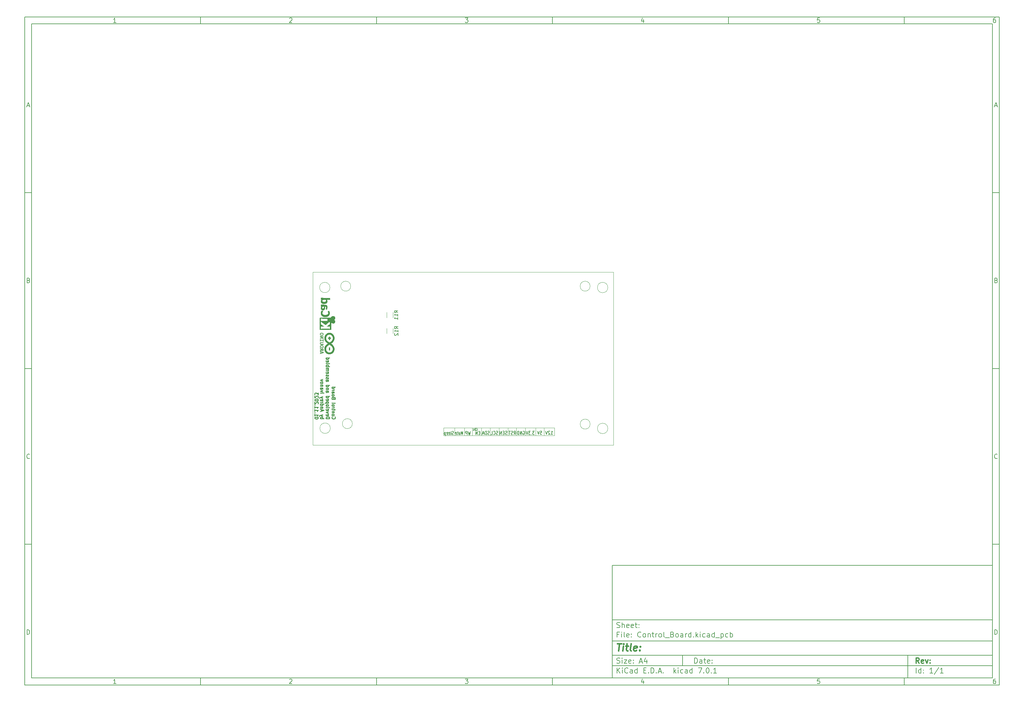
<source format=gbr>
%TF.GenerationSoftware,KiCad,Pcbnew,7.0.1*%
%TF.CreationDate,2023-10-26T15:35:36+00:00*%
%TF.ProjectId,Control_Board,436f6e74-726f-46c5-9f42-6f6172642e6b,rev?*%
%TF.SameCoordinates,Original*%
%TF.FileFunction,Legend,Bot*%
%TF.FilePolarity,Positive*%
%FSLAX45Y45*%
G04 Gerber Fmt 4.5, Leading zero omitted, Abs format (unit mm)*
G04 Created by KiCad (PCBNEW 7.0.1) date 2023-10-26 15:35:36*
%MOMM*%
%LPD*%
G01*
G04 APERTURE LIST*
%ADD10C,0.100000*%
%ADD11C,0.150000*%
%ADD12C,0.300000*%
%ADD13C,0.400000*%
%ADD14C,0.120000*%
%ADD15C,0.000000*%
%ADD16C,0.225000*%
%TA.AperFunction,Profile*%
%ADD17C,0.100000*%
%TD*%
G04 APERTURE END LIST*
D10*
D11*
X17700220Y-16600720D02*
X28500220Y-16600720D01*
X28500220Y-19800720D01*
X17700220Y-19800720D01*
X17700220Y-16600720D01*
D10*
D11*
X1000000Y-1000000D02*
X28700220Y-1000000D01*
X28700220Y-20000720D01*
X1000000Y-20000720D01*
X1000000Y-1000000D01*
D10*
D11*
X1200000Y-1200000D02*
X28500220Y-1200000D01*
X28500220Y-19800720D01*
X1200000Y-19800720D01*
X1200000Y-1200000D01*
D10*
D11*
X6000000Y-1200000D02*
X6000000Y-1000000D01*
D10*
D11*
X11000000Y-1200000D02*
X11000000Y-1000000D01*
D10*
D11*
X16000000Y-1200000D02*
X16000000Y-1000000D01*
D10*
D11*
X21000000Y-1200000D02*
X21000000Y-1000000D01*
D10*
D11*
X26000000Y-1200000D02*
X26000000Y-1000000D01*
D10*
D11*
X3599048Y-1160140D02*
X3524762Y-1160140D01*
X3561905Y-1160140D02*
X3561905Y-1030140D01*
X3561905Y-1030140D02*
X3549524Y-1048712D01*
X3549524Y-1048712D02*
X3537143Y-1061093D01*
X3537143Y-1061093D02*
X3524762Y-1067283D01*
D10*
D11*
X8524762Y-1042521D02*
X8530952Y-1036331D01*
X8530952Y-1036331D02*
X8543333Y-1030140D01*
X8543333Y-1030140D02*
X8574286Y-1030140D01*
X8574286Y-1030140D02*
X8586667Y-1036331D01*
X8586667Y-1036331D02*
X8592857Y-1042521D01*
X8592857Y-1042521D02*
X8599048Y-1054902D01*
X8599048Y-1054902D02*
X8599048Y-1067283D01*
X8599048Y-1067283D02*
X8592857Y-1085855D01*
X8592857Y-1085855D02*
X8518571Y-1160140D01*
X8518571Y-1160140D02*
X8599048Y-1160140D01*
D10*
D11*
X13518571Y-1030140D02*
X13599048Y-1030140D01*
X13599048Y-1030140D02*
X13555714Y-1079664D01*
X13555714Y-1079664D02*
X13574286Y-1079664D01*
X13574286Y-1079664D02*
X13586667Y-1085855D01*
X13586667Y-1085855D02*
X13592857Y-1092045D01*
X13592857Y-1092045D02*
X13599048Y-1104426D01*
X13599048Y-1104426D02*
X13599048Y-1135379D01*
X13599048Y-1135379D02*
X13592857Y-1147760D01*
X13592857Y-1147760D02*
X13586667Y-1153950D01*
X13586667Y-1153950D02*
X13574286Y-1160140D01*
X13574286Y-1160140D02*
X13537143Y-1160140D01*
X13537143Y-1160140D02*
X13524762Y-1153950D01*
X13524762Y-1153950D02*
X13518571Y-1147760D01*
D10*
D11*
X18586667Y-1073474D02*
X18586667Y-1160140D01*
X18555714Y-1023950D02*
X18524762Y-1116807D01*
X18524762Y-1116807D02*
X18605238Y-1116807D01*
D10*
D11*
X23592857Y-1030140D02*
X23530952Y-1030140D01*
X23530952Y-1030140D02*
X23524762Y-1092045D01*
X23524762Y-1092045D02*
X23530952Y-1085855D01*
X23530952Y-1085855D02*
X23543333Y-1079664D01*
X23543333Y-1079664D02*
X23574286Y-1079664D01*
X23574286Y-1079664D02*
X23586667Y-1085855D01*
X23586667Y-1085855D02*
X23592857Y-1092045D01*
X23592857Y-1092045D02*
X23599048Y-1104426D01*
X23599048Y-1104426D02*
X23599048Y-1135379D01*
X23599048Y-1135379D02*
X23592857Y-1147760D01*
X23592857Y-1147760D02*
X23586667Y-1153950D01*
X23586667Y-1153950D02*
X23574286Y-1160140D01*
X23574286Y-1160140D02*
X23543333Y-1160140D01*
X23543333Y-1160140D02*
X23530952Y-1153950D01*
X23530952Y-1153950D02*
X23524762Y-1147760D01*
D10*
D11*
X28586667Y-1030140D02*
X28561905Y-1030140D01*
X28561905Y-1030140D02*
X28549524Y-1036331D01*
X28549524Y-1036331D02*
X28543333Y-1042521D01*
X28543333Y-1042521D02*
X28530952Y-1061093D01*
X28530952Y-1061093D02*
X28524762Y-1085855D01*
X28524762Y-1085855D02*
X28524762Y-1135379D01*
X28524762Y-1135379D02*
X28530952Y-1147760D01*
X28530952Y-1147760D02*
X28537143Y-1153950D01*
X28537143Y-1153950D02*
X28549524Y-1160140D01*
X28549524Y-1160140D02*
X28574286Y-1160140D01*
X28574286Y-1160140D02*
X28586667Y-1153950D01*
X28586667Y-1153950D02*
X28592857Y-1147760D01*
X28592857Y-1147760D02*
X28599048Y-1135379D01*
X28599048Y-1135379D02*
X28599048Y-1104426D01*
X28599048Y-1104426D02*
X28592857Y-1092045D01*
X28592857Y-1092045D02*
X28586667Y-1085855D01*
X28586667Y-1085855D02*
X28574286Y-1079664D01*
X28574286Y-1079664D02*
X28549524Y-1079664D01*
X28549524Y-1079664D02*
X28537143Y-1085855D01*
X28537143Y-1085855D02*
X28530952Y-1092045D01*
X28530952Y-1092045D02*
X28524762Y-1104426D01*
D10*
D11*
X6000000Y-19800720D02*
X6000000Y-20000720D01*
D10*
D11*
X11000000Y-19800720D02*
X11000000Y-20000720D01*
D10*
D11*
X16000000Y-19800720D02*
X16000000Y-20000720D01*
D10*
D11*
X21000000Y-19800720D02*
X21000000Y-20000720D01*
D10*
D11*
X26000000Y-19800720D02*
X26000000Y-20000720D01*
D10*
D11*
X3599048Y-19960860D02*
X3524762Y-19960860D01*
X3561905Y-19960860D02*
X3561905Y-19830860D01*
X3561905Y-19830860D02*
X3549524Y-19849432D01*
X3549524Y-19849432D02*
X3537143Y-19861813D01*
X3537143Y-19861813D02*
X3524762Y-19868003D01*
D10*
D11*
X8524762Y-19843241D02*
X8530952Y-19837051D01*
X8530952Y-19837051D02*
X8543333Y-19830860D01*
X8543333Y-19830860D02*
X8574286Y-19830860D01*
X8574286Y-19830860D02*
X8586667Y-19837051D01*
X8586667Y-19837051D02*
X8592857Y-19843241D01*
X8592857Y-19843241D02*
X8599048Y-19855622D01*
X8599048Y-19855622D02*
X8599048Y-19868003D01*
X8599048Y-19868003D02*
X8592857Y-19886575D01*
X8592857Y-19886575D02*
X8518571Y-19960860D01*
X8518571Y-19960860D02*
X8599048Y-19960860D01*
D10*
D11*
X13518571Y-19830860D02*
X13599048Y-19830860D01*
X13599048Y-19830860D02*
X13555714Y-19880384D01*
X13555714Y-19880384D02*
X13574286Y-19880384D01*
X13574286Y-19880384D02*
X13586667Y-19886575D01*
X13586667Y-19886575D02*
X13592857Y-19892765D01*
X13592857Y-19892765D02*
X13599048Y-19905146D01*
X13599048Y-19905146D02*
X13599048Y-19936099D01*
X13599048Y-19936099D02*
X13592857Y-19948480D01*
X13592857Y-19948480D02*
X13586667Y-19954670D01*
X13586667Y-19954670D02*
X13574286Y-19960860D01*
X13574286Y-19960860D02*
X13537143Y-19960860D01*
X13537143Y-19960860D02*
X13524762Y-19954670D01*
X13524762Y-19954670D02*
X13518571Y-19948480D01*
D10*
D11*
X18586667Y-19874194D02*
X18586667Y-19960860D01*
X18555714Y-19824670D02*
X18524762Y-19917527D01*
X18524762Y-19917527D02*
X18605238Y-19917527D01*
D10*
D11*
X23592857Y-19830860D02*
X23530952Y-19830860D01*
X23530952Y-19830860D02*
X23524762Y-19892765D01*
X23524762Y-19892765D02*
X23530952Y-19886575D01*
X23530952Y-19886575D02*
X23543333Y-19880384D01*
X23543333Y-19880384D02*
X23574286Y-19880384D01*
X23574286Y-19880384D02*
X23586667Y-19886575D01*
X23586667Y-19886575D02*
X23592857Y-19892765D01*
X23592857Y-19892765D02*
X23599048Y-19905146D01*
X23599048Y-19905146D02*
X23599048Y-19936099D01*
X23599048Y-19936099D02*
X23592857Y-19948480D01*
X23592857Y-19948480D02*
X23586667Y-19954670D01*
X23586667Y-19954670D02*
X23574286Y-19960860D01*
X23574286Y-19960860D02*
X23543333Y-19960860D01*
X23543333Y-19960860D02*
X23530952Y-19954670D01*
X23530952Y-19954670D02*
X23524762Y-19948480D01*
D10*
D11*
X28586667Y-19830860D02*
X28561905Y-19830860D01*
X28561905Y-19830860D02*
X28549524Y-19837051D01*
X28549524Y-19837051D02*
X28543333Y-19843241D01*
X28543333Y-19843241D02*
X28530952Y-19861813D01*
X28530952Y-19861813D02*
X28524762Y-19886575D01*
X28524762Y-19886575D02*
X28524762Y-19936099D01*
X28524762Y-19936099D02*
X28530952Y-19948480D01*
X28530952Y-19948480D02*
X28537143Y-19954670D01*
X28537143Y-19954670D02*
X28549524Y-19960860D01*
X28549524Y-19960860D02*
X28574286Y-19960860D01*
X28574286Y-19960860D02*
X28586667Y-19954670D01*
X28586667Y-19954670D02*
X28592857Y-19948480D01*
X28592857Y-19948480D02*
X28599048Y-19936099D01*
X28599048Y-19936099D02*
X28599048Y-19905146D01*
X28599048Y-19905146D02*
X28592857Y-19892765D01*
X28592857Y-19892765D02*
X28586667Y-19886575D01*
X28586667Y-19886575D02*
X28574286Y-19880384D01*
X28574286Y-19880384D02*
X28549524Y-19880384D01*
X28549524Y-19880384D02*
X28537143Y-19886575D01*
X28537143Y-19886575D02*
X28530952Y-19892765D01*
X28530952Y-19892765D02*
X28524762Y-19905146D01*
D10*
D11*
X1000000Y-6000000D02*
X1200000Y-6000000D01*
D10*
D11*
X1000000Y-11000000D02*
X1200000Y-11000000D01*
D10*
D11*
X1000000Y-16000000D02*
X1200000Y-16000000D01*
D10*
D11*
X1069048Y-3522998D02*
X1130952Y-3522998D01*
X1056667Y-3560140D02*
X1100000Y-3430140D01*
X1100000Y-3430140D02*
X1143333Y-3560140D01*
D10*
D11*
X1109286Y-8492045D02*
X1127857Y-8498236D01*
X1127857Y-8498236D02*
X1134048Y-8504426D01*
X1134048Y-8504426D02*
X1140238Y-8516807D01*
X1140238Y-8516807D02*
X1140238Y-8535379D01*
X1140238Y-8535379D02*
X1134048Y-8547760D01*
X1134048Y-8547760D02*
X1127857Y-8553950D01*
X1127857Y-8553950D02*
X1115476Y-8560140D01*
X1115476Y-8560140D02*
X1065952Y-8560140D01*
X1065952Y-8560140D02*
X1065952Y-8430140D01*
X1065952Y-8430140D02*
X1109286Y-8430140D01*
X1109286Y-8430140D02*
X1121667Y-8436331D01*
X1121667Y-8436331D02*
X1127857Y-8442521D01*
X1127857Y-8442521D02*
X1134048Y-8454902D01*
X1134048Y-8454902D02*
X1134048Y-8467283D01*
X1134048Y-8467283D02*
X1127857Y-8479664D01*
X1127857Y-8479664D02*
X1121667Y-8485855D01*
X1121667Y-8485855D02*
X1109286Y-8492045D01*
X1109286Y-8492045D02*
X1065952Y-8492045D01*
D10*
D11*
X1140238Y-13547759D02*
X1134048Y-13553950D01*
X1134048Y-13553950D02*
X1115476Y-13560140D01*
X1115476Y-13560140D02*
X1103095Y-13560140D01*
X1103095Y-13560140D02*
X1084524Y-13553950D01*
X1084524Y-13553950D02*
X1072143Y-13541569D01*
X1072143Y-13541569D02*
X1065952Y-13529188D01*
X1065952Y-13529188D02*
X1059762Y-13504426D01*
X1059762Y-13504426D02*
X1059762Y-13485855D01*
X1059762Y-13485855D02*
X1065952Y-13461093D01*
X1065952Y-13461093D02*
X1072143Y-13448712D01*
X1072143Y-13448712D02*
X1084524Y-13436331D01*
X1084524Y-13436331D02*
X1103095Y-13430140D01*
X1103095Y-13430140D02*
X1115476Y-13430140D01*
X1115476Y-13430140D02*
X1134048Y-13436331D01*
X1134048Y-13436331D02*
X1140238Y-13442521D01*
D10*
D11*
X1065952Y-18560140D02*
X1065952Y-18430140D01*
X1065952Y-18430140D02*
X1096905Y-18430140D01*
X1096905Y-18430140D02*
X1115476Y-18436331D01*
X1115476Y-18436331D02*
X1127857Y-18448712D01*
X1127857Y-18448712D02*
X1134048Y-18461093D01*
X1134048Y-18461093D02*
X1140238Y-18485855D01*
X1140238Y-18485855D02*
X1140238Y-18504426D01*
X1140238Y-18504426D02*
X1134048Y-18529188D01*
X1134048Y-18529188D02*
X1127857Y-18541569D01*
X1127857Y-18541569D02*
X1115476Y-18553950D01*
X1115476Y-18553950D02*
X1096905Y-18560140D01*
X1096905Y-18560140D02*
X1065952Y-18560140D01*
D10*
D11*
X28700220Y-6000000D02*
X28500220Y-6000000D01*
D10*
D11*
X28700220Y-11000000D02*
X28500220Y-11000000D01*
D10*
D11*
X28700220Y-16000000D02*
X28500220Y-16000000D01*
D10*
D11*
X28569268Y-3522998D02*
X28631172Y-3522998D01*
X28556887Y-3560140D02*
X28600220Y-3430140D01*
X28600220Y-3430140D02*
X28643553Y-3560140D01*
D10*
D11*
X28609506Y-8492045D02*
X28628077Y-8498236D01*
X28628077Y-8498236D02*
X28634268Y-8504426D01*
X28634268Y-8504426D02*
X28640458Y-8516807D01*
X28640458Y-8516807D02*
X28640458Y-8535379D01*
X28640458Y-8535379D02*
X28634268Y-8547760D01*
X28634268Y-8547760D02*
X28628077Y-8553950D01*
X28628077Y-8553950D02*
X28615696Y-8560140D01*
X28615696Y-8560140D02*
X28566172Y-8560140D01*
X28566172Y-8560140D02*
X28566172Y-8430140D01*
X28566172Y-8430140D02*
X28609506Y-8430140D01*
X28609506Y-8430140D02*
X28621887Y-8436331D01*
X28621887Y-8436331D02*
X28628077Y-8442521D01*
X28628077Y-8442521D02*
X28634268Y-8454902D01*
X28634268Y-8454902D02*
X28634268Y-8467283D01*
X28634268Y-8467283D02*
X28628077Y-8479664D01*
X28628077Y-8479664D02*
X28621887Y-8485855D01*
X28621887Y-8485855D02*
X28609506Y-8492045D01*
X28609506Y-8492045D02*
X28566172Y-8492045D01*
D10*
D11*
X28640458Y-13547759D02*
X28634268Y-13553950D01*
X28634268Y-13553950D02*
X28615696Y-13560140D01*
X28615696Y-13560140D02*
X28603315Y-13560140D01*
X28603315Y-13560140D02*
X28584744Y-13553950D01*
X28584744Y-13553950D02*
X28572363Y-13541569D01*
X28572363Y-13541569D02*
X28566172Y-13529188D01*
X28566172Y-13529188D02*
X28559982Y-13504426D01*
X28559982Y-13504426D02*
X28559982Y-13485855D01*
X28559982Y-13485855D02*
X28566172Y-13461093D01*
X28566172Y-13461093D02*
X28572363Y-13448712D01*
X28572363Y-13448712D02*
X28584744Y-13436331D01*
X28584744Y-13436331D02*
X28603315Y-13430140D01*
X28603315Y-13430140D02*
X28615696Y-13430140D01*
X28615696Y-13430140D02*
X28634268Y-13436331D01*
X28634268Y-13436331D02*
X28640458Y-13442521D01*
D10*
D11*
X28566172Y-18560140D02*
X28566172Y-18430140D01*
X28566172Y-18430140D02*
X28597125Y-18430140D01*
X28597125Y-18430140D02*
X28615696Y-18436331D01*
X28615696Y-18436331D02*
X28628077Y-18448712D01*
X28628077Y-18448712D02*
X28634268Y-18461093D01*
X28634268Y-18461093D02*
X28640458Y-18485855D01*
X28640458Y-18485855D02*
X28640458Y-18504426D01*
X28640458Y-18504426D02*
X28634268Y-18529188D01*
X28634268Y-18529188D02*
X28628077Y-18541569D01*
X28628077Y-18541569D02*
X28615696Y-18553950D01*
X28615696Y-18553950D02*
X28597125Y-18560140D01*
X28597125Y-18560140D02*
X28566172Y-18560140D01*
D10*
D11*
X20035934Y-19380113D02*
X20035934Y-19230113D01*
X20035934Y-19230113D02*
X20071649Y-19230113D01*
X20071649Y-19230113D02*
X20093077Y-19237256D01*
X20093077Y-19237256D02*
X20107363Y-19251541D01*
X20107363Y-19251541D02*
X20114506Y-19265827D01*
X20114506Y-19265827D02*
X20121649Y-19294399D01*
X20121649Y-19294399D02*
X20121649Y-19315827D01*
X20121649Y-19315827D02*
X20114506Y-19344399D01*
X20114506Y-19344399D02*
X20107363Y-19358684D01*
X20107363Y-19358684D02*
X20093077Y-19372970D01*
X20093077Y-19372970D02*
X20071649Y-19380113D01*
X20071649Y-19380113D02*
X20035934Y-19380113D01*
X20250220Y-19380113D02*
X20250220Y-19301541D01*
X20250220Y-19301541D02*
X20243077Y-19287256D01*
X20243077Y-19287256D02*
X20228791Y-19280113D01*
X20228791Y-19280113D02*
X20200220Y-19280113D01*
X20200220Y-19280113D02*
X20185934Y-19287256D01*
X20250220Y-19372970D02*
X20235934Y-19380113D01*
X20235934Y-19380113D02*
X20200220Y-19380113D01*
X20200220Y-19380113D02*
X20185934Y-19372970D01*
X20185934Y-19372970D02*
X20178791Y-19358684D01*
X20178791Y-19358684D02*
X20178791Y-19344399D01*
X20178791Y-19344399D02*
X20185934Y-19330113D01*
X20185934Y-19330113D02*
X20200220Y-19322970D01*
X20200220Y-19322970D02*
X20235934Y-19322970D01*
X20235934Y-19322970D02*
X20250220Y-19315827D01*
X20300220Y-19280113D02*
X20357363Y-19280113D01*
X20321649Y-19230113D02*
X20321649Y-19358684D01*
X20321649Y-19358684D02*
X20328791Y-19372970D01*
X20328791Y-19372970D02*
X20343077Y-19380113D01*
X20343077Y-19380113D02*
X20357363Y-19380113D01*
X20464506Y-19372970D02*
X20450220Y-19380113D01*
X20450220Y-19380113D02*
X20421649Y-19380113D01*
X20421649Y-19380113D02*
X20407363Y-19372970D01*
X20407363Y-19372970D02*
X20400220Y-19358684D01*
X20400220Y-19358684D02*
X20400220Y-19301541D01*
X20400220Y-19301541D02*
X20407363Y-19287256D01*
X20407363Y-19287256D02*
X20421649Y-19280113D01*
X20421649Y-19280113D02*
X20450220Y-19280113D01*
X20450220Y-19280113D02*
X20464506Y-19287256D01*
X20464506Y-19287256D02*
X20471649Y-19301541D01*
X20471649Y-19301541D02*
X20471649Y-19315827D01*
X20471649Y-19315827D02*
X20400220Y-19330113D01*
X20535934Y-19365827D02*
X20543077Y-19372970D01*
X20543077Y-19372970D02*
X20535934Y-19380113D01*
X20535934Y-19380113D02*
X20528791Y-19372970D01*
X20528791Y-19372970D02*
X20535934Y-19365827D01*
X20535934Y-19365827D02*
X20535934Y-19380113D01*
X20535934Y-19287256D02*
X20543077Y-19294399D01*
X20543077Y-19294399D02*
X20535934Y-19301541D01*
X20535934Y-19301541D02*
X20528791Y-19294399D01*
X20528791Y-19294399D02*
X20535934Y-19287256D01*
X20535934Y-19287256D02*
X20535934Y-19301541D01*
D10*
D11*
X17700220Y-19450720D02*
X28500220Y-19450720D01*
D10*
D11*
X17835934Y-19660113D02*
X17835934Y-19510113D01*
X17921649Y-19660113D02*
X17857363Y-19574399D01*
X17921649Y-19510113D02*
X17835934Y-19595827D01*
X17985934Y-19660113D02*
X17985934Y-19560113D01*
X17985934Y-19510113D02*
X17978791Y-19517256D01*
X17978791Y-19517256D02*
X17985934Y-19524399D01*
X17985934Y-19524399D02*
X17993077Y-19517256D01*
X17993077Y-19517256D02*
X17985934Y-19510113D01*
X17985934Y-19510113D02*
X17985934Y-19524399D01*
X18143077Y-19645827D02*
X18135934Y-19652970D01*
X18135934Y-19652970D02*
X18114506Y-19660113D01*
X18114506Y-19660113D02*
X18100220Y-19660113D01*
X18100220Y-19660113D02*
X18078791Y-19652970D01*
X18078791Y-19652970D02*
X18064506Y-19638684D01*
X18064506Y-19638684D02*
X18057363Y-19624399D01*
X18057363Y-19624399D02*
X18050220Y-19595827D01*
X18050220Y-19595827D02*
X18050220Y-19574399D01*
X18050220Y-19574399D02*
X18057363Y-19545827D01*
X18057363Y-19545827D02*
X18064506Y-19531541D01*
X18064506Y-19531541D02*
X18078791Y-19517256D01*
X18078791Y-19517256D02*
X18100220Y-19510113D01*
X18100220Y-19510113D02*
X18114506Y-19510113D01*
X18114506Y-19510113D02*
X18135934Y-19517256D01*
X18135934Y-19517256D02*
X18143077Y-19524399D01*
X18271649Y-19660113D02*
X18271649Y-19581541D01*
X18271649Y-19581541D02*
X18264506Y-19567256D01*
X18264506Y-19567256D02*
X18250220Y-19560113D01*
X18250220Y-19560113D02*
X18221649Y-19560113D01*
X18221649Y-19560113D02*
X18207363Y-19567256D01*
X18271649Y-19652970D02*
X18257363Y-19660113D01*
X18257363Y-19660113D02*
X18221649Y-19660113D01*
X18221649Y-19660113D02*
X18207363Y-19652970D01*
X18207363Y-19652970D02*
X18200220Y-19638684D01*
X18200220Y-19638684D02*
X18200220Y-19624399D01*
X18200220Y-19624399D02*
X18207363Y-19610113D01*
X18207363Y-19610113D02*
X18221649Y-19602970D01*
X18221649Y-19602970D02*
X18257363Y-19602970D01*
X18257363Y-19602970D02*
X18271649Y-19595827D01*
X18407363Y-19660113D02*
X18407363Y-19510113D01*
X18407363Y-19652970D02*
X18393077Y-19660113D01*
X18393077Y-19660113D02*
X18364506Y-19660113D01*
X18364506Y-19660113D02*
X18350220Y-19652970D01*
X18350220Y-19652970D02*
X18343077Y-19645827D01*
X18343077Y-19645827D02*
X18335934Y-19631541D01*
X18335934Y-19631541D02*
X18335934Y-19588684D01*
X18335934Y-19588684D02*
X18343077Y-19574399D01*
X18343077Y-19574399D02*
X18350220Y-19567256D01*
X18350220Y-19567256D02*
X18364506Y-19560113D01*
X18364506Y-19560113D02*
X18393077Y-19560113D01*
X18393077Y-19560113D02*
X18407363Y-19567256D01*
X18593077Y-19581541D02*
X18643077Y-19581541D01*
X18664506Y-19660113D02*
X18593077Y-19660113D01*
X18593077Y-19660113D02*
X18593077Y-19510113D01*
X18593077Y-19510113D02*
X18664506Y-19510113D01*
X18728791Y-19645827D02*
X18735934Y-19652970D01*
X18735934Y-19652970D02*
X18728791Y-19660113D01*
X18728791Y-19660113D02*
X18721649Y-19652970D01*
X18721649Y-19652970D02*
X18728791Y-19645827D01*
X18728791Y-19645827D02*
X18728791Y-19660113D01*
X18800220Y-19660113D02*
X18800220Y-19510113D01*
X18800220Y-19510113D02*
X18835934Y-19510113D01*
X18835934Y-19510113D02*
X18857363Y-19517256D01*
X18857363Y-19517256D02*
X18871649Y-19531541D01*
X18871649Y-19531541D02*
X18878792Y-19545827D01*
X18878792Y-19545827D02*
X18885934Y-19574399D01*
X18885934Y-19574399D02*
X18885934Y-19595827D01*
X18885934Y-19595827D02*
X18878792Y-19624399D01*
X18878792Y-19624399D02*
X18871649Y-19638684D01*
X18871649Y-19638684D02*
X18857363Y-19652970D01*
X18857363Y-19652970D02*
X18835934Y-19660113D01*
X18835934Y-19660113D02*
X18800220Y-19660113D01*
X18950220Y-19645827D02*
X18957363Y-19652970D01*
X18957363Y-19652970D02*
X18950220Y-19660113D01*
X18950220Y-19660113D02*
X18943077Y-19652970D01*
X18943077Y-19652970D02*
X18950220Y-19645827D01*
X18950220Y-19645827D02*
X18950220Y-19660113D01*
X19014506Y-19617256D02*
X19085934Y-19617256D01*
X19000220Y-19660113D02*
X19050220Y-19510113D01*
X19050220Y-19510113D02*
X19100220Y-19660113D01*
X19150220Y-19645827D02*
X19157363Y-19652970D01*
X19157363Y-19652970D02*
X19150220Y-19660113D01*
X19150220Y-19660113D02*
X19143077Y-19652970D01*
X19143077Y-19652970D02*
X19150220Y-19645827D01*
X19150220Y-19645827D02*
X19150220Y-19660113D01*
X19450220Y-19660113D02*
X19450220Y-19510113D01*
X19464506Y-19602970D02*
X19507363Y-19660113D01*
X19507363Y-19560113D02*
X19450220Y-19617256D01*
X19571649Y-19660113D02*
X19571649Y-19560113D01*
X19571649Y-19510113D02*
X19564506Y-19517256D01*
X19564506Y-19517256D02*
X19571649Y-19524399D01*
X19571649Y-19524399D02*
X19578792Y-19517256D01*
X19578792Y-19517256D02*
X19571649Y-19510113D01*
X19571649Y-19510113D02*
X19571649Y-19524399D01*
X19707363Y-19652970D02*
X19693077Y-19660113D01*
X19693077Y-19660113D02*
X19664506Y-19660113D01*
X19664506Y-19660113D02*
X19650220Y-19652970D01*
X19650220Y-19652970D02*
X19643077Y-19645827D01*
X19643077Y-19645827D02*
X19635934Y-19631541D01*
X19635934Y-19631541D02*
X19635934Y-19588684D01*
X19635934Y-19588684D02*
X19643077Y-19574399D01*
X19643077Y-19574399D02*
X19650220Y-19567256D01*
X19650220Y-19567256D02*
X19664506Y-19560113D01*
X19664506Y-19560113D02*
X19693077Y-19560113D01*
X19693077Y-19560113D02*
X19707363Y-19567256D01*
X19835934Y-19660113D02*
X19835934Y-19581541D01*
X19835934Y-19581541D02*
X19828792Y-19567256D01*
X19828792Y-19567256D02*
X19814506Y-19560113D01*
X19814506Y-19560113D02*
X19785934Y-19560113D01*
X19785934Y-19560113D02*
X19771649Y-19567256D01*
X19835934Y-19652970D02*
X19821649Y-19660113D01*
X19821649Y-19660113D02*
X19785934Y-19660113D01*
X19785934Y-19660113D02*
X19771649Y-19652970D01*
X19771649Y-19652970D02*
X19764506Y-19638684D01*
X19764506Y-19638684D02*
X19764506Y-19624399D01*
X19764506Y-19624399D02*
X19771649Y-19610113D01*
X19771649Y-19610113D02*
X19785934Y-19602970D01*
X19785934Y-19602970D02*
X19821649Y-19602970D01*
X19821649Y-19602970D02*
X19835934Y-19595827D01*
X19971649Y-19660113D02*
X19971649Y-19510113D01*
X19971649Y-19652970D02*
X19957363Y-19660113D01*
X19957363Y-19660113D02*
X19928792Y-19660113D01*
X19928792Y-19660113D02*
X19914506Y-19652970D01*
X19914506Y-19652970D02*
X19907363Y-19645827D01*
X19907363Y-19645827D02*
X19900220Y-19631541D01*
X19900220Y-19631541D02*
X19900220Y-19588684D01*
X19900220Y-19588684D02*
X19907363Y-19574399D01*
X19907363Y-19574399D02*
X19914506Y-19567256D01*
X19914506Y-19567256D02*
X19928792Y-19560113D01*
X19928792Y-19560113D02*
X19957363Y-19560113D01*
X19957363Y-19560113D02*
X19971649Y-19567256D01*
X20143077Y-19510113D02*
X20243077Y-19510113D01*
X20243077Y-19510113D02*
X20178792Y-19660113D01*
X20300220Y-19645827D02*
X20307363Y-19652970D01*
X20307363Y-19652970D02*
X20300220Y-19660113D01*
X20300220Y-19660113D02*
X20293077Y-19652970D01*
X20293077Y-19652970D02*
X20300220Y-19645827D01*
X20300220Y-19645827D02*
X20300220Y-19660113D01*
X20400220Y-19510113D02*
X20414506Y-19510113D01*
X20414506Y-19510113D02*
X20428792Y-19517256D01*
X20428792Y-19517256D02*
X20435934Y-19524399D01*
X20435934Y-19524399D02*
X20443077Y-19538684D01*
X20443077Y-19538684D02*
X20450220Y-19567256D01*
X20450220Y-19567256D02*
X20450220Y-19602970D01*
X20450220Y-19602970D02*
X20443077Y-19631541D01*
X20443077Y-19631541D02*
X20435934Y-19645827D01*
X20435934Y-19645827D02*
X20428792Y-19652970D01*
X20428792Y-19652970D02*
X20414506Y-19660113D01*
X20414506Y-19660113D02*
X20400220Y-19660113D01*
X20400220Y-19660113D02*
X20385934Y-19652970D01*
X20385934Y-19652970D02*
X20378792Y-19645827D01*
X20378792Y-19645827D02*
X20371649Y-19631541D01*
X20371649Y-19631541D02*
X20364506Y-19602970D01*
X20364506Y-19602970D02*
X20364506Y-19567256D01*
X20364506Y-19567256D02*
X20371649Y-19538684D01*
X20371649Y-19538684D02*
X20378792Y-19524399D01*
X20378792Y-19524399D02*
X20385934Y-19517256D01*
X20385934Y-19517256D02*
X20400220Y-19510113D01*
X20514506Y-19645827D02*
X20521649Y-19652970D01*
X20521649Y-19652970D02*
X20514506Y-19660113D01*
X20514506Y-19660113D02*
X20507363Y-19652970D01*
X20507363Y-19652970D02*
X20514506Y-19645827D01*
X20514506Y-19645827D02*
X20514506Y-19660113D01*
X20664506Y-19660113D02*
X20578792Y-19660113D01*
X20621649Y-19660113D02*
X20621649Y-19510113D01*
X20621649Y-19510113D02*
X20607363Y-19531541D01*
X20607363Y-19531541D02*
X20593077Y-19545827D01*
X20593077Y-19545827D02*
X20578792Y-19552970D01*
D10*
D11*
X17700220Y-19150720D02*
X28500220Y-19150720D01*
D10*
D12*
X26421648Y-19380113D02*
X26371648Y-19308684D01*
X26335934Y-19380113D02*
X26335934Y-19230113D01*
X26335934Y-19230113D02*
X26393077Y-19230113D01*
X26393077Y-19230113D02*
X26407363Y-19237256D01*
X26407363Y-19237256D02*
X26414506Y-19244399D01*
X26414506Y-19244399D02*
X26421648Y-19258684D01*
X26421648Y-19258684D02*
X26421648Y-19280113D01*
X26421648Y-19280113D02*
X26414506Y-19294399D01*
X26414506Y-19294399D02*
X26407363Y-19301541D01*
X26407363Y-19301541D02*
X26393077Y-19308684D01*
X26393077Y-19308684D02*
X26335934Y-19308684D01*
X26543077Y-19372970D02*
X26528791Y-19380113D01*
X26528791Y-19380113D02*
X26500220Y-19380113D01*
X26500220Y-19380113D02*
X26485934Y-19372970D01*
X26485934Y-19372970D02*
X26478791Y-19358684D01*
X26478791Y-19358684D02*
X26478791Y-19301541D01*
X26478791Y-19301541D02*
X26485934Y-19287256D01*
X26485934Y-19287256D02*
X26500220Y-19280113D01*
X26500220Y-19280113D02*
X26528791Y-19280113D01*
X26528791Y-19280113D02*
X26543077Y-19287256D01*
X26543077Y-19287256D02*
X26550220Y-19301541D01*
X26550220Y-19301541D02*
X26550220Y-19315827D01*
X26550220Y-19315827D02*
X26478791Y-19330113D01*
X26600220Y-19280113D02*
X26635934Y-19380113D01*
X26635934Y-19380113D02*
X26671648Y-19280113D01*
X26728791Y-19365827D02*
X26735934Y-19372970D01*
X26735934Y-19372970D02*
X26728791Y-19380113D01*
X26728791Y-19380113D02*
X26721648Y-19372970D01*
X26721648Y-19372970D02*
X26728791Y-19365827D01*
X26728791Y-19365827D02*
X26728791Y-19380113D01*
X26728791Y-19287256D02*
X26735934Y-19294399D01*
X26735934Y-19294399D02*
X26728791Y-19301541D01*
X26728791Y-19301541D02*
X26721648Y-19294399D01*
X26721648Y-19294399D02*
X26728791Y-19287256D01*
X26728791Y-19287256D02*
X26728791Y-19301541D01*
D10*
D11*
X17828791Y-19372970D02*
X17850220Y-19380113D01*
X17850220Y-19380113D02*
X17885934Y-19380113D01*
X17885934Y-19380113D02*
X17900220Y-19372970D01*
X17900220Y-19372970D02*
X17907363Y-19365827D01*
X17907363Y-19365827D02*
X17914506Y-19351541D01*
X17914506Y-19351541D02*
X17914506Y-19337256D01*
X17914506Y-19337256D02*
X17907363Y-19322970D01*
X17907363Y-19322970D02*
X17900220Y-19315827D01*
X17900220Y-19315827D02*
X17885934Y-19308684D01*
X17885934Y-19308684D02*
X17857363Y-19301541D01*
X17857363Y-19301541D02*
X17843077Y-19294399D01*
X17843077Y-19294399D02*
X17835934Y-19287256D01*
X17835934Y-19287256D02*
X17828791Y-19272970D01*
X17828791Y-19272970D02*
X17828791Y-19258684D01*
X17828791Y-19258684D02*
X17835934Y-19244399D01*
X17835934Y-19244399D02*
X17843077Y-19237256D01*
X17843077Y-19237256D02*
X17857363Y-19230113D01*
X17857363Y-19230113D02*
X17893077Y-19230113D01*
X17893077Y-19230113D02*
X17914506Y-19237256D01*
X17978791Y-19380113D02*
X17978791Y-19280113D01*
X17978791Y-19230113D02*
X17971649Y-19237256D01*
X17971649Y-19237256D02*
X17978791Y-19244399D01*
X17978791Y-19244399D02*
X17985934Y-19237256D01*
X17985934Y-19237256D02*
X17978791Y-19230113D01*
X17978791Y-19230113D02*
X17978791Y-19244399D01*
X18035934Y-19280113D02*
X18114506Y-19280113D01*
X18114506Y-19280113D02*
X18035934Y-19380113D01*
X18035934Y-19380113D02*
X18114506Y-19380113D01*
X18228791Y-19372970D02*
X18214506Y-19380113D01*
X18214506Y-19380113D02*
X18185934Y-19380113D01*
X18185934Y-19380113D02*
X18171649Y-19372970D01*
X18171649Y-19372970D02*
X18164506Y-19358684D01*
X18164506Y-19358684D02*
X18164506Y-19301541D01*
X18164506Y-19301541D02*
X18171649Y-19287256D01*
X18171649Y-19287256D02*
X18185934Y-19280113D01*
X18185934Y-19280113D02*
X18214506Y-19280113D01*
X18214506Y-19280113D02*
X18228791Y-19287256D01*
X18228791Y-19287256D02*
X18235934Y-19301541D01*
X18235934Y-19301541D02*
X18235934Y-19315827D01*
X18235934Y-19315827D02*
X18164506Y-19330113D01*
X18300220Y-19365827D02*
X18307363Y-19372970D01*
X18307363Y-19372970D02*
X18300220Y-19380113D01*
X18300220Y-19380113D02*
X18293077Y-19372970D01*
X18293077Y-19372970D02*
X18300220Y-19365827D01*
X18300220Y-19365827D02*
X18300220Y-19380113D01*
X18300220Y-19287256D02*
X18307363Y-19294399D01*
X18307363Y-19294399D02*
X18300220Y-19301541D01*
X18300220Y-19301541D02*
X18293077Y-19294399D01*
X18293077Y-19294399D02*
X18300220Y-19287256D01*
X18300220Y-19287256D02*
X18300220Y-19301541D01*
X18478791Y-19337256D02*
X18550220Y-19337256D01*
X18464506Y-19380113D02*
X18514506Y-19230113D01*
X18514506Y-19230113D02*
X18564506Y-19380113D01*
X18678791Y-19280113D02*
X18678791Y-19380113D01*
X18643077Y-19222970D02*
X18607363Y-19330113D01*
X18607363Y-19330113D02*
X18700220Y-19330113D01*
D10*
D11*
X26335934Y-19660113D02*
X26335934Y-19510113D01*
X26471649Y-19660113D02*
X26471649Y-19510113D01*
X26471649Y-19652970D02*
X26457363Y-19660113D01*
X26457363Y-19660113D02*
X26428791Y-19660113D01*
X26428791Y-19660113D02*
X26414506Y-19652970D01*
X26414506Y-19652970D02*
X26407363Y-19645827D01*
X26407363Y-19645827D02*
X26400220Y-19631541D01*
X26400220Y-19631541D02*
X26400220Y-19588684D01*
X26400220Y-19588684D02*
X26407363Y-19574399D01*
X26407363Y-19574399D02*
X26414506Y-19567256D01*
X26414506Y-19567256D02*
X26428791Y-19560113D01*
X26428791Y-19560113D02*
X26457363Y-19560113D01*
X26457363Y-19560113D02*
X26471649Y-19567256D01*
X26543077Y-19645827D02*
X26550220Y-19652970D01*
X26550220Y-19652970D02*
X26543077Y-19660113D01*
X26543077Y-19660113D02*
X26535934Y-19652970D01*
X26535934Y-19652970D02*
X26543077Y-19645827D01*
X26543077Y-19645827D02*
X26543077Y-19660113D01*
X26543077Y-19567256D02*
X26550220Y-19574399D01*
X26550220Y-19574399D02*
X26543077Y-19581541D01*
X26543077Y-19581541D02*
X26535934Y-19574399D01*
X26535934Y-19574399D02*
X26543077Y-19567256D01*
X26543077Y-19567256D02*
X26543077Y-19581541D01*
X26807363Y-19660113D02*
X26721649Y-19660113D01*
X26764506Y-19660113D02*
X26764506Y-19510113D01*
X26764506Y-19510113D02*
X26750220Y-19531541D01*
X26750220Y-19531541D02*
X26735934Y-19545827D01*
X26735934Y-19545827D02*
X26721649Y-19552970D01*
X26978791Y-19502970D02*
X26850220Y-19695827D01*
X27107363Y-19660113D02*
X27021649Y-19660113D01*
X27064506Y-19660113D02*
X27064506Y-19510113D01*
X27064506Y-19510113D02*
X27050220Y-19531541D01*
X27050220Y-19531541D02*
X27035934Y-19545827D01*
X27035934Y-19545827D02*
X27021649Y-19552970D01*
D10*
D11*
X17700220Y-18750720D02*
X28500220Y-18750720D01*
D10*
D13*
X17843077Y-18823244D02*
X17957363Y-18823244D01*
X17875220Y-19023244D02*
X17900220Y-18823244D01*
X17997839Y-19023244D02*
X18014506Y-18889910D01*
X18022839Y-18823244D02*
X18012125Y-18832768D01*
X18012125Y-18832768D02*
X18020458Y-18842291D01*
X18020458Y-18842291D02*
X18031172Y-18832768D01*
X18031172Y-18832768D02*
X18022839Y-18823244D01*
X18022839Y-18823244D02*
X18020458Y-18842291D01*
X18079982Y-18889910D02*
X18156172Y-18889910D01*
X18116887Y-18823244D02*
X18095458Y-18994672D01*
X18095458Y-18994672D02*
X18102601Y-19013720D01*
X18102601Y-19013720D02*
X18120458Y-19023244D01*
X18120458Y-19023244D02*
X18139506Y-19023244D01*
X18233553Y-19023244D02*
X18215696Y-19013720D01*
X18215696Y-19013720D02*
X18208553Y-18994672D01*
X18208553Y-18994672D02*
X18229982Y-18823244D01*
X18385934Y-19013720D02*
X18365696Y-19023244D01*
X18365696Y-19023244D02*
X18327601Y-19023244D01*
X18327601Y-19023244D02*
X18309744Y-19013720D01*
X18309744Y-19013720D02*
X18302601Y-18994672D01*
X18302601Y-18994672D02*
X18312125Y-18918482D01*
X18312125Y-18918482D02*
X18324029Y-18899434D01*
X18324029Y-18899434D02*
X18344268Y-18889910D01*
X18344268Y-18889910D02*
X18382363Y-18889910D01*
X18382363Y-18889910D02*
X18400220Y-18899434D01*
X18400220Y-18899434D02*
X18407363Y-18918482D01*
X18407363Y-18918482D02*
X18404982Y-18937530D01*
X18404982Y-18937530D02*
X18307363Y-18956577D01*
X18481172Y-19004196D02*
X18489506Y-19013720D01*
X18489506Y-19013720D02*
X18478791Y-19023244D01*
X18478791Y-19023244D02*
X18470458Y-19013720D01*
X18470458Y-19013720D02*
X18481172Y-19004196D01*
X18481172Y-19004196D02*
X18478791Y-19023244D01*
X18494268Y-18899434D02*
X18502601Y-18908958D01*
X18502601Y-18908958D02*
X18491887Y-18918482D01*
X18491887Y-18918482D02*
X18483553Y-18908958D01*
X18483553Y-18908958D02*
X18494268Y-18899434D01*
X18494268Y-18899434D02*
X18491887Y-18918482D01*
D10*
D11*
X17885934Y-18561541D02*
X17835934Y-18561541D01*
X17835934Y-18640113D02*
X17835934Y-18490113D01*
X17835934Y-18490113D02*
X17907363Y-18490113D01*
X17964506Y-18640113D02*
X17964506Y-18540113D01*
X17964506Y-18490113D02*
X17957363Y-18497256D01*
X17957363Y-18497256D02*
X17964506Y-18504399D01*
X17964506Y-18504399D02*
X17971649Y-18497256D01*
X17971649Y-18497256D02*
X17964506Y-18490113D01*
X17964506Y-18490113D02*
X17964506Y-18504399D01*
X18057363Y-18640113D02*
X18043077Y-18632970D01*
X18043077Y-18632970D02*
X18035934Y-18618684D01*
X18035934Y-18618684D02*
X18035934Y-18490113D01*
X18171649Y-18632970D02*
X18157363Y-18640113D01*
X18157363Y-18640113D02*
X18128791Y-18640113D01*
X18128791Y-18640113D02*
X18114506Y-18632970D01*
X18114506Y-18632970D02*
X18107363Y-18618684D01*
X18107363Y-18618684D02*
X18107363Y-18561541D01*
X18107363Y-18561541D02*
X18114506Y-18547256D01*
X18114506Y-18547256D02*
X18128791Y-18540113D01*
X18128791Y-18540113D02*
X18157363Y-18540113D01*
X18157363Y-18540113D02*
X18171649Y-18547256D01*
X18171649Y-18547256D02*
X18178791Y-18561541D01*
X18178791Y-18561541D02*
X18178791Y-18575827D01*
X18178791Y-18575827D02*
X18107363Y-18590113D01*
X18243077Y-18625827D02*
X18250220Y-18632970D01*
X18250220Y-18632970D02*
X18243077Y-18640113D01*
X18243077Y-18640113D02*
X18235934Y-18632970D01*
X18235934Y-18632970D02*
X18243077Y-18625827D01*
X18243077Y-18625827D02*
X18243077Y-18640113D01*
X18243077Y-18547256D02*
X18250220Y-18554399D01*
X18250220Y-18554399D02*
X18243077Y-18561541D01*
X18243077Y-18561541D02*
X18235934Y-18554399D01*
X18235934Y-18554399D02*
X18243077Y-18547256D01*
X18243077Y-18547256D02*
X18243077Y-18561541D01*
X18514506Y-18625827D02*
X18507363Y-18632970D01*
X18507363Y-18632970D02*
X18485934Y-18640113D01*
X18485934Y-18640113D02*
X18471649Y-18640113D01*
X18471649Y-18640113D02*
X18450220Y-18632970D01*
X18450220Y-18632970D02*
X18435934Y-18618684D01*
X18435934Y-18618684D02*
X18428791Y-18604399D01*
X18428791Y-18604399D02*
X18421649Y-18575827D01*
X18421649Y-18575827D02*
X18421649Y-18554399D01*
X18421649Y-18554399D02*
X18428791Y-18525827D01*
X18428791Y-18525827D02*
X18435934Y-18511541D01*
X18435934Y-18511541D02*
X18450220Y-18497256D01*
X18450220Y-18497256D02*
X18471649Y-18490113D01*
X18471649Y-18490113D02*
X18485934Y-18490113D01*
X18485934Y-18490113D02*
X18507363Y-18497256D01*
X18507363Y-18497256D02*
X18514506Y-18504399D01*
X18600220Y-18640113D02*
X18585934Y-18632970D01*
X18585934Y-18632970D02*
X18578791Y-18625827D01*
X18578791Y-18625827D02*
X18571649Y-18611541D01*
X18571649Y-18611541D02*
X18571649Y-18568684D01*
X18571649Y-18568684D02*
X18578791Y-18554399D01*
X18578791Y-18554399D02*
X18585934Y-18547256D01*
X18585934Y-18547256D02*
X18600220Y-18540113D01*
X18600220Y-18540113D02*
X18621649Y-18540113D01*
X18621649Y-18540113D02*
X18635934Y-18547256D01*
X18635934Y-18547256D02*
X18643077Y-18554399D01*
X18643077Y-18554399D02*
X18650220Y-18568684D01*
X18650220Y-18568684D02*
X18650220Y-18611541D01*
X18650220Y-18611541D02*
X18643077Y-18625827D01*
X18643077Y-18625827D02*
X18635934Y-18632970D01*
X18635934Y-18632970D02*
X18621649Y-18640113D01*
X18621649Y-18640113D02*
X18600220Y-18640113D01*
X18714506Y-18540113D02*
X18714506Y-18640113D01*
X18714506Y-18554399D02*
X18721649Y-18547256D01*
X18721649Y-18547256D02*
X18735934Y-18540113D01*
X18735934Y-18540113D02*
X18757363Y-18540113D01*
X18757363Y-18540113D02*
X18771649Y-18547256D01*
X18771649Y-18547256D02*
X18778791Y-18561541D01*
X18778791Y-18561541D02*
X18778791Y-18640113D01*
X18828791Y-18540113D02*
X18885934Y-18540113D01*
X18850220Y-18490113D02*
X18850220Y-18618684D01*
X18850220Y-18618684D02*
X18857363Y-18632970D01*
X18857363Y-18632970D02*
X18871649Y-18640113D01*
X18871649Y-18640113D02*
X18885934Y-18640113D01*
X18935934Y-18640113D02*
X18935934Y-18540113D01*
X18935934Y-18568684D02*
X18943077Y-18554399D01*
X18943077Y-18554399D02*
X18950220Y-18547256D01*
X18950220Y-18547256D02*
X18964506Y-18540113D01*
X18964506Y-18540113D02*
X18978791Y-18540113D01*
X19050220Y-18640113D02*
X19035934Y-18632970D01*
X19035934Y-18632970D02*
X19028791Y-18625827D01*
X19028791Y-18625827D02*
X19021649Y-18611541D01*
X19021649Y-18611541D02*
X19021649Y-18568684D01*
X19021649Y-18568684D02*
X19028791Y-18554399D01*
X19028791Y-18554399D02*
X19035934Y-18547256D01*
X19035934Y-18547256D02*
X19050220Y-18540113D01*
X19050220Y-18540113D02*
X19071649Y-18540113D01*
X19071649Y-18540113D02*
X19085934Y-18547256D01*
X19085934Y-18547256D02*
X19093077Y-18554399D01*
X19093077Y-18554399D02*
X19100220Y-18568684D01*
X19100220Y-18568684D02*
X19100220Y-18611541D01*
X19100220Y-18611541D02*
X19093077Y-18625827D01*
X19093077Y-18625827D02*
X19085934Y-18632970D01*
X19085934Y-18632970D02*
X19071649Y-18640113D01*
X19071649Y-18640113D02*
X19050220Y-18640113D01*
X19185934Y-18640113D02*
X19171649Y-18632970D01*
X19171649Y-18632970D02*
X19164506Y-18618684D01*
X19164506Y-18618684D02*
X19164506Y-18490113D01*
X19207363Y-18654399D02*
X19321649Y-18654399D01*
X19407363Y-18561541D02*
X19428791Y-18568684D01*
X19428791Y-18568684D02*
X19435934Y-18575827D01*
X19435934Y-18575827D02*
X19443077Y-18590113D01*
X19443077Y-18590113D02*
X19443077Y-18611541D01*
X19443077Y-18611541D02*
X19435934Y-18625827D01*
X19435934Y-18625827D02*
X19428791Y-18632970D01*
X19428791Y-18632970D02*
X19414506Y-18640113D01*
X19414506Y-18640113D02*
X19357363Y-18640113D01*
X19357363Y-18640113D02*
X19357363Y-18490113D01*
X19357363Y-18490113D02*
X19407363Y-18490113D01*
X19407363Y-18490113D02*
X19421649Y-18497256D01*
X19421649Y-18497256D02*
X19428791Y-18504399D01*
X19428791Y-18504399D02*
X19435934Y-18518684D01*
X19435934Y-18518684D02*
X19435934Y-18532970D01*
X19435934Y-18532970D02*
X19428791Y-18547256D01*
X19428791Y-18547256D02*
X19421649Y-18554399D01*
X19421649Y-18554399D02*
X19407363Y-18561541D01*
X19407363Y-18561541D02*
X19357363Y-18561541D01*
X19528791Y-18640113D02*
X19514506Y-18632970D01*
X19514506Y-18632970D02*
X19507363Y-18625827D01*
X19507363Y-18625827D02*
X19500220Y-18611541D01*
X19500220Y-18611541D02*
X19500220Y-18568684D01*
X19500220Y-18568684D02*
X19507363Y-18554399D01*
X19507363Y-18554399D02*
X19514506Y-18547256D01*
X19514506Y-18547256D02*
X19528791Y-18540113D01*
X19528791Y-18540113D02*
X19550220Y-18540113D01*
X19550220Y-18540113D02*
X19564506Y-18547256D01*
X19564506Y-18547256D02*
X19571649Y-18554399D01*
X19571649Y-18554399D02*
X19578791Y-18568684D01*
X19578791Y-18568684D02*
X19578791Y-18611541D01*
X19578791Y-18611541D02*
X19571649Y-18625827D01*
X19571649Y-18625827D02*
X19564506Y-18632970D01*
X19564506Y-18632970D02*
X19550220Y-18640113D01*
X19550220Y-18640113D02*
X19528791Y-18640113D01*
X19707363Y-18640113D02*
X19707363Y-18561541D01*
X19707363Y-18561541D02*
X19700220Y-18547256D01*
X19700220Y-18547256D02*
X19685934Y-18540113D01*
X19685934Y-18540113D02*
X19657363Y-18540113D01*
X19657363Y-18540113D02*
X19643077Y-18547256D01*
X19707363Y-18632970D02*
X19693077Y-18640113D01*
X19693077Y-18640113D02*
X19657363Y-18640113D01*
X19657363Y-18640113D02*
X19643077Y-18632970D01*
X19643077Y-18632970D02*
X19635934Y-18618684D01*
X19635934Y-18618684D02*
X19635934Y-18604399D01*
X19635934Y-18604399D02*
X19643077Y-18590113D01*
X19643077Y-18590113D02*
X19657363Y-18582970D01*
X19657363Y-18582970D02*
X19693077Y-18582970D01*
X19693077Y-18582970D02*
X19707363Y-18575827D01*
X19778791Y-18640113D02*
X19778791Y-18540113D01*
X19778791Y-18568684D02*
X19785934Y-18554399D01*
X19785934Y-18554399D02*
X19793077Y-18547256D01*
X19793077Y-18547256D02*
X19807363Y-18540113D01*
X19807363Y-18540113D02*
X19821649Y-18540113D01*
X19935934Y-18640113D02*
X19935934Y-18490113D01*
X19935934Y-18632970D02*
X19921648Y-18640113D01*
X19921648Y-18640113D02*
X19893077Y-18640113D01*
X19893077Y-18640113D02*
X19878791Y-18632970D01*
X19878791Y-18632970D02*
X19871648Y-18625827D01*
X19871648Y-18625827D02*
X19864506Y-18611541D01*
X19864506Y-18611541D02*
X19864506Y-18568684D01*
X19864506Y-18568684D02*
X19871648Y-18554399D01*
X19871648Y-18554399D02*
X19878791Y-18547256D01*
X19878791Y-18547256D02*
X19893077Y-18540113D01*
X19893077Y-18540113D02*
X19921648Y-18540113D01*
X19921648Y-18540113D02*
X19935934Y-18547256D01*
X20007363Y-18625827D02*
X20014506Y-18632970D01*
X20014506Y-18632970D02*
X20007363Y-18640113D01*
X20007363Y-18640113D02*
X20000220Y-18632970D01*
X20000220Y-18632970D02*
X20007363Y-18625827D01*
X20007363Y-18625827D02*
X20007363Y-18640113D01*
X20078791Y-18640113D02*
X20078791Y-18490113D01*
X20093077Y-18582970D02*
X20135934Y-18640113D01*
X20135934Y-18540113D02*
X20078791Y-18597256D01*
X20200220Y-18640113D02*
X20200220Y-18540113D01*
X20200220Y-18490113D02*
X20193077Y-18497256D01*
X20193077Y-18497256D02*
X20200220Y-18504399D01*
X20200220Y-18504399D02*
X20207363Y-18497256D01*
X20207363Y-18497256D02*
X20200220Y-18490113D01*
X20200220Y-18490113D02*
X20200220Y-18504399D01*
X20335934Y-18632970D02*
X20321649Y-18640113D01*
X20321649Y-18640113D02*
X20293077Y-18640113D01*
X20293077Y-18640113D02*
X20278791Y-18632970D01*
X20278791Y-18632970D02*
X20271649Y-18625827D01*
X20271649Y-18625827D02*
X20264506Y-18611541D01*
X20264506Y-18611541D02*
X20264506Y-18568684D01*
X20264506Y-18568684D02*
X20271649Y-18554399D01*
X20271649Y-18554399D02*
X20278791Y-18547256D01*
X20278791Y-18547256D02*
X20293077Y-18540113D01*
X20293077Y-18540113D02*
X20321649Y-18540113D01*
X20321649Y-18540113D02*
X20335934Y-18547256D01*
X20464506Y-18640113D02*
X20464506Y-18561541D01*
X20464506Y-18561541D02*
X20457363Y-18547256D01*
X20457363Y-18547256D02*
X20443077Y-18540113D01*
X20443077Y-18540113D02*
X20414506Y-18540113D01*
X20414506Y-18540113D02*
X20400220Y-18547256D01*
X20464506Y-18632970D02*
X20450220Y-18640113D01*
X20450220Y-18640113D02*
X20414506Y-18640113D01*
X20414506Y-18640113D02*
X20400220Y-18632970D01*
X20400220Y-18632970D02*
X20393077Y-18618684D01*
X20393077Y-18618684D02*
X20393077Y-18604399D01*
X20393077Y-18604399D02*
X20400220Y-18590113D01*
X20400220Y-18590113D02*
X20414506Y-18582970D01*
X20414506Y-18582970D02*
X20450220Y-18582970D01*
X20450220Y-18582970D02*
X20464506Y-18575827D01*
X20600220Y-18640113D02*
X20600220Y-18490113D01*
X20600220Y-18632970D02*
X20585934Y-18640113D01*
X20585934Y-18640113D02*
X20557363Y-18640113D01*
X20557363Y-18640113D02*
X20543077Y-18632970D01*
X20543077Y-18632970D02*
X20535934Y-18625827D01*
X20535934Y-18625827D02*
X20528791Y-18611541D01*
X20528791Y-18611541D02*
X20528791Y-18568684D01*
X20528791Y-18568684D02*
X20535934Y-18554399D01*
X20535934Y-18554399D02*
X20543077Y-18547256D01*
X20543077Y-18547256D02*
X20557363Y-18540113D01*
X20557363Y-18540113D02*
X20585934Y-18540113D01*
X20585934Y-18540113D02*
X20600220Y-18547256D01*
X20635934Y-18654399D02*
X20750220Y-18654399D01*
X20785934Y-18540113D02*
X20785934Y-18690113D01*
X20785934Y-18547256D02*
X20800220Y-18540113D01*
X20800220Y-18540113D02*
X20828791Y-18540113D01*
X20828791Y-18540113D02*
X20843077Y-18547256D01*
X20843077Y-18547256D02*
X20850220Y-18554399D01*
X20850220Y-18554399D02*
X20857363Y-18568684D01*
X20857363Y-18568684D02*
X20857363Y-18611541D01*
X20857363Y-18611541D02*
X20850220Y-18625827D01*
X20850220Y-18625827D02*
X20843077Y-18632970D01*
X20843077Y-18632970D02*
X20828791Y-18640113D01*
X20828791Y-18640113D02*
X20800220Y-18640113D01*
X20800220Y-18640113D02*
X20785934Y-18632970D01*
X20985934Y-18632970D02*
X20971649Y-18640113D01*
X20971649Y-18640113D02*
X20943077Y-18640113D01*
X20943077Y-18640113D02*
X20928791Y-18632970D01*
X20928791Y-18632970D02*
X20921649Y-18625827D01*
X20921649Y-18625827D02*
X20914506Y-18611541D01*
X20914506Y-18611541D02*
X20914506Y-18568684D01*
X20914506Y-18568684D02*
X20921649Y-18554399D01*
X20921649Y-18554399D02*
X20928791Y-18547256D01*
X20928791Y-18547256D02*
X20943077Y-18540113D01*
X20943077Y-18540113D02*
X20971649Y-18540113D01*
X20971649Y-18540113D02*
X20985934Y-18547256D01*
X21050220Y-18640113D02*
X21050220Y-18490113D01*
X21050220Y-18547256D02*
X21064506Y-18540113D01*
X21064506Y-18540113D02*
X21093077Y-18540113D01*
X21093077Y-18540113D02*
X21107363Y-18547256D01*
X21107363Y-18547256D02*
X21114506Y-18554399D01*
X21114506Y-18554399D02*
X21121649Y-18568684D01*
X21121649Y-18568684D02*
X21121649Y-18611541D01*
X21121649Y-18611541D02*
X21114506Y-18625827D01*
X21114506Y-18625827D02*
X21107363Y-18632970D01*
X21107363Y-18632970D02*
X21093077Y-18640113D01*
X21093077Y-18640113D02*
X21064506Y-18640113D01*
X21064506Y-18640113D02*
X21050220Y-18632970D01*
D10*
D11*
X17700220Y-18150720D02*
X28500220Y-18150720D01*
D10*
D11*
X17828791Y-18362970D02*
X17850220Y-18370113D01*
X17850220Y-18370113D02*
X17885934Y-18370113D01*
X17885934Y-18370113D02*
X17900220Y-18362970D01*
X17900220Y-18362970D02*
X17907363Y-18355827D01*
X17907363Y-18355827D02*
X17914506Y-18341541D01*
X17914506Y-18341541D02*
X17914506Y-18327256D01*
X17914506Y-18327256D02*
X17907363Y-18312970D01*
X17907363Y-18312970D02*
X17900220Y-18305827D01*
X17900220Y-18305827D02*
X17885934Y-18298684D01*
X17885934Y-18298684D02*
X17857363Y-18291541D01*
X17857363Y-18291541D02*
X17843077Y-18284399D01*
X17843077Y-18284399D02*
X17835934Y-18277256D01*
X17835934Y-18277256D02*
X17828791Y-18262970D01*
X17828791Y-18262970D02*
X17828791Y-18248684D01*
X17828791Y-18248684D02*
X17835934Y-18234399D01*
X17835934Y-18234399D02*
X17843077Y-18227256D01*
X17843077Y-18227256D02*
X17857363Y-18220113D01*
X17857363Y-18220113D02*
X17893077Y-18220113D01*
X17893077Y-18220113D02*
X17914506Y-18227256D01*
X17978791Y-18370113D02*
X17978791Y-18220113D01*
X18043077Y-18370113D02*
X18043077Y-18291541D01*
X18043077Y-18291541D02*
X18035934Y-18277256D01*
X18035934Y-18277256D02*
X18021649Y-18270113D01*
X18021649Y-18270113D02*
X18000220Y-18270113D01*
X18000220Y-18270113D02*
X17985934Y-18277256D01*
X17985934Y-18277256D02*
X17978791Y-18284399D01*
X18171649Y-18362970D02*
X18157363Y-18370113D01*
X18157363Y-18370113D02*
X18128791Y-18370113D01*
X18128791Y-18370113D02*
X18114506Y-18362970D01*
X18114506Y-18362970D02*
X18107363Y-18348684D01*
X18107363Y-18348684D02*
X18107363Y-18291541D01*
X18107363Y-18291541D02*
X18114506Y-18277256D01*
X18114506Y-18277256D02*
X18128791Y-18270113D01*
X18128791Y-18270113D02*
X18157363Y-18270113D01*
X18157363Y-18270113D02*
X18171649Y-18277256D01*
X18171649Y-18277256D02*
X18178791Y-18291541D01*
X18178791Y-18291541D02*
X18178791Y-18305827D01*
X18178791Y-18305827D02*
X18107363Y-18320113D01*
X18300220Y-18362970D02*
X18285934Y-18370113D01*
X18285934Y-18370113D02*
X18257363Y-18370113D01*
X18257363Y-18370113D02*
X18243077Y-18362970D01*
X18243077Y-18362970D02*
X18235934Y-18348684D01*
X18235934Y-18348684D02*
X18235934Y-18291541D01*
X18235934Y-18291541D02*
X18243077Y-18277256D01*
X18243077Y-18277256D02*
X18257363Y-18270113D01*
X18257363Y-18270113D02*
X18285934Y-18270113D01*
X18285934Y-18270113D02*
X18300220Y-18277256D01*
X18300220Y-18277256D02*
X18307363Y-18291541D01*
X18307363Y-18291541D02*
X18307363Y-18305827D01*
X18307363Y-18305827D02*
X18235934Y-18320113D01*
X18350220Y-18270113D02*
X18407363Y-18270113D01*
X18371648Y-18220113D02*
X18371648Y-18348684D01*
X18371648Y-18348684D02*
X18378791Y-18362970D01*
X18378791Y-18362970D02*
X18393077Y-18370113D01*
X18393077Y-18370113D02*
X18407363Y-18370113D01*
X18457363Y-18355827D02*
X18464506Y-18362970D01*
X18464506Y-18362970D02*
X18457363Y-18370113D01*
X18457363Y-18370113D02*
X18450220Y-18362970D01*
X18450220Y-18362970D02*
X18457363Y-18355827D01*
X18457363Y-18355827D02*
X18457363Y-18370113D01*
X18457363Y-18277256D02*
X18464506Y-18284399D01*
X18464506Y-18284399D02*
X18457363Y-18291541D01*
X18457363Y-18291541D02*
X18450220Y-18284399D01*
X18450220Y-18284399D02*
X18457363Y-18277256D01*
X18457363Y-18277256D02*
X18457363Y-18291541D01*
D10*
D12*
D10*
D11*
D10*
D11*
D10*
D11*
D10*
D11*
D10*
D11*
X19700220Y-19150720D02*
X19700220Y-19450720D01*
D10*
D11*
X26100220Y-19150720D02*
X26100220Y-19800720D01*
D14*
X14975000Y-12685000D02*
X14975000Y-12905000D01*
D15*
G36*
X9662350Y-10594832D02*
G01*
X9658742Y-10594812D01*
X9655232Y-10594752D01*
X9651878Y-10594655D01*
X9648735Y-10594523D01*
X9645861Y-10594358D01*
X9643312Y-10594162D01*
X9641146Y-10593937D01*
X9639419Y-10593685D01*
X9633806Y-10592583D01*
X9628278Y-10591281D01*
X9617497Y-10588088D01*
X9607103Y-10584134D01*
X9597126Y-10579447D01*
X9587593Y-10574056D01*
X9578535Y-10567988D01*
X9569978Y-10561270D01*
X9561951Y-10553932D01*
X9554484Y-10546000D01*
X9547605Y-10537503D01*
X9541342Y-10528468D01*
X9535723Y-10518924D01*
X9530778Y-10508898D01*
X9526535Y-10498419D01*
X9523022Y-10487514D01*
X9520269Y-10476210D01*
X9519449Y-10471619D01*
X9518721Y-10466218D01*
X9518103Y-10460266D01*
X9517612Y-10454018D01*
X9517265Y-10447734D01*
X9517232Y-10446628D01*
X9569386Y-10446628D01*
X9569456Y-10452006D01*
X9569638Y-10456484D01*
X9569781Y-10458477D01*
X9569966Y-10460357D01*
X9570196Y-10462161D01*
X9570476Y-10463925D01*
X9570811Y-10465687D01*
X9571204Y-10467485D01*
X9572183Y-10471333D01*
X9573450Y-10475769D01*
X9574633Y-10479515D01*
X9576027Y-10483268D01*
X9577618Y-10487012D01*
X9579396Y-10490732D01*
X9581349Y-10494411D01*
X9583466Y-10498035D01*
X9585735Y-10501586D01*
X9588145Y-10505050D01*
X9590684Y-10508410D01*
X9593341Y-10511652D01*
X9596104Y-10514758D01*
X9598961Y-10517714D01*
X9601902Y-10520504D01*
X9604915Y-10523111D01*
X9607987Y-10525520D01*
X9611109Y-10527716D01*
X9612663Y-10528735D01*
X9614278Y-10529741D01*
X9615946Y-10530731D01*
X9617659Y-10531700D01*
X9621190Y-10533565D01*
X9624812Y-10535312D01*
X9628463Y-10536913D01*
X9632081Y-10538345D01*
X9633859Y-10538988D01*
X9635607Y-10539580D01*
X9637316Y-10540115D01*
X9638978Y-10540592D01*
X9640965Y-10541081D01*
X9643139Y-10541521D01*
X9645473Y-10541911D01*
X9647940Y-10542250D01*
X9650514Y-10542537D01*
X9653168Y-10542770D01*
X9658613Y-10543073D01*
X9664061Y-10543148D01*
X9666721Y-10543097D01*
X9669302Y-10542986D01*
X9671778Y-10542813D01*
X9674123Y-10542578D01*
X9676310Y-10542279D01*
X9678313Y-10541915D01*
X9681703Y-10541179D01*
X9684997Y-10540357D01*
X9688200Y-10539446D01*
X9691318Y-10538444D01*
X9694355Y-10537347D01*
X9697318Y-10536153D01*
X9700211Y-10534858D01*
X9703040Y-10533460D01*
X9705811Y-10531955D01*
X9708527Y-10530341D01*
X9711196Y-10528614D01*
X9713821Y-10526772D01*
X9716408Y-10524812D01*
X9718964Y-10522730D01*
X9721492Y-10520524D01*
X9723998Y-10518191D01*
X9727122Y-10515058D01*
X9730079Y-10511844D01*
X9732869Y-10508546D01*
X9735492Y-10505166D01*
X9737948Y-10501700D01*
X9740237Y-10498149D01*
X9742360Y-10494510D01*
X9744315Y-10490784D01*
X9746105Y-10486970D01*
X9747728Y-10483065D01*
X9749186Y-10479069D01*
X9750477Y-10474981D01*
X9751602Y-10470800D01*
X9752561Y-10466525D01*
X9753355Y-10462156D01*
X9753984Y-10457689D01*
X9754176Y-10455929D01*
X9754324Y-10454002D01*
X9754491Y-10449733D01*
X9754492Y-10445055D01*
X9754337Y-10440139D01*
X9754032Y-10435157D01*
X9753587Y-10430280D01*
X9753010Y-10425681D01*
X9752674Y-10423538D01*
X9752308Y-10421530D01*
X9750844Y-10414939D01*
X9749018Y-10408548D01*
X9746813Y-10402333D01*
X9744209Y-10396272D01*
X9741190Y-10390342D01*
X9737737Y-10384523D01*
X9733831Y-10378790D01*
X9729455Y-10373122D01*
X9724589Y-10367496D01*
X9719217Y-10361891D01*
X9713319Y-10356283D01*
X9706878Y-10350650D01*
X9699875Y-10344971D01*
X9692293Y-10339222D01*
X9684112Y-10333381D01*
X9675314Y-10327426D01*
X9673041Y-10325947D01*
X9670885Y-10324574D01*
X9668899Y-10323337D01*
X9667134Y-10322267D01*
X9665642Y-10321396D01*
X9664475Y-10320754D01*
X9663761Y-10320410D01*
X9663683Y-10320372D01*
X9663445Y-10320289D01*
X9663320Y-10320283D01*
X9662911Y-10320504D01*
X9662049Y-10321016D01*
X9659175Y-10322774D01*
X9650267Y-10328308D01*
X9641407Y-10334054D01*
X9633170Y-10339632D01*
X9625535Y-10345063D01*
X9618481Y-10350371D01*
X9611989Y-10355576D01*
X9606037Y-10360700D01*
X9600606Y-10365766D01*
X9595675Y-10370796D01*
X9591223Y-10375811D01*
X9587231Y-10380834D01*
X9583677Y-10385886D01*
X9580541Y-10390990D01*
X9577804Y-10396167D01*
X9575443Y-10401439D01*
X9573440Y-10406829D01*
X9571774Y-10412358D01*
X9571039Y-10415154D01*
X9570736Y-10416415D01*
X9570472Y-10417627D01*
X9570245Y-10418823D01*
X9570052Y-10420035D01*
X9569890Y-10421294D01*
X9569757Y-10422632D01*
X9569649Y-10424082D01*
X9569565Y-10425676D01*
X9569501Y-10427446D01*
X9569455Y-10429423D01*
X9569405Y-10434129D01*
X9569393Y-10440051D01*
X9569386Y-10446628D01*
X9517232Y-10446628D01*
X9517081Y-10441670D01*
X9517077Y-10436083D01*
X9517270Y-10431231D01*
X9517699Y-10425553D01*
X9518294Y-10419990D01*
X9519055Y-10414537D01*
X9519986Y-10409187D01*
X9521088Y-10403933D01*
X9522363Y-10398770D01*
X9523812Y-10393690D01*
X9525439Y-10388688D01*
X9527244Y-10383758D01*
X9529230Y-10378892D01*
X9531399Y-10374086D01*
X9533753Y-10369331D01*
X9536293Y-10364623D01*
X9539021Y-10359954D01*
X9541940Y-10355318D01*
X9545051Y-10350710D01*
X9547401Y-10347505D01*
X9550067Y-10344157D01*
X9553028Y-10340685D01*
X9556259Y-10337113D01*
X9559736Y-10333460D01*
X9563436Y-10329748D01*
X9567335Y-10325999D01*
X9571410Y-10322234D01*
X9575637Y-10318474D01*
X9579992Y-10314740D01*
X9584452Y-10311054D01*
X9588993Y-10307438D01*
X9593591Y-10303912D01*
X9598223Y-10300497D01*
X9602865Y-10297216D01*
X9607493Y-10294089D01*
X9608753Y-10293236D01*
X9609936Y-10292413D01*
X9611014Y-10291639D01*
X9611958Y-10290936D01*
X9612741Y-10290323D01*
X9613334Y-10289822D01*
X9613552Y-10289620D01*
X9613711Y-10289454D01*
X9613809Y-10289326D01*
X9613843Y-10289238D01*
X9613834Y-10289200D01*
X9613809Y-10289151D01*
X9613768Y-10289091D01*
X9613711Y-10289022D01*
X9613552Y-10288856D01*
X9613334Y-10288654D01*
X9613063Y-10288419D01*
X9612741Y-10288153D01*
X9612371Y-10287859D01*
X9611958Y-10287540D01*
X9611504Y-10287199D01*
X9611014Y-10286837D01*
X9609936Y-10286063D01*
X9608753Y-10285240D01*
X9607493Y-10284387D01*
X9602865Y-10281276D01*
X9598226Y-10278007D01*
X9593597Y-10274603D01*
X9589001Y-10271084D01*
X9584462Y-10267470D01*
X9580001Y-10263784D01*
X9575643Y-10260045D01*
X9571410Y-10256275D01*
X9567325Y-10252495D01*
X9563410Y-10248725D01*
X9559689Y-10244987D01*
X9556184Y-10241302D01*
X9552919Y-10237689D01*
X9549915Y-10234171D01*
X9547197Y-10230769D01*
X9544787Y-10227502D01*
X9542724Y-10224492D01*
X9540706Y-10221359D01*
X9538738Y-10218116D01*
X9536827Y-10214774D01*
X9534978Y-10211348D01*
X9533197Y-10207850D01*
X9531489Y-10204294D01*
X9529860Y-10200691D01*
X9528315Y-10197055D01*
X9526862Y-10193399D01*
X9525504Y-10189736D01*
X9524248Y-10186078D01*
X9523100Y-10182439D01*
X9522065Y-10178832D01*
X9521148Y-10175269D01*
X9520357Y-10171763D01*
X9519627Y-10167945D01*
X9518993Y-10163919D01*
X9518454Y-10159714D01*
X9518011Y-10155360D01*
X9517665Y-10150887D01*
X9517414Y-10146324D01*
X9517209Y-10137272D01*
X9569046Y-10137272D01*
X9569128Y-10142394D01*
X9569271Y-10146640D01*
X9569444Y-10150268D01*
X9569660Y-10153405D01*
X9569933Y-10156175D01*
X9570276Y-10158705D01*
X9570703Y-10161122D01*
X9571228Y-10163551D01*
X9571862Y-10166119D01*
X9573232Y-10170834D01*
X9574866Y-10175462D01*
X9576772Y-10180013D01*
X9578959Y-10184496D01*
X9581434Y-10188921D01*
X9584206Y-10193298D01*
X9587282Y-10197637D01*
X9590670Y-10201948D01*
X9594378Y-10206239D01*
X9598415Y-10210522D01*
X9602789Y-10214807D01*
X9607507Y-10219101D01*
X9612577Y-10223417D01*
X9618008Y-10227763D01*
X9623807Y-10232149D01*
X9629982Y-10236586D01*
X9634284Y-10239548D01*
X9639378Y-10242966D01*
X9650311Y-10250124D01*
X9659525Y-10255958D01*
X9662469Y-10257723D01*
X9663347Y-10258203D01*
X9663761Y-10258370D01*
X9663882Y-10258322D01*
X9664140Y-10258182D01*
X9665038Y-10257644D01*
X9666398Y-10256793D01*
X9668160Y-10255669D01*
X9672653Y-10252752D01*
X9678048Y-10249198D01*
X9687155Y-10242933D01*
X9695600Y-10236756D01*
X9703402Y-10230644D01*
X9710577Y-10224572D01*
X9717143Y-10218519D01*
X9723117Y-10212459D01*
X9728516Y-10206370D01*
X9733357Y-10200228D01*
X9737658Y-10194009D01*
X9741436Y-10187691D01*
X9744707Y-10181249D01*
X9747489Y-10174660D01*
X9749800Y-10167900D01*
X9751655Y-10160947D01*
X9753074Y-10153775D01*
X9754072Y-10146363D01*
X9754362Y-10142590D01*
X9754510Y-10138438D01*
X9754522Y-10134040D01*
X9754403Y-10129529D01*
X9754160Y-10125039D01*
X9753799Y-10120703D01*
X9753327Y-10116654D01*
X9752749Y-10113026D01*
X9752014Y-10109470D01*
X9751165Y-10105980D01*
X9750201Y-10102553D01*
X9749121Y-10099189D01*
X9747925Y-10095886D01*
X9746611Y-10092644D01*
X9745181Y-10089461D01*
X9743632Y-10086336D01*
X9741964Y-10083268D01*
X9740177Y-10080255D01*
X9738270Y-10077297D01*
X9736242Y-10074392D01*
X9734092Y-10071540D01*
X9731820Y-10068738D01*
X9729426Y-10065987D01*
X9726908Y-10063284D01*
X9724653Y-10061009D01*
X9722382Y-10058844D01*
X9720089Y-10056785D01*
X9717768Y-10054831D01*
X9715413Y-10052977D01*
X9713019Y-10051220D01*
X9710580Y-10049556D01*
X9708090Y-10047982D01*
X9705543Y-10046495D01*
X9702933Y-10045092D01*
X9700255Y-10043769D01*
X9697502Y-10042522D01*
X9694670Y-10041349D01*
X9691751Y-10040246D01*
X9688741Y-10039210D01*
X9685633Y-10038237D01*
X9683559Y-10037669D01*
X9681322Y-10037159D01*
X9678945Y-10036707D01*
X9676448Y-10036313D01*
X9673857Y-10035979D01*
X9671192Y-10035707D01*
X9668477Y-10035496D01*
X9665734Y-10035348D01*
X9662986Y-10035265D01*
X9660256Y-10035246D01*
X9657565Y-10035294D01*
X9654937Y-10035409D01*
X9652395Y-10035592D01*
X9649960Y-10035844D01*
X9647656Y-10036167D01*
X9645505Y-10036561D01*
X9640905Y-10037607D01*
X9636403Y-10038856D01*
X9632003Y-10040307D01*
X9627709Y-10041956D01*
X9623525Y-10043801D01*
X9619457Y-10045840D01*
X9615507Y-10048068D01*
X9611682Y-10050485D01*
X9607985Y-10053086D01*
X9604420Y-10055870D01*
X9600992Y-10058833D01*
X9597706Y-10061973D01*
X9594565Y-10065288D01*
X9591575Y-10068774D01*
X9588739Y-10072428D01*
X9586062Y-10076249D01*
X9583741Y-10079883D01*
X9581604Y-10083518D01*
X9579649Y-10087170D01*
X9577872Y-10090850D01*
X9576269Y-10094574D01*
X9574836Y-10098356D01*
X9573570Y-10102208D01*
X9572469Y-10106146D01*
X9571527Y-10110184D01*
X9570742Y-10114334D01*
X9570110Y-10118612D01*
X9569628Y-10123030D01*
X9569293Y-10127604D01*
X9569100Y-10132346D01*
X9569046Y-10137272D01*
X9517209Y-10137272D01*
X9517204Y-10137048D01*
X9517382Y-10127767D01*
X9517617Y-10123199D01*
X9517951Y-10118718D01*
X9518382Y-10114355D01*
X9518912Y-10110139D01*
X9519541Y-10106099D01*
X9520269Y-10102266D01*
X9522633Y-10092398D01*
X9525582Y-10082817D01*
X9529096Y-10073544D01*
X9533157Y-10064599D01*
X9537749Y-10056001D01*
X9542852Y-10047773D01*
X9548448Y-10039934D01*
X9554521Y-10032504D01*
X9561052Y-10025504D01*
X9568022Y-10018955D01*
X9575414Y-10012876D01*
X9583210Y-10007289D01*
X9591393Y-10002213D01*
X9599943Y-9997669D01*
X9608844Y-9993678D01*
X9618076Y-9990259D01*
X9623766Y-9988459D01*
X9626407Y-9987692D01*
X9628950Y-9987007D01*
X9631425Y-9986400D01*
X9633860Y-9985868D01*
X9636283Y-9985407D01*
X9638725Y-9985011D01*
X9641213Y-9984678D01*
X9643776Y-9984402D01*
X9646443Y-9984180D01*
X9649243Y-9984008D01*
X9655358Y-9983796D01*
X9662350Y-9983733D01*
X9667321Y-9983751D01*
X9671494Y-9983814D01*
X9675031Y-9983932D01*
X9678092Y-9984118D01*
X9680840Y-9984383D01*
X9683434Y-9984737D01*
X9686036Y-9985193D01*
X9688808Y-9985761D01*
X9695374Y-9987315D01*
X9701808Y-9989131D01*
X9708106Y-9991206D01*
X9714262Y-9993539D01*
X9720273Y-9996125D01*
X9726135Y-9998963D01*
X9731842Y-10002051D01*
X9737392Y-10005384D01*
X9742780Y-10008962D01*
X9748001Y-10012781D01*
X9753051Y-10016839D01*
X9757926Y-10021132D01*
X9762622Y-10025660D01*
X9767135Y-10030418D01*
X9771459Y-10035405D01*
X9775591Y-10040618D01*
X9778174Y-10044114D01*
X9780631Y-10047630D01*
X9782966Y-10051172D01*
X9785181Y-10054747D01*
X9787281Y-10058362D01*
X9789267Y-10062023D01*
X9791142Y-10065738D01*
X9792911Y-10069513D01*
X9794575Y-10073355D01*
X9796137Y-10077271D01*
X9797601Y-10081268D01*
X9798970Y-10085353D01*
X9800246Y-10089533D01*
X9801433Y-10093813D01*
X9802533Y-10098203D01*
X9803549Y-10102707D01*
X9803978Y-10104953D01*
X9804370Y-10107499D01*
X9805040Y-10113327D01*
X9805549Y-10119873D01*
X9805886Y-10126817D01*
X9806042Y-10133839D01*
X9806005Y-10140621D01*
X9805765Y-10146842D01*
X9805566Y-10149643D01*
X9805313Y-10152184D01*
X9803887Y-10162000D01*
X9801955Y-10171577D01*
X9799511Y-10180920D01*
X9796553Y-10190036D01*
X9793075Y-10198930D01*
X9789074Y-10207610D01*
X9784544Y-10216081D01*
X9779483Y-10224349D01*
X9773885Y-10232421D01*
X9767747Y-10240303D01*
X9761063Y-10248000D01*
X9753831Y-10255520D01*
X9746045Y-10262869D01*
X9737701Y-10270052D01*
X9728795Y-10277076D01*
X9719323Y-10283946D01*
X9717972Y-10284923D01*
X9716713Y-10285852D01*
X9715575Y-10286714D01*
X9714583Y-10287485D01*
X9713765Y-10288145D01*
X9713147Y-10288672D01*
X9712757Y-10289043D01*
X9712655Y-10289164D01*
X9712621Y-10289238D01*
X9712629Y-10289269D01*
X9712655Y-10289312D01*
X9712757Y-10289433D01*
X9712922Y-10289598D01*
X9713147Y-10289804D01*
X9713429Y-10290050D01*
X9713765Y-10290331D01*
X9714583Y-10290991D01*
X9715575Y-10291762D01*
X9716713Y-10292624D01*
X9717972Y-10293554D01*
X9719323Y-10294530D01*
X9728704Y-10301337D01*
X9737535Y-10308303D01*
X9745818Y-10315431D01*
X9753557Y-10322726D01*
X9760755Y-10330193D01*
X9767417Y-10337837D01*
X9773544Y-10345663D01*
X9779141Y-10353675D01*
X9784211Y-10361879D01*
X9788758Y-10370278D01*
X9792783Y-10378878D01*
X9796292Y-10387684D01*
X9799288Y-10396700D01*
X9801772Y-10405931D01*
X9803750Y-10415382D01*
X9805225Y-10425058D01*
X9805497Y-10428440D01*
X9805713Y-10433080D01*
X9805867Y-10438561D01*
X9805952Y-10444460D01*
X9805964Y-10450360D01*
X9805895Y-10455840D01*
X9805738Y-10460481D01*
X9805489Y-10463863D01*
X9805209Y-10466040D01*
X9804781Y-10468712D01*
X9804234Y-10471746D01*
X9803593Y-10475009D01*
X9802887Y-10478366D01*
X9802141Y-10481685D01*
X9801382Y-10484833D01*
X9800639Y-10487676D01*
X9798034Y-10496171D01*
X9794897Y-10504478D01*
X9791250Y-10512572D01*
X9787115Y-10520430D01*
X9782513Y-10528028D01*
X9777468Y-10535342D01*
X9772000Y-10542350D01*
X9766133Y-10549026D01*
X9759887Y-10555348D01*
X9753284Y-10561291D01*
X9746347Y-10566833D01*
X9739098Y-10571950D01*
X9731559Y-10576617D01*
X9723751Y-10580812D01*
X9715696Y-10584510D01*
X9707417Y-10587688D01*
X9704588Y-10588654D01*
X9701845Y-10589536D01*
X9699169Y-10590338D01*
X9696543Y-10591062D01*
X9693948Y-10591711D01*
X9691367Y-10592289D01*
X9688781Y-10592799D01*
X9686173Y-10593244D01*
X9683525Y-10593627D01*
X9680818Y-10593951D01*
X9678036Y-10594219D01*
X9675159Y-10594435D01*
X9669050Y-10594720D01*
X9664061Y-10594803D01*
X9662350Y-10594832D01*
G37*
G36*
X9682634Y-10123433D02*
G01*
X9709975Y-10123433D01*
X9709975Y-10156064D01*
X9682634Y-10156064D01*
X9682634Y-10184287D01*
X9650003Y-10184287D01*
X9650003Y-10156064D01*
X9621780Y-10156064D01*
X9621780Y-10123433D01*
X9650003Y-10123433D01*
X9650003Y-10096092D01*
X9682634Y-10096092D01*
X9682634Y-10123433D01*
G37*
G36*
X9680871Y-10487676D02*
G01*
X9650884Y-10487676D01*
X9650884Y-10395953D01*
X9680871Y-10395953D01*
X9680871Y-10487676D01*
G37*
G36*
X9394944Y-10586983D02*
G01*
X9394816Y-10587020D01*
X9394694Y-10587048D01*
X9394579Y-10587066D01*
X9394471Y-10587072D01*
X9394419Y-10587071D01*
X9394369Y-10587066D01*
X9394321Y-10587058D01*
X9394274Y-10587046D01*
X9394228Y-10587030D01*
X9394184Y-10587010D01*
X9394142Y-10586986D01*
X9394101Y-10586958D01*
X9394061Y-10586925D01*
X9394023Y-10586888D01*
X9393986Y-10586846D01*
X9393951Y-10586798D01*
X9393917Y-10586746D01*
X9393884Y-10586689D01*
X9393852Y-10586626D01*
X9393822Y-10586558D01*
X9393765Y-10586404D01*
X9393713Y-10586226D01*
X9393665Y-10586022D01*
X9393621Y-10585792D01*
X9393582Y-10585534D01*
X9393547Y-10585247D01*
X9393515Y-10584929D01*
X9393487Y-10584580D01*
X9393462Y-10584197D01*
X9393441Y-10583781D01*
X9393422Y-10583329D01*
X9393406Y-10582840D01*
X9393393Y-10582313D01*
X9393382Y-10581748D01*
X9393367Y-10580493D01*
X9393359Y-10579066D01*
X9393357Y-10577458D01*
X9393357Y-10567492D01*
X9402441Y-10564846D01*
X9411437Y-10562200D01*
X9411701Y-10544914D01*
X9411746Y-10540534D01*
X9427894Y-10540534D01*
X9427904Y-10542785D01*
X9427929Y-10545178D01*
X9428194Y-10557085D01*
X9445832Y-10551881D01*
X9466911Y-10545796D01*
X9467579Y-10545598D01*
X9468187Y-10545406D01*
X9468725Y-10545224D01*
X9469182Y-10545057D01*
X9469548Y-10544911D01*
X9469813Y-10544791D01*
X9469904Y-10544742D01*
X9469966Y-10544702D01*
X9469998Y-10544671D01*
X9470002Y-10544659D01*
X9469998Y-10544649D01*
X9469512Y-10544463D01*
X9468245Y-10544055D01*
X9463714Y-10542676D01*
X9457099Y-10540718D01*
X9449096Y-10538387D01*
X9441091Y-10536119D01*
X9434466Y-10534330D01*
X9429909Y-10533203D01*
X9428620Y-10532944D01*
X9428261Y-10532901D01*
X9428105Y-10532919D01*
X9428073Y-10533014D01*
X9428043Y-10533229D01*
X9427991Y-10533991D01*
X9427949Y-10535155D01*
X9427918Y-10536668D01*
X9427899Y-10538478D01*
X9427894Y-10540534D01*
X9411746Y-10540534D01*
X9411878Y-10527716D01*
X9402882Y-10525158D01*
X9393798Y-10522512D01*
X9393533Y-10511664D01*
X9393512Y-10509506D01*
X9393515Y-10507490D01*
X9393541Y-10505663D01*
X9393588Y-10504069D01*
X9393656Y-10502751D01*
X9393744Y-10501755D01*
X9393850Y-10501125D01*
X9393910Y-10500961D01*
X9393942Y-10500919D01*
X9393974Y-10500905D01*
X9395090Y-10501180D01*
X9398039Y-10502028D01*
X9408636Y-10505193D01*
X9443010Y-10515633D01*
X9491253Y-10530362D01*
X9491253Y-10543855D01*
X9491240Y-10547330D01*
X9491199Y-10550237D01*
X9491127Y-10552613D01*
X9491021Y-10554494D01*
X9490878Y-10555916D01*
X9490791Y-10556466D01*
X9490694Y-10556915D01*
X9490587Y-10557268D01*
X9490468Y-10557528D01*
X9490337Y-10557701D01*
X9490194Y-10557790D01*
X9442746Y-10572342D01*
X9428194Y-10576799D01*
X9394944Y-10586983D01*
G37*
G36*
X9505795Y-9162667D02*
G01*
X9498120Y-9162532D01*
X9490647Y-9161968D01*
X9483399Y-9160986D01*
X9476400Y-9159595D01*
X9469671Y-9157806D01*
X9463236Y-9155631D01*
X9457117Y-9153079D01*
X9451338Y-9150161D01*
X9445919Y-9146887D01*
X9440886Y-9143270D01*
X9436259Y-9139318D01*
X9432063Y-9135042D01*
X9428319Y-9130454D01*
X9425051Y-9125563D01*
X9422281Y-9120381D01*
X9420451Y-9116102D01*
X9418930Y-9111742D01*
X9417717Y-9107314D01*
X9416810Y-9102833D01*
X9416208Y-9098311D01*
X9415909Y-9093762D01*
X9415913Y-9089200D01*
X9416217Y-9084640D01*
X9416822Y-9080093D01*
X9417355Y-9077425D01*
X9460420Y-9077425D01*
X9460485Y-9079345D01*
X9460648Y-9081175D01*
X9460911Y-9082898D01*
X9461277Y-9084492D01*
X9461746Y-9085939D01*
X9462321Y-9087219D01*
X9462691Y-9087861D01*
X9463107Y-9088494D01*
X9463568Y-9089120D01*
X9464073Y-9089737D01*
X9464620Y-9090345D01*
X9465210Y-9090944D01*
X9465841Y-9091533D01*
X9466513Y-9092111D01*
X9467224Y-9092680D01*
X9467974Y-9093237D01*
X9469586Y-9094317D01*
X9471342Y-9095347D01*
X9473235Y-9096326D01*
X9475258Y-9097248D01*
X9477405Y-9098111D01*
X9479668Y-9098912D01*
X9482041Y-9099647D01*
X9484515Y-9100312D01*
X9487085Y-9100905D01*
X9489744Y-9101422D01*
X9492483Y-9101860D01*
X9495948Y-9102292D01*
X9499575Y-9102600D01*
X9503329Y-9102786D01*
X9507179Y-9102855D01*
X9511090Y-9102808D01*
X9515031Y-9102650D01*
X9518967Y-9102385D01*
X9522866Y-9102014D01*
X9526695Y-9101542D01*
X9530421Y-9100973D01*
X9534010Y-9100308D01*
X9537429Y-9099553D01*
X9540647Y-9098710D01*
X9543628Y-9097782D01*
X9546341Y-9096773D01*
X9548751Y-9095686D01*
X9550173Y-9094937D01*
X9551527Y-9094147D01*
X9552814Y-9093317D01*
X9554032Y-9092446D01*
X9555182Y-9091537D01*
X9556264Y-9090590D01*
X9557277Y-9089606D01*
X9558221Y-9088586D01*
X9559096Y-9087531D01*
X9559901Y-9086442D01*
X9560637Y-9085319D01*
X9561303Y-9084164D01*
X9561898Y-9082978D01*
X9562423Y-9081760D01*
X9562877Y-9080514D01*
X9563259Y-9079238D01*
X9563571Y-9077934D01*
X9563811Y-9076604D01*
X9563979Y-9075247D01*
X9564075Y-9073865D01*
X9564099Y-9072459D01*
X9564050Y-9071029D01*
X9563928Y-9069577D01*
X9563733Y-9068103D01*
X9563465Y-9066609D01*
X9563123Y-9065095D01*
X9562708Y-9063562D01*
X9562218Y-9062011D01*
X9561653Y-9060443D01*
X9561014Y-9058859D01*
X9560300Y-9057260D01*
X9559511Y-9055646D01*
X9555807Y-9048590D01*
X9512415Y-9048943D01*
X9468847Y-9049472D01*
X9464790Y-9057586D01*
X9463970Y-9059332D01*
X9463230Y-9061182D01*
X9462572Y-9063117D01*
X9461998Y-9065118D01*
X9461510Y-9067166D01*
X9461110Y-9069241D01*
X9460799Y-9071324D01*
X9460579Y-9073395D01*
X9460452Y-9075435D01*
X9460420Y-9077425D01*
X9417355Y-9077425D01*
X9417724Y-9075575D01*
X9418924Y-9071099D01*
X9420420Y-9066678D01*
X9422211Y-9062327D01*
X9424294Y-9058058D01*
X9426670Y-9053887D01*
X9429336Y-9049825D01*
X9432688Y-9045062D01*
X9420340Y-9045062D01*
X9419811Y-9014194D01*
X9419656Y-9005129D01*
X9419596Y-8998027D01*
X9419644Y-8992670D01*
X9419811Y-8988839D01*
X9419944Y-8987426D01*
X9420111Y-8986313D01*
X9420314Y-8985472D01*
X9420555Y-8984875D01*
X9420836Y-8984496D01*
X9421157Y-8984305D01*
X9421520Y-8984278D01*
X9421928Y-8984385D01*
X9424309Y-8985382D01*
X9426740Y-8986263D01*
X9428029Y-8986662D01*
X9429395Y-8987034D01*
X9430861Y-8987381D01*
X9432448Y-8987703D01*
X9434178Y-8988001D01*
X9436072Y-8988277D01*
X9438153Y-8988530D01*
X9440441Y-8988763D01*
X9445730Y-8989168D01*
X9452112Y-8989500D01*
X9459762Y-8989766D01*
X9468852Y-8989973D01*
X9479557Y-8990128D01*
X9492051Y-8990239D01*
X9523100Y-8990356D01*
X9563392Y-8990382D01*
X9684747Y-8990382D01*
X9684747Y-9022132D01*
X9684687Y-9034460D01*
X9684527Y-9044555D01*
X9684301Y-9051377D01*
X9684173Y-9053234D01*
X9684108Y-9053717D01*
X9684042Y-9053882D01*
X9683949Y-9053868D01*
X9683806Y-9053826D01*
X9683617Y-9053759D01*
X9683383Y-9053667D01*
X9682798Y-9053417D01*
X9682079Y-9053088D01*
X9681253Y-9052693D01*
X9680346Y-9052245D01*
X9679385Y-9051755D01*
X9678397Y-9051236D01*
X9677574Y-9050858D01*
X9676609Y-9050515D01*
X9675475Y-9050206D01*
X9674145Y-9049930D01*
X9672593Y-9049685D01*
X9670792Y-9049469D01*
X9668715Y-9049281D01*
X9666337Y-9049119D01*
X9663630Y-9048983D01*
X9660567Y-9048869D01*
X9657123Y-9048778D01*
X9653270Y-9048706D01*
X9644233Y-9048617D01*
X9633242Y-9048590D01*
X9593201Y-9048590D01*
X9598493Y-9058644D01*
X9600854Y-9063729D01*
X9602782Y-9068913D01*
X9604280Y-9074171D01*
X9605353Y-9079478D01*
X9606005Y-9084808D01*
X9606241Y-9090137D01*
X9606066Y-9095440D01*
X9605483Y-9100691D01*
X9604496Y-9105866D01*
X9603111Y-9110939D01*
X9601332Y-9115886D01*
X9599163Y-9120681D01*
X9596608Y-9125299D01*
X9593672Y-9129716D01*
X9590360Y-9133905D01*
X9586675Y-9137843D01*
X9583764Y-9140479D01*
X9580651Y-9142962D01*
X9577331Y-9145295D01*
X9573801Y-9147478D01*
X9570058Y-9149512D01*
X9566096Y-9151399D01*
X9561913Y-9153138D01*
X9557505Y-9154732D01*
X9552867Y-9156181D01*
X9547995Y-9157487D01*
X9542887Y-9158650D01*
X9537537Y-9159671D01*
X9531942Y-9160552D01*
X9526099Y-9161293D01*
X9520003Y-9161896D01*
X9513650Y-9162361D01*
X9507179Y-9162613D01*
X9505795Y-9162667D01*
G37*
D14*
X14735000Y-12685000D02*
X14735000Y-12905000D01*
X15230000Y-12682500D02*
X15230000Y-12902500D01*
D15*
G36*
X9789864Y-9993794D02*
G01*
X9791590Y-9993832D01*
X9792271Y-9993869D01*
X9792841Y-9993922D01*
X9793312Y-9993992D01*
X9793693Y-9994084D01*
X9793994Y-9994200D01*
X9794117Y-9994268D01*
X9794223Y-9994342D01*
X9794314Y-9994424D01*
X9794391Y-9994514D01*
X9794454Y-9994611D01*
X9794506Y-9994717D01*
X9794580Y-9994955D01*
X9794620Y-9995230D01*
X9794638Y-9995545D01*
X9794641Y-9995903D01*
X9794633Y-9996206D01*
X9794622Y-9996350D01*
X9794606Y-9996488D01*
X9794585Y-9996622D01*
X9794559Y-9996751D01*
X9794528Y-9996876D01*
X9794491Y-9996996D01*
X9794449Y-9997113D01*
X9794400Y-9997225D01*
X9794345Y-9997334D01*
X9794283Y-9997440D01*
X9794215Y-9997542D01*
X9794140Y-9997642D01*
X9794058Y-9997738D01*
X9793969Y-9997833D01*
X9793872Y-9997924D01*
X9793768Y-9998014D01*
X9793655Y-9998102D01*
X9793535Y-9998188D01*
X9793406Y-9998273D01*
X9793268Y-9998356D01*
X9793122Y-9998439D01*
X9792967Y-9998520D01*
X9792629Y-9998681D01*
X9792253Y-9998842D01*
X9791836Y-9999003D01*
X9791378Y-9999167D01*
X9789666Y-9999704D01*
X9788987Y-9999936D01*
X9788425Y-10000146D01*
X9787980Y-10000340D01*
X9787800Y-10000431D01*
X9787650Y-10000520D01*
X9787528Y-10000606D01*
X9787434Y-10000690D01*
X9787369Y-10000772D01*
X9787332Y-10000853D01*
X9787324Y-10000934D01*
X9787343Y-10001014D01*
X9787390Y-10001094D01*
X9787465Y-10001174D01*
X9787568Y-10001256D01*
X9787699Y-10001339D01*
X9788042Y-10001511D01*
X9788494Y-10001693D01*
X9789055Y-10001890D01*
X9789722Y-10002105D01*
X9790496Y-10002342D01*
X9791124Y-10002520D01*
X9791687Y-10002692D01*
X9792189Y-10002860D01*
X9792632Y-10003026D01*
X9793021Y-10003193D01*
X9793358Y-10003363D01*
X9793647Y-10003538D01*
X9793892Y-10003720D01*
X9793998Y-10003814D01*
X9794095Y-10003911D01*
X9794182Y-10004010D01*
X9794260Y-10004113D01*
X9794329Y-10004219D01*
X9794391Y-10004329D01*
X9794444Y-10004443D01*
X9794490Y-10004562D01*
X9794561Y-10004812D01*
X9794608Y-10005082D01*
X9794634Y-10005375D01*
X9794641Y-10005693D01*
X9794638Y-10006081D01*
X9794631Y-10006257D01*
X9794620Y-10006421D01*
X9794604Y-10006573D01*
X9794580Y-10006715D01*
X9794548Y-10006846D01*
X9794506Y-10006968D01*
X9794454Y-10007079D01*
X9794391Y-10007181D01*
X9794314Y-10007275D01*
X9794223Y-10007360D01*
X9794117Y-10007436D01*
X9793994Y-10007505D01*
X9793853Y-10007567D01*
X9793693Y-10007622D01*
X9793514Y-10007671D01*
X9793312Y-10007713D01*
X9793089Y-10007750D01*
X9792841Y-10007782D01*
X9792569Y-10007808D01*
X9792271Y-10007831D01*
X9791945Y-10007849D01*
X9791590Y-10007863D01*
X9790792Y-10007883D01*
X9789864Y-10007894D01*
X9787586Y-10007898D01*
X9785662Y-10007884D01*
X9784102Y-10007840D01*
X9783448Y-10007804D01*
X9782873Y-10007758D01*
X9782372Y-10007702D01*
X9781941Y-10007633D01*
X9781577Y-10007552D01*
X9781274Y-10007459D01*
X9781030Y-10007351D01*
X9780839Y-10007228D01*
X9780698Y-10007090D01*
X9780602Y-10006936D01*
X9780548Y-10006764D01*
X9780530Y-10006575D01*
X9780533Y-10006486D01*
X9780543Y-10006400D01*
X9780559Y-10006318D01*
X9780582Y-10006239D01*
X9780612Y-10006164D01*
X9780649Y-10006092D01*
X9780693Y-10006023D01*
X9780745Y-10005958D01*
X9780805Y-10005895D01*
X9780873Y-10005835D01*
X9780948Y-10005779D01*
X9781033Y-10005725D01*
X9781125Y-10005675D01*
X9781227Y-10005627D01*
X9781337Y-10005581D01*
X9781456Y-10005539D01*
X9781585Y-10005499D01*
X9781723Y-10005461D01*
X9781871Y-10005426D01*
X9782029Y-10005393D01*
X9782197Y-10005363D01*
X9782375Y-10005335D01*
X9782564Y-10005309D01*
X9782763Y-10005285D01*
X9782973Y-10005263D01*
X9783194Y-10005244D01*
X9783426Y-10005226D01*
X9783670Y-10005210D01*
X9784193Y-10005183D01*
X9784764Y-10005164D01*
X9788909Y-10005076D01*
X9784764Y-10003664D01*
X9784251Y-10003498D01*
X9783771Y-10003330D01*
X9783325Y-10003160D01*
X9782912Y-10002988D01*
X9782531Y-10002815D01*
X9782184Y-10002640D01*
X9781870Y-10002464D01*
X9781589Y-10002286D01*
X9781341Y-10002108D01*
X9781126Y-10001929D01*
X9780944Y-10001749D01*
X9780795Y-10001568D01*
X9780679Y-10001387D01*
X9780596Y-10001206D01*
X9780547Y-10001024D01*
X9780530Y-10000842D01*
X9780534Y-10000751D01*
X9780547Y-10000660D01*
X9780568Y-10000569D01*
X9780596Y-10000479D01*
X9780634Y-10000388D01*
X9780679Y-10000297D01*
X9780733Y-10000207D01*
X9780795Y-10000116D01*
X9780865Y-10000026D01*
X9780944Y-9999935D01*
X9781031Y-9999845D01*
X9781126Y-9999755D01*
X9781229Y-9999666D01*
X9781341Y-9999576D01*
X9781461Y-9999487D01*
X9781589Y-9999398D01*
X9781725Y-9999309D01*
X9781870Y-9999221D01*
X9782023Y-9999133D01*
X9782184Y-9999045D01*
X9782353Y-9998957D01*
X9782531Y-9998870D01*
X9782912Y-9998697D01*
X9783325Y-9998525D01*
X9783771Y-9998355D01*
X9784251Y-9998186D01*
X9784764Y-9998020D01*
X9788909Y-9996609D01*
X9784764Y-9996521D01*
X9784193Y-9996501D01*
X9783670Y-9996475D01*
X9783194Y-9996441D01*
X9782763Y-9996399D01*
X9782375Y-9996350D01*
X9782029Y-9996291D01*
X9781723Y-9996223D01*
X9781456Y-9996146D01*
X9781227Y-9996058D01*
X9781033Y-9995959D01*
X9780873Y-9995849D01*
X9780745Y-9995727D01*
X9780649Y-9995593D01*
X9780582Y-9995445D01*
X9780543Y-9995284D01*
X9780530Y-9995110D01*
X9780535Y-9995013D01*
X9780548Y-9994920D01*
X9780570Y-9994832D01*
X9780602Y-9994749D01*
X9780622Y-9994709D01*
X9780644Y-9994670D01*
X9780670Y-9994632D01*
X9780698Y-9994595D01*
X9780729Y-9994559D01*
X9780762Y-9994523D01*
X9780839Y-9994456D01*
X9780928Y-9994393D01*
X9781030Y-9994334D01*
X9781145Y-9994278D01*
X9781274Y-9994226D01*
X9781418Y-9994177D01*
X9781577Y-9994132D01*
X9781751Y-9994090D01*
X9781941Y-9994051D01*
X9782148Y-9994016D01*
X9782372Y-9993983D01*
X9782613Y-9993953D01*
X9782873Y-9993926D01*
X9783151Y-9993902D01*
X9783448Y-9993880D01*
X9783765Y-9993861D01*
X9784102Y-9993845D01*
X9784460Y-9993830D01*
X9784839Y-9993818D01*
X9785662Y-9993800D01*
X9786576Y-9993790D01*
X9787586Y-9993787D01*
X9789864Y-9993794D01*
G37*
D14*
X13217500Y-12682500D02*
X13217500Y-12902500D01*
X15520000Y-12682500D02*
X15520000Y-12902500D01*
D15*
G36*
X9491253Y-10267101D02*
G01*
X9454916Y-10267366D01*
X9433911Y-10267551D01*
X9427301Y-10267673D01*
X9422670Y-10267851D01*
X9419557Y-10268112D01*
X9417499Y-10268482D01*
X9416034Y-10268989D01*
X9414700Y-10269659D01*
X9414205Y-10269930D01*
X9413728Y-10270214D01*
X9413270Y-10270512D01*
X9412830Y-10270823D01*
X9412409Y-10271147D01*
X9412006Y-10271486D01*
X9411620Y-10271839D01*
X9411253Y-10272206D01*
X9410904Y-10272587D01*
X9410573Y-10272983D01*
X9410259Y-10273394D01*
X9409964Y-10273820D01*
X9409686Y-10274261D01*
X9409425Y-10274718D01*
X9409182Y-10275190D01*
X9408956Y-10275678D01*
X9408748Y-10276182D01*
X9408557Y-10276703D01*
X9408383Y-10277239D01*
X9408226Y-10277793D01*
X9408086Y-10278363D01*
X9407963Y-10278950D01*
X9407856Y-10279554D01*
X9407767Y-10280176D01*
X9407694Y-10280815D01*
X9407638Y-10281472D01*
X9407598Y-10282147D01*
X9407575Y-10282841D01*
X9407568Y-10283552D01*
X9407577Y-10284282D01*
X9407644Y-10285799D01*
X9407783Y-10287461D01*
X9408003Y-10289011D01*
X9408308Y-10290452D01*
X9408492Y-10291132D01*
X9408698Y-10291786D01*
X9408927Y-10292415D01*
X9409179Y-10293018D01*
X9409453Y-10293596D01*
X9409751Y-10294150D01*
X9410073Y-10294680D01*
X9410418Y-10295186D01*
X9410788Y-10295668D01*
X9411183Y-10296128D01*
X9411603Y-10296566D01*
X9412048Y-10296981D01*
X9412519Y-10297375D01*
X9413016Y-10297747D01*
X9413539Y-10298098D01*
X9414090Y-10298429D01*
X9414667Y-10298740D01*
X9415272Y-10299032D01*
X9415904Y-10299304D01*
X9416565Y-10299557D01*
X9417972Y-10300009D01*
X9419495Y-10300390D01*
X9421138Y-10300703D01*
X9422861Y-10300868D01*
X9425746Y-10301027D01*
X9429640Y-10301176D01*
X9434389Y-10301310D01*
X9445843Y-10301510D01*
X9458885Y-10301585D01*
X9491253Y-10301585D01*
X9491253Y-10321076D01*
X9452712Y-10320812D01*
X9438349Y-10320682D01*
X9427470Y-10320503D01*
X9419475Y-10320192D01*
X9416371Y-10319960D01*
X9413763Y-10319665D01*
X9411575Y-10319296D01*
X9409733Y-10318841D01*
X9408162Y-10318292D01*
X9406786Y-10317637D01*
X9405530Y-10316866D01*
X9404320Y-10315969D01*
X9401735Y-10313756D01*
X9400429Y-10312540D01*
X9399223Y-10311268D01*
X9398114Y-10309936D01*
X9397099Y-10308538D01*
X9396178Y-10307067D01*
X9395348Y-10305519D01*
X9394607Y-10303889D01*
X9393952Y-10302170D01*
X9393382Y-10300356D01*
X9392895Y-10298444D01*
X9392489Y-10296426D01*
X9392161Y-10294297D01*
X9391909Y-10292052D01*
X9391732Y-10289685D01*
X9391627Y-10287191D01*
X9391593Y-10284564D01*
X9391673Y-10281119D01*
X9391915Y-10277861D01*
X9392321Y-10274784D01*
X9392894Y-10271884D01*
X9393636Y-10269158D01*
X9394551Y-10266601D01*
X9395640Y-10264208D01*
X9396907Y-10261975D01*
X9398353Y-10259898D01*
X9399982Y-10257974D01*
X9401795Y-10256196D01*
X9403797Y-10254563D01*
X9405988Y-10253068D01*
X9408373Y-10251707D01*
X9410952Y-10250478D01*
X9413730Y-10249374D01*
X9414715Y-10249032D01*
X9415656Y-10248729D01*
X9416609Y-10248465D01*
X9417629Y-10248235D01*
X9418182Y-10248131D01*
X9418773Y-10248036D01*
X9420095Y-10247866D01*
X9421651Y-10247721D01*
X9423497Y-10247599D01*
X9425688Y-10247497D01*
X9428280Y-10247411D01*
X9431328Y-10247339D01*
X9434888Y-10247278D01*
X9443766Y-10247176D01*
X9455357Y-10247081D01*
X9491253Y-10246817D01*
X9491253Y-10267101D01*
G37*
G36*
X9409232Y-10187814D02*
G01*
X9475378Y-10187814D01*
X9475378Y-10165766D01*
X9491253Y-10165766D01*
X9491253Y-10229266D01*
X9475378Y-10229266D01*
X9475378Y-10207217D01*
X9409232Y-10207217D01*
X9409232Y-10229266D01*
X9393357Y-10229266D01*
X9393357Y-10165766D01*
X9409232Y-10165766D01*
X9409232Y-10187814D01*
G37*
D14*
X12907500Y-12682500D02*
X16060000Y-12682500D01*
X16060000Y-12905000D01*
X12907500Y-12905000D01*
X12907500Y-12682500D01*
X13980000Y-12682500D02*
X13980000Y-12902500D01*
D15*
G36*
X9398457Y-9899507D02*
G01*
X9390945Y-9899097D01*
X9387708Y-9898608D01*
X9387277Y-9898392D01*
X9386844Y-9898141D01*
X9386414Y-9897859D01*
X9385989Y-9897550D01*
X9385572Y-9897216D01*
X9385166Y-9896859D01*
X9384775Y-9896485D01*
X9384401Y-9896095D01*
X9384048Y-9895692D01*
X9383719Y-9895280D01*
X9383417Y-9894862D01*
X9383144Y-9894441D01*
X9382905Y-9894020D01*
X9382702Y-9893602D01*
X9382538Y-9893190D01*
X9382472Y-9892987D01*
X9382417Y-9892787D01*
X9382219Y-9888751D01*
X9382028Y-9878558D01*
X9381689Y-9842450D01*
X9381449Y-9789972D01*
X9381358Y-9726629D01*
X9381398Y-9662071D01*
X9418400Y-9662071D01*
X9418400Y-9748854D01*
X9424926Y-9748854D01*
X9426464Y-9748908D01*
X9428037Y-9749074D01*
X9429654Y-9749354D01*
X9431323Y-9749753D01*
X9433051Y-9750273D01*
X9434845Y-9750919D01*
X9436713Y-9751694D01*
X9438663Y-9752602D01*
X9440701Y-9753647D01*
X9442836Y-9754831D01*
X9445074Y-9756159D01*
X9447424Y-9757635D01*
X9449893Y-9759261D01*
X9452488Y-9761042D01*
X9455217Y-9762981D01*
X9458088Y-9765082D01*
X9463627Y-9769095D01*
X9469465Y-9773372D01*
X9479254Y-9780604D01*
X9503067Y-9798067D01*
X9518060Y-9809003D01*
X9476608Y-9808474D01*
X9453752Y-9808057D01*
X9446040Y-9807776D01*
X9440206Y-9807393D01*
X9435803Y-9806870D01*
X9433998Y-9806543D01*
X9432382Y-9806167D01*
X9429494Y-9805244D01*
X9426690Y-9804064D01*
X9418400Y-9800183D01*
X9418400Y-9838989D01*
X9418461Y-9853954D01*
X9418621Y-9866241D01*
X9418847Y-9874559D01*
X9418974Y-9876826D01*
X9419106Y-9877618D01*
X9419237Y-9877598D01*
X9419432Y-9877538D01*
X9419685Y-9877440D01*
X9419993Y-9877307D01*
X9420353Y-9877139D01*
X9420761Y-9876939D01*
X9421707Y-9876449D01*
X9422802Y-9875852D01*
X9424017Y-9875162D01*
X9425323Y-9874394D01*
X9426690Y-9873561D01*
X9433393Y-9869680D01*
X9653879Y-9869680D01*
X9661288Y-9873561D01*
X9662786Y-9874394D01*
X9664214Y-9875162D01*
X9665535Y-9875852D01*
X9666712Y-9876449D01*
X9668481Y-9877307D01*
X9669000Y-9877538D01*
X9669225Y-9877618D01*
X9669289Y-9877417D01*
X9669349Y-9876826D01*
X9669457Y-9874556D01*
X9669548Y-9870967D01*
X9669622Y-9866219D01*
X9669721Y-9853880D01*
X9669754Y-9838812D01*
X9669691Y-9823778D01*
X9669512Y-9811538D01*
X9669233Y-9803366D01*
X9669062Y-9801204D01*
X9668969Y-9800673D01*
X9668872Y-9800536D01*
X9666836Y-9801753D01*
X9664918Y-9802830D01*
X9663056Y-9803776D01*
X9662126Y-9804203D01*
X9661186Y-9804601D01*
X9660228Y-9804971D01*
X9659244Y-9805313D01*
X9658227Y-9805630D01*
X9657168Y-9805922D01*
X9656059Y-9806190D01*
X9654893Y-9806436D01*
X9653662Y-9806660D01*
X9652358Y-9806864D01*
X9649498Y-9807216D01*
X9646250Y-9807500D01*
X9642551Y-9807726D01*
X9638338Y-9807903D01*
X9633547Y-9808039D01*
X9628114Y-9808144D01*
X9615074Y-9808297D01*
X9576268Y-9808826D01*
X9582265Y-9803887D01*
X9593378Y-9795090D01*
X9602010Y-9788186D01*
X9611370Y-9780604D01*
X9622597Y-9771719D01*
X9632068Y-9764429D01*
X9639976Y-9758605D01*
X9646515Y-9754124D01*
X9649332Y-9752346D01*
X9651880Y-9750857D01*
X9654184Y-9749641D01*
X9656266Y-9748680D01*
X9658152Y-9747961D01*
X9659866Y-9747467D01*
X9661432Y-9747182D01*
X9662875Y-9747090D01*
X9668872Y-9747090D01*
X9669049Y-9714811D01*
X9669107Y-9701612D01*
X9669247Y-9689389D01*
X9669578Y-9673360D01*
X9669677Y-9669843D01*
X9669710Y-9666921D01*
X9669702Y-9665787D01*
X9669677Y-9664926D01*
X9669636Y-9664379D01*
X9669609Y-9664236D01*
X9669578Y-9664187D01*
X9669482Y-9664248D01*
X9669264Y-9664428D01*
X9668492Y-9665119D01*
X9667314Y-9666215D01*
X9665785Y-9667671D01*
X9663959Y-9669441D01*
X9661888Y-9671480D01*
X9659628Y-9673742D01*
X9657231Y-9676182D01*
X9651131Y-9681659D01*
X9640449Y-9690761D01*
X9610554Y-9715561D01*
X9577980Y-9742013D01*
X9563949Y-9753183D01*
X9553161Y-9761554D01*
X9552955Y-9761662D01*
X9552695Y-9761716D01*
X9552369Y-9761709D01*
X9551967Y-9761634D01*
X9551479Y-9761483D01*
X9550895Y-9761249D01*
X9550205Y-9760925D01*
X9549396Y-9760504D01*
X9548461Y-9759978D01*
X9547387Y-9759340D01*
X9544783Y-9757700D01*
X9541503Y-9755525D01*
X9537463Y-9752757D01*
X9532579Y-9749337D01*
X9526768Y-9745209D01*
X9519948Y-9740313D01*
X9512035Y-9734591D01*
X9492597Y-9720439D01*
X9467789Y-9702287D01*
X9455767Y-9693223D01*
X9444373Y-9684406D01*
X9434898Y-9676813D01*
X9431283Y-9673780D01*
X9428631Y-9671419D01*
X9418400Y-9662071D01*
X9381398Y-9662071D01*
X9381416Y-9632933D01*
X9381582Y-9613035D01*
X9418400Y-9613035D01*
X9418400Y-9650076D01*
X9424044Y-9646549D01*
X9425097Y-9645957D01*
X9425639Y-9645687D01*
X9426211Y-9645435D01*
X9426827Y-9645199D01*
X9427500Y-9644978D01*
X9428244Y-9644774D01*
X9429074Y-9644583D01*
X9430004Y-9644408D01*
X9431047Y-9644245D01*
X9432217Y-9644096D01*
X9433529Y-9643960D01*
X9434996Y-9643835D01*
X9436633Y-9643722D01*
X9438453Y-9643620D01*
X9440471Y-9643528D01*
X9445154Y-9643373D01*
X9450794Y-9643253D01*
X9457503Y-9643164D01*
X9465394Y-9643101D01*
X9474577Y-9643059D01*
X9485166Y-9643035D01*
X9511004Y-9643021D01*
X9552128Y-9643211D01*
X9577525Y-9643616D01*
X9585530Y-9643946D01*
X9591049Y-9644385D01*
X9594563Y-9644952D01*
X9596553Y-9645667D01*
X9597476Y-9646178D01*
X9598380Y-9646650D01*
X9599247Y-9647077D01*
X9600059Y-9647453D01*
X9600795Y-9647770D01*
X9601439Y-9648023D01*
X9601972Y-9648206D01*
X9602190Y-9648269D01*
X9602374Y-9648312D01*
X9602439Y-9648270D01*
X9602504Y-9648144D01*
X9602629Y-9647648D01*
X9602750Y-9646843D01*
X9602864Y-9645744D01*
X9603074Y-9642731D01*
X9603256Y-9638743D01*
X9603404Y-9633912D01*
X9603515Y-9628369D01*
X9603584Y-9622248D01*
X9603608Y-9615680D01*
X9603608Y-9583049D01*
X9518413Y-9583049D01*
X9470515Y-9582969D01*
X9455158Y-9582816D01*
X9444263Y-9582541D01*
X9436883Y-9582110D01*
X9432067Y-9581486D01*
X9428869Y-9580635D01*
X9426338Y-9579521D01*
X9423568Y-9578151D01*
X9421244Y-9577029D01*
X9419615Y-9576271D01*
X9419139Y-9576065D01*
X9418929Y-9575993D01*
X9418865Y-9576184D01*
X9418805Y-9576745D01*
X9418698Y-9578903D01*
X9418607Y-9582318D01*
X9418532Y-9586841D01*
X9418433Y-9598615D01*
X9418400Y-9613035D01*
X9381582Y-9613035D01*
X9381821Y-9584151D01*
X9382263Y-9571765D01*
X9382921Y-9564803D01*
X9383840Y-9561331D01*
X9385063Y-9559412D01*
X9388590Y-9554826D01*
X9688981Y-9554826D01*
X9703444Y-9539304D01*
X9706683Y-9535902D01*
X9709796Y-9532764D01*
X9712802Y-9529877D01*
X9715723Y-9527230D01*
X9718576Y-9524809D01*
X9721381Y-9522601D01*
X9724158Y-9520595D01*
X9726926Y-9518777D01*
X9729705Y-9517134D01*
X9732512Y-9515655D01*
X9735370Y-9514326D01*
X9738295Y-9513135D01*
X9741308Y-9512069D01*
X9744429Y-9511115D01*
X9747676Y-9510261D01*
X9751069Y-9509494D01*
X9755081Y-9508733D01*
X9758618Y-9508166D01*
X9760258Y-9507954D01*
X9761838Y-9507789D01*
X9763377Y-9507671D01*
X9764894Y-9507598D01*
X9766409Y-9507571D01*
X9767942Y-9507589D01*
X9769511Y-9507652D01*
X9771136Y-9507758D01*
X9772837Y-9507908D01*
X9774633Y-9508100D01*
X9778586Y-9508612D01*
X9781480Y-9509064D01*
X9784215Y-9509562D01*
X9786802Y-9510112D01*
X9789252Y-9510718D01*
X9791576Y-9511387D01*
X9793785Y-9512122D01*
X9795890Y-9512930D01*
X9797901Y-9513816D01*
X9799829Y-9514784D01*
X9801686Y-9515840D01*
X9803481Y-9516989D01*
X9805226Y-9518237D01*
X9806932Y-9519587D01*
X9808610Y-9521046D01*
X9810270Y-9522619D01*
X9811924Y-9524311D01*
X9813712Y-9526232D01*
X9815376Y-9528163D01*
X9816917Y-9530110D01*
X9818340Y-9532078D01*
X9819647Y-9534072D01*
X9820841Y-9536099D01*
X9821926Y-9538165D01*
X9822904Y-9540274D01*
X9823779Y-9542433D01*
X9824553Y-9544647D01*
X9825231Y-9546923D01*
X9825814Y-9549265D01*
X9826307Y-9551679D01*
X9826711Y-9554171D01*
X9827031Y-9556747D01*
X9827270Y-9559412D01*
X9827412Y-9563488D01*
X9827312Y-9567446D01*
X9826969Y-9571285D01*
X9826385Y-9575001D01*
X9825560Y-9578593D01*
X9824494Y-9582059D01*
X9823190Y-9585397D01*
X9821647Y-9588605D01*
X9819866Y-9591680D01*
X9817849Y-9594621D01*
X9815595Y-9597426D01*
X9813106Y-9600092D01*
X9810382Y-9602618D01*
X9807425Y-9605001D01*
X9804234Y-9607239D01*
X9800811Y-9609330D01*
X9792168Y-9614269D01*
X9797989Y-9616562D01*
X9799555Y-9617258D01*
X9801200Y-9618145D01*
X9802908Y-9619206D01*
X9804661Y-9620426D01*
X9806445Y-9621789D01*
X9808243Y-9623278D01*
X9810037Y-9624878D01*
X9811813Y-9626572D01*
X9813554Y-9628345D01*
X9815244Y-9630181D01*
X9816865Y-9632063D01*
X9818403Y-9633975D01*
X9819841Y-9635902D01*
X9821162Y-9637828D01*
X9822350Y-9639735D01*
X9823389Y-9641610D01*
X9823989Y-9642842D01*
X9824533Y-9644033D01*
X9825024Y-9645197D01*
X9825464Y-9646347D01*
X9825856Y-9647496D01*
X9826201Y-9648657D01*
X9826503Y-9649844D01*
X9826762Y-9651068D01*
X9826983Y-9652345D01*
X9827166Y-9653686D01*
X9827315Y-9655106D01*
X9827432Y-9656616D01*
X9827519Y-9658231D01*
X9827578Y-9659964D01*
X9827612Y-9661827D01*
X9827622Y-9663835D01*
X9827583Y-9667956D01*
X9827527Y-9669766D01*
X9827440Y-9671439D01*
X9827319Y-9672994D01*
X9827157Y-9674454D01*
X9826951Y-9675840D01*
X9826696Y-9677174D01*
X9826387Y-9678477D01*
X9826020Y-9679770D01*
X9825590Y-9681075D01*
X9825092Y-9682413D01*
X9824522Y-9683806D01*
X9823875Y-9685276D01*
X9822331Y-9688529D01*
X9821187Y-9690725D01*
X9820001Y-9692819D01*
X9818768Y-9694816D01*
X9817483Y-9696720D01*
X9816141Y-9698538D01*
X9814737Y-9700274D01*
X9813267Y-9701934D01*
X9811725Y-9703522D01*
X9810107Y-9705044D01*
X9808407Y-9706506D01*
X9806621Y-9707911D01*
X9804744Y-9709266D01*
X9802771Y-9710575D01*
X9800696Y-9711844D01*
X9798516Y-9713078D01*
X9796225Y-9714282D01*
X9794218Y-9715229D01*
X9792137Y-9716087D01*
X9787769Y-9717538D01*
X9783161Y-9718641D01*
X9778352Y-9719400D01*
X9773380Y-9719821D01*
X9768286Y-9719909D01*
X9763107Y-9719671D01*
X9757883Y-9719110D01*
X9752652Y-9718234D01*
X9747455Y-9717047D01*
X9742329Y-9715554D01*
X9737314Y-9713761D01*
X9732449Y-9711674D01*
X9727773Y-9709297D01*
X9723324Y-9706637D01*
X9719143Y-9703698D01*
X9712969Y-9699112D01*
X9712969Y-9895080D01*
X9709089Y-9897726D01*
X9708712Y-9897952D01*
X9708230Y-9898165D01*
X9707623Y-9898366D01*
X9706873Y-9898557D01*
X9704862Y-9898904D01*
X9702042Y-9899209D01*
X9698257Y-9899475D01*
X9693353Y-9899704D01*
X9687175Y-9899900D01*
X9679566Y-9900063D01*
X9670372Y-9900198D01*
X9659436Y-9900307D01*
X9631723Y-9900455D01*
X9595183Y-9900529D01*
X9548575Y-9900549D01*
X9427396Y-9900108D01*
X9419106Y-9899935D01*
X9398457Y-9899507D01*
G37*
G36*
X9393357Y-10407419D02*
G01*
X9393357Y-10389515D01*
X9393368Y-10388016D01*
X9408967Y-10388016D01*
X9474760Y-10388016D01*
X9474319Y-10378491D01*
X9474181Y-10375970D01*
X9474024Y-10373799D01*
X9473839Y-10371932D01*
X9473614Y-10370322D01*
X9473483Y-10369599D01*
X9473339Y-10368923D01*
X9473180Y-10368288D01*
X9473005Y-10367688D01*
X9472812Y-10367118D01*
X9472600Y-10366572D01*
X9472368Y-10366043D01*
X9472114Y-10365526D01*
X9471726Y-10364811D01*
X9471322Y-10364118D01*
X9470901Y-10363449D01*
X9470464Y-10362803D01*
X9470008Y-10362179D01*
X9469535Y-10361578D01*
X9469044Y-10360999D01*
X9468533Y-10360441D01*
X9468003Y-10359905D01*
X9467452Y-10359390D01*
X9466882Y-10358896D01*
X9466290Y-10358423D01*
X9465677Y-10357970D01*
X9465041Y-10357536D01*
X9464384Y-10357123D01*
X9463703Y-10356729D01*
X9462999Y-10356354D01*
X9462270Y-10355998D01*
X9461517Y-10355660D01*
X9460740Y-10355341D01*
X9459936Y-10355039D01*
X9459107Y-10354756D01*
X9458251Y-10354489D01*
X9457368Y-10354240D01*
X9455519Y-10353792D01*
X9453556Y-10353408D01*
X9451475Y-10353087D01*
X9449272Y-10352826D01*
X9447578Y-10352707D01*
X9445773Y-10352614D01*
X9443913Y-10352550D01*
X9442051Y-10352518D01*
X9440243Y-10352518D01*
X9438544Y-10352553D01*
X9437008Y-10352626D01*
X9435690Y-10352738D01*
X9432469Y-10353171D01*
X9429482Y-10353746D01*
X9426725Y-10354468D01*
X9425430Y-10354886D01*
X9424192Y-10355343D01*
X9423008Y-10355839D01*
X9421878Y-10356375D01*
X9420801Y-10356953D01*
X9419778Y-10357572D01*
X9418806Y-10358233D01*
X9417887Y-10358937D01*
X9417018Y-10359685D01*
X9416199Y-10360477D01*
X9415430Y-10361314D01*
X9414710Y-10362197D01*
X9414038Y-10363126D01*
X9413414Y-10364102D01*
X9412837Y-10365125D01*
X9412306Y-10366197D01*
X9411821Y-10367318D01*
X9411381Y-10368489D01*
X9410986Y-10369710D01*
X9410634Y-10370982D01*
X9410326Y-10372306D01*
X9410060Y-10373683D01*
X9409653Y-10376595D01*
X9409408Y-10379726D01*
X9408967Y-10388016D01*
X9393368Y-10388016D01*
X9393405Y-10382960D01*
X9393562Y-10377354D01*
X9393845Y-10372557D01*
X9394039Y-10370417D01*
X9394272Y-10368426D01*
X9394544Y-10366566D01*
X9394860Y-10364820D01*
X9395220Y-10363170D01*
X9395626Y-10361597D01*
X9396082Y-10360086D01*
X9396589Y-10358617D01*
X9397150Y-10357173D01*
X9397766Y-10355737D01*
X9398645Y-10353878D01*
X9399626Y-10352074D01*
X9400703Y-10350328D01*
X9401874Y-10348644D01*
X9403135Y-10347024D01*
X9404481Y-10345472D01*
X9405908Y-10343991D01*
X9407413Y-10342585D01*
X9408991Y-10341256D01*
X9410638Y-10340007D01*
X9412351Y-10338843D01*
X9414125Y-10337766D01*
X9415957Y-10336779D01*
X9417842Y-10335886D01*
X9419776Y-10335090D01*
X9421755Y-10334394D01*
X9424545Y-10333531D01*
X9425828Y-10333168D01*
X9427059Y-10332847D01*
X9428258Y-10332568D01*
X9429443Y-10332326D01*
X9430632Y-10332119D01*
X9431843Y-10331946D01*
X9433094Y-10331804D01*
X9434403Y-10331691D01*
X9435789Y-10331604D01*
X9437271Y-10331541D01*
X9440591Y-10331478D01*
X9444509Y-10331483D01*
X9449170Y-10331608D01*
X9453564Y-10331949D01*
X9457695Y-10332511D01*
X9461565Y-10333294D01*
X9465181Y-10334302D01*
X9468544Y-10335536D01*
X9471658Y-10336999D01*
X9473124Y-10337817D01*
X9474529Y-10338693D01*
X9475873Y-10339628D01*
X9477158Y-10340621D01*
X9478384Y-10341673D01*
X9479550Y-10342785D01*
X9480659Y-10343956D01*
X9481709Y-10345187D01*
X9482703Y-10346478D01*
X9483639Y-10347830D01*
X9484519Y-10349242D01*
X9485343Y-10350715D01*
X9486824Y-10353846D01*
X9488087Y-10357224D01*
X9489136Y-10360852D01*
X9489313Y-10361629D01*
X9489480Y-10362505D01*
X9489637Y-10363485D01*
X9489785Y-10364570D01*
X9490055Y-10367069D01*
X9490293Y-10370024D01*
X9490503Y-10373459D01*
X9490686Y-10377397D01*
X9490847Y-10381859D01*
X9490988Y-10386869D01*
X9491517Y-10407419D01*
X9474760Y-10407419D01*
X9393357Y-10407419D01*
G37*
D14*
X13500000Y-12682500D02*
X13500000Y-12902500D01*
D15*
G36*
X9437935Y-10064707D02*
G01*
X9434564Y-10064672D01*
X9431670Y-10064585D01*
X9429175Y-10064441D01*
X9426997Y-10064236D01*
X9425058Y-10063963D01*
X9423279Y-10063618D01*
X9421579Y-10063196D01*
X9419976Y-10062742D01*
X9418441Y-10062272D01*
X9416969Y-10061784D01*
X9415557Y-10061278D01*
X9414202Y-10060750D01*
X9412900Y-10060201D01*
X9411649Y-10059627D01*
X9410444Y-10059029D01*
X9409283Y-10058403D01*
X9408162Y-10057749D01*
X9407078Y-10057065D01*
X9406026Y-10056350D01*
X9405005Y-10055601D01*
X9404011Y-10054818D01*
X9403039Y-10053999D01*
X9402088Y-10053142D01*
X9400735Y-10051823D01*
X9399485Y-10050476D01*
X9398336Y-10049095D01*
X9397285Y-10047675D01*
X9396332Y-10046210D01*
X9395473Y-10044694D01*
X9394706Y-10043122D01*
X9394029Y-10041489D01*
X9393440Y-10039788D01*
X9392937Y-10038015D01*
X9392517Y-10036163D01*
X9392179Y-10034228D01*
X9391919Y-10032203D01*
X9391736Y-10030083D01*
X9391628Y-10027863D01*
X9391593Y-10025537D01*
X9391605Y-10024938D01*
X9408716Y-10024938D01*
X9408720Y-10025825D01*
X9408773Y-10026674D01*
X9408879Y-10027477D01*
X9409120Y-10028597D01*
X9409412Y-10029675D01*
X9409757Y-10030711D01*
X9410154Y-10031705D01*
X9410606Y-10032658D01*
X9411111Y-10033571D01*
X9411671Y-10034443D01*
X9412287Y-10035274D01*
X9412958Y-10036065D01*
X9413686Y-10036817D01*
X9414471Y-10037529D01*
X9415314Y-10038202D01*
X9416215Y-10038836D01*
X9417175Y-10039431D01*
X9418195Y-10039989D01*
X9419275Y-10040508D01*
X9420415Y-10040989D01*
X9421617Y-10041433D01*
X9422881Y-10041840D01*
X9424207Y-10042210D01*
X9425596Y-10042543D01*
X9427049Y-10042840D01*
X9428567Y-10043102D01*
X9430149Y-10043327D01*
X9431797Y-10043517D01*
X9433511Y-10043672D01*
X9435291Y-10043792D01*
X9437139Y-10043878D01*
X9439055Y-10043929D01*
X9441039Y-10043947D01*
X9445215Y-10043881D01*
X9448544Y-10043743D01*
X9451372Y-10043585D01*
X9453779Y-10043396D01*
X9455842Y-10043165D01*
X9457642Y-10042879D01*
X9459255Y-10042529D01*
X9460760Y-10042103D01*
X9462237Y-10041588D01*
X9463164Y-10041202D01*
X9464060Y-10040788D01*
X9464925Y-10040347D01*
X9465758Y-10039880D01*
X9466559Y-10039388D01*
X9467328Y-10038870D01*
X9468063Y-10038329D01*
X9468764Y-10037764D01*
X9469432Y-10037177D01*
X9470065Y-10036567D01*
X9470664Y-10035937D01*
X9471227Y-10035286D01*
X9471754Y-10034616D01*
X9472245Y-10033926D01*
X9472700Y-10033218D01*
X9473118Y-10032493D01*
X9473498Y-10031751D01*
X9473840Y-10030993D01*
X9474144Y-10030219D01*
X9474409Y-10029431D01*
X9474635Y-10028629D01*
X9474821Y-10027814D01*
X9474967Y-10026986D01*
X9475073Y-10026147D01*
X9475138Y-10025297D01*
X9475161Y-10024436D01*
X9475143Y-10023566D01*
X9475082Y-10022687D01*
X9474978Y-10021801D01*
X9474832Y-10020906D01*
X9474642Y-10020005D01*
X9474407Y-10019099D01*
X9474202Y-10018420D01*
X9473966Y-10017755D01*
X9473700Y-10017105D01*
X9473405Y-10016471D01*
X9473079Y-10015851D01*
X9472723Y-10015246D01*
X9472338Y-10014657D01*
X9471924Y-10014082D01*
X9471481Y-10013524D01*
X9471008Y-10012981D01*
X9470507Y-10012454D01*
X9469977Y-10011942D01*
X9469418Y-10011447D01*
X9468831Y-10010968D01*
X9468216Y-10010505D01*
X9467572Y-10010059D01*
X9466901Y-10009629D01*
X9466202Y-10009215D01*
X9465476Y-10008819D01*
X9464722Y-10008439D01*
X9463940Y-10008077D01*
X9463132Y-10007732D01*
X9462297Y-10007404D01*
X9461435Y-10007093D01*
X9460546Y-10006800D01*
X9459631Y-10006525D01*
X9457722Y-10006028D01*
X9455709Y-10005603D01*
X9453594Y-10005252D01*
X9450199Y-10004827D01*
X9446839Y-10004541D01*
X9443530Y-10004391D01*
X9440289Y-10004374D01*
X9437130Y-10004487D01*
X9434071Y-10004726D01*
X9431127Y-10005089D01*
X9428315Y-10005572D01*
X9425650Y-10006171D01*
X9423150Y-10006884D01*
X9420830Y-10007707D01*
X9418706Y-10008638D01*
X9416794Y-10009672D01*
X9415111Y-10010807D01*
X9413673Y-10012039D01*
X9412495Y-10013366D01*
X9411996Y-10014060D01*
X9411526Y-10014815D01*
X9411085Y-10015623D01*
X9410677Y-10016476D01*
X9410303Y-10017367D01*
X9409963Y-10018288D01*
X9409661Y-10019232D01*
X9409397Y-10020190D01*
X9409174Y-10021156D01*
X9408992Y-10022121D01*
X9408854Y-10023078D01*
X9408762Y-10024019D01*
X9408716Y-10024938D01*
X9391605Y-10024938D01*
X9391638Y-10023234D01*
X9391742Y-10021048D01*
X9391909Y-10018970D01*
X9392143Y-10016993D01*
X9392446Y-10015106D01*
X9392822Y-10013302D01*
X9393275Y-10011571D01*
X9393809Y-10009904D01*
X9394426Y-10008294D01*
X9395130Y-10006730D01*
X9395925Y-10005205D01*
X9396814Y-10003709D01*
X9397801Y-10002233D01*
X9398889Y-10000770D01*
X9400082Y-9999310D01*
X9401382Y-9997844D01*
X9402366Y-9996819D01*
X9403400Y-9995830D01*
X9404483Y-9994877D01*
X9405616Y-9993959D01*
X9406798Y-9993077D01*
X9408030Y-9992230D01*
X9409312Y-9991419D01*
X9410643Y-9990645D01*
X9412024Y-9989906D01*
X9413454Y-9989204D01*
X9414934Y-9988538D01*
X9416464Y-9987909D01*
X9418043Y-9987317D01*
X9419672Y-9986761D01*
X9421350Y-9986243D01*
X9423078Y-9985761D01*
X9425026Y-9985311D01*
X9427178Y-9984922D01*
X9429505Y-9984592D01*
X9431978Y-9984322D01*
X9434567Y-9984113D01*
X9437245Y-9983963D01*
X9439981Y-9983873D01*
X9442746Y-9983843D01*
X9445511Y-9983873D01*
X9448246Y-9983963D01*
X9450924Y-9984113D01*
X9453514Y-9984322D01*
X9455987Y-9984592D01*
X9458314Y-9984922D01*
X9460465Y-9985311D01*
X9462413Y-9985761D01*
X9464956Y-9986481D01*
X9467393Y-9987285D01*
X9469721Y-9988172D01*
X9471941Y-9989141D01*
X9474049Y-9990192D01*
X9476046Y-9991322D01*
X9477930Y-9992532D01*
X9479699Y-9993820D01*
X9481353Y-9995185D01*
X9482889Y-9996628D01*
X9484307Y-9998146D01*
X9485605Y-9999738D01*
X9486783Y-10001405D01*
X9487838Y-10003145D01*
X9488770Y-10004957D01*
X9489577Y-10006839D01*
X9490063Y-10008263D01*
X9490498Y-10009872D01*
X9490878Y-10011638D01*
X9491204Y-10013537D01*
X9491475Y-10015540D01*
X9491690Y-10017623D01*
X9491847Y-10019759D01*
X9491947Y-10021921D01*
X9491988Y-10024083D01*
X9491969Y-10026218D01*
X9491889Y-10028301D01*
X9491747Y-10030305D01*
X9491543Y-10032203D01*
X9491276Y-10033970D01*
X9490944Y-10035578D01*
X9490547Y-10037002D01*
X9490201Y-10038014D01*
X9489833Y-10039047D01*
X9489452Y-10040072D01*
X9489070Y-10041059D01*
X9488695Y-10041980D01*
X9488339Y-10042806D01*
X9488012Y-10043508D01*
X9487725Y-10044058D01*
X9486894Y-10045530D01*
X9485960Y-10046969D01*
X9484923Y-10048372D01*
X9483789Y-10049738D01*
X9482560Y-10051063D01*
X9481238Y-10052345D01*
X9479828Y-10053583D01*
X9478332Y-10054773D01*
X9476753Y-10055914D01*
X9475095Y-10057002D01*
X9473360Y-10058037D01*
X9471552Y-10059015D01*
X9469674Y-10059934D01*
X9467728Y-10060791D01*
X9465718Y-10061586D01*
X9463648Y-10062314D01*
X9461362Y-10063049D01*
X9460330Y-10063352D01*
X9459339Y-10063616D01*
X9458364Y-10063843D01*
X9457383Y-10064036D01*
X9456370Y-10064198D01*
X9455302Y-10064331D01*
X9454155Y-10064439D01*
X9452903Y-10064523D01*
X9451524Y-10064587D01*
X9449993Y-10064633D01*
X9446377Y-10064683D01*
X9441864Y-10064695D01*
X9441039Y-10064697D01*
X9437935Y-10064707D01*
G37*
D14*
X15760000Y-12685000D02*
X15760000Y-12902500D01*
D15*
G36*
X9476608Y-9347393D02*
G01*
X9471709Y-9347355D01*
X9467613Y-9347225D01*
X9465811Y-9347116D01*
X9464144Y-9346974D01*
X9462591Y-9346796D01*
X9461130Y-9346577D01*
X9459740Y-9346315D01*
X9458398Y-9346006D01*
X9457082Y-9345647D01*
X9455772Y-9345235D01*
X9454446Y-9344766D01*
X9453081Y-9344236D01*
X9450150Y-9342983D01*
X9447931Y-9341890D01*
X9445772Y-9340695D01*
X9443675Y-9339403D01*
X9441642Y-9338016D01*
X9439674Y-9336538D01*
X9437773Y-9334972D01*
X9435939Y-9333322D01*
X9434176Y-9331590D01*
X9432484Y-9329780D01*
X9430864Y-9327895D01*
X9429320Y-9325939D01*
X9427851Y-9323915D01*
X9426459Y-9321826D01*
X9425147Y-9319675D01*
X9423915Y-9317466D01*
X9422766Y-9315202D01*
X9421700Y-9312886D01*
X9420719Y-9310522D01*
X9419826Y-9308113D01*
X9419020Y-9305663D01*
X9418305Y-9303173D01*
X9417681Y-9300649D01*
X9417150Y-9298092D01*
X9416713Y-9295507D01*
X9416373Y-9292897D01*
X9416130Y-9290264D01*
X9415987Y-9287613D01*
X9415944Y-9284946D01*
X9416004Y-9282268D01*
X9416168Y-9279580D01*
X9416437Y-9276887D01*
X9416813Y-9274192D01*
X9417196Y-9272041D01*
X9417677Y-9269836D01*
X9417800Y-9269352D01*
X9455975Y-9269352D01*
X9456073Y-9271340D01*
X9456299Y-9273299D01*
X9456649Y-9275220D01*
X9457122Y-9277093D01*
X9457713Y-9278910D01*
X9458419Y-9280662D01*
X9459237Y-9282340D01*
X9460164Y-9283935D01*
X9461197Y-9285438D01*
X9462332Y-9286840D01*
X9463566Y-9288133D01*
X9464897Y-9289307D01*
X9466320Y-9290353D01*
X9467833Y-9291263D01*
X9469432Y-9292028D01*
X9471115Y-9292639D01*
X9472878Y-9293086D01*
X9474717Y-9293361D01*
X9476631Y-9293455D01*
X9478614Y-9293360D01*
X9480665Y-9293065D01*
X9481842Y-9292812D01*
X9482992Y-9292484D01*
X9484113Y-9292083D01*
X9485205Y-9291609D01*
X9486266Y-9291065D01*
X9487297Y-9290451D01*
X9488297Y-9289770D01*
X9489264Y-9289022D01*
X9490198Y-9288210D01*
X9491099Y-9287334D01*
X9491965Y-9286396D01*
X9492795Y-9285397D01*
X9493589Y-9284340D01*
X9494346Y-9283225D01*
X9495066Y-9282054D01*
X9495747Y-9280828D01*
X9496388Y-9279549D01*
X9496990Y-9278218D01*
X9497551Y-9276837D01*
X9498070Y-9275407D01*
X9498547Y-9273930D01*
X9498981Y-9272407D01*
X9499370Y-9270839D01*
X9499715Y-9269228D01*
X9500015Y-9267575D01*
X9500268Y-9265883D01*
X9500475Y-9264151D01*
X9500633Y-9262383D01*
X9500743Y-9260578D01*
X9500804Y-9258740D01*
X9500814Y-9256868D01*
X9500774Y-9254965D01*
X9500421Y-9243500D01*
X9485075Y-9242971D01*
X9480050Y-9242807D01*
X9477990Y-9242763D01*
X9476192Y-9242753D01*
X9474627Y-9242786D01*
X9473265Y-9242868D01*
X9472076Y-9243008D01*
X9471030Y-9243213D01*
X9470098Y-9243490D01*
X9469250Y-9243848D01*
X9468456Y-9244292D01*
X9467687Y-9244831D01*
X9466913Y-9245473D01*
X9466103Y-9246224D01*
X9464261Y-9248086D01*
X9462740Y-9249810D01*
X9461382Y-9251603D01*
X9460183Y-9253455D01*
X9459142Y-9255358D01*
X9458254Y-9257303D01*
X9457517Y-9259281D01*
X9456927Y-9261283D01*
X9456481Y-9263300D01*
X9456175Y-9265323D01*
X9456008Y-9267343D01*
X9455975Y-9269352D01*
X9417800Y-9269352D01*
X9418248Y-9267597D01*
X9418899Y-9265345D01*
X9419621Y-9263098D01*
X9420406Y-9260878D01*
X9421244Y-9258704D01*
X9422126Y-9256597D01*
X9423044Y-9254577D01*
X9423987Y-9252663D01*
X9424947Y-9250877D01*
X9425916Y-9249238D01*
X9426883Y-9247767D01*
X9427841Y-9246483D01*
X9428779Y-9245407D01*
X9429689Y-9244558D01*
X9430086Y-9244217D01*
X9430452Y-9243886D01*
X9430785Y-9243567D01*
X9431086Y-9243260D01*
X9431355Y-9242963D01*
X9431592Y-9242678D01*
X9431796Y-9242404D01*
X9431968Y-9242141D01*
X9432108Y-9241889D01*
X9432216Y-9241649D01*
X9432291Y-9241419D01*
X9432334Y-9241200D01*
X9432344Y-9240993D01*
X9432322Y-9240796D01*
X9432268Y-9240610D01*
X9432180Y-9240435D01*
X9432061Y-9240271D01*
X9431909Y-9240118D01*
X9431724Y-9239975D01*
X9431506Y-9239844D01*
X9431256Y-9239723D01*
X9430973Y-9239612D01*
X9430657Y-9239513D01*
X9430309Y-9239424D01*
X9429928Y-9239345D01*
X9429514Y-9239277D01*
X9429067Y-9239220D01*
X9428587Y-9239173D01*
X9428074Y-9239137D01*
X9427528Y-9239111D01*
X9426949Y-9239095D01*
X9426338Y-9239090D01*
X9420340Y-9239090D01*
X9419811Y-9208399D01*
X9419282Y-9177883D01*
X9425456Y-9181058D01*
X9426519Y-9181590D01*
X9427634Y-9182063D01*
X9428231Y-9182279D01*
X9428865Y-9182481D01*
X9429545Y-9182670D01*
X9430279Y-9182847D01*
X9431074Y-9183011D01*
X9431938Y-9183164D01*
X9432880Y-9183306D01*
X9433908Y-9183436D01*
X9436253Y-9183667D01*
X9439038Y-9183858D01*
X9442327Y-9184015D01*
X9446185Y-9184140D01*
X9450676Y-9184236D01*
X9455866Y-9184308D01*
X9461819Y-9184357D01*
X9468599Y-9184389D01*
X9484899Y-9184410D01*
X9506898Y-9184564D01*
X9526615Y-9184983D01*
X9542098Y-9185600D01*
X9547643Y-9185963D01*
X9551397Y-9186350D01*
X9554653Y-9186907D01*
X9557866Y-9187584D01*
X9561025Y-9188375D01*
X9564119Y-9189277D01*
X9567140Y-9190284D01*
X9570075Y-9191391D01*
X9572916Y-9192595D01*
X9575651Y-9193891D01*
X9578270Y-9195273D01*
X9580763Y-9196737D01*
X9583120Y-9198279D01*
X9585330Y-9199893D01*
X9587383Y-9201576D01*
X9589269Y-9203323D01*
X9590976Y-9205128D01*
X9592496Y-9206987D01*
X9594359Y-9209676D01*
X9596110Y-9212694D01*
X9597741Y-9216011D01*
X9599248Y-9219596D01*
X9600625Y-9223421D01*
X9601866Y-9227454D01*
X9602965Y-9231666D01*
X9603917Y-9236025D01*
X9604716Y-9240503D01*
X9605356Y-9245068D01*
X9605832Y-9249690D01*
X9606138Y-9254340D01*
X9606269Y-9258986D01*
X9606218Y-9263599D01*
X9605980Y-9268148D01*
X9605549Y-9272604D01*
X9604730Y-9277413D01*
X9603330Y-9284618D01*
X9599573Y-9302568D01*
X9595850Y-9319162D01*
X9594492Y-9324672D01*
X9593731Y-9327108D01*
X9593560Y-9327144D01*
X9593190Y-9327091D01*
X9591906Y-9326738D01*
X9587535Y-9325201D01*
X9581477Y-9322854D01*
X9574592Y-9320053D01*
X9567741Y-9317152D01*
X9561782Y-9314507D01*
X9557576Y-9312475D01*
X9556400Y-9311799D01*
X9556090Y-9311566D01*
X9555983Y-9311410D01*
X9556008Y-9311252D01*
X9556079Y-9310980D01*
X9556353Y-9310123D01*
X9556783Y-9308889D01*
X9557350Y-9307331D01*
X9558811Y-9303447D01*
X9560570Y-9298886D01*
X9561146Y-9297424D01*
X9561687Y-9295948D01*
X9562193Y-9294454D01*
X9562664Y-9292941D01*
X9563103Y-9291407D01*
X9563509Y-9289848D01*
X9563884Y-9288263D01*
X9564230Y-9286649D01*
X9564546Y-9285004D01*
X9564835Y-9283326D01*
X9565332Y-9279861D01*
X9565730Y-9276234D01*
X9566038Y-9272428D01*
X9567096Y-9257258D01*
X9561099Y-9250732D01*
X9560279Y-9249871D01*
X9559472Y-9249074D01*
X9558672Y-9248337D01*
X9557874Y-9247656D01*
X9557074Y-9247029D01*
X9556268Y-9246453D01*
X9555450Y-9245924D01*
X9554616Y-9245440D01*
X9553762Y-9244997D01*
X9552882Y-9244593D01*
X9551972Y-9244223D01*
X9551028Y-9243886D01*
X9550044Y-9243577D01*
X9549017Y-9243295D01*
X9547941Y-9243035D01*
X9546811Y-9242794D01*
X9538344Y-9241383D01*
X9538344Y-9259375D01*
X9538196Y-9267283D01*
X9537752Y-9274862D01*
X9537014Y-9282108D01*
X9535985Y-9289014D01*
X9534667Y-9295575D01*
X9533061Y-9301785D01*
X9531170Y-9307638D01*
X9528996Y-9313129D01*
X9526541Y-9318253D01*
X9523806Y-9323002D01*
X9520795Y-9327373D01*
X9517509Y-9331358D01*
X9513949Y-9334953D01*
X9510120Y-9338151D01*
X9506021Y-9340947D01*
X9501656Y-9343336D01*
X9500394Y-9343934D01*
X9499176Y-9344473D01*
X9497984Y-9344955D01*
X9496799Y-9345384D01*
X9495605Y-9345762D01*
X9494382Y-9346092D01*
X9493112Y-9346378D01*
X9491778Y-9346621D01*
X9490361Y-9346825D01*
X9488843Y-9346993D01*
X9487207Y-9347127D01*
X9485433Y-9347230D01*
X9483505Y-9347306D01*
X9481403Y-9347356D01*
X9476631Y-9347393D01*
X9476608Y-9347393D01*
G37*
G36*
X9393357Y-10491203D02*
G01*
X9393357Y-10470919D01*
X9433044Y-10470919D01*
X9447773Y-10470919D01*
X9474496Y-10470919D01*
X9474496Y-10464216D01*
X9474476Y-10462793D01*
X9474418Y-10461329D01*
X9474328Y-10459867D01*
X9474209Y-10458450D01*
X9474065Y-10457120D01*
X9473900Y-10455919D01*
X9473719Y-10454889D01*
X9473525Y-10454074D01*
X9473205Y-10453155D01*
X9472840Y-10452284D01*
X9472430Y-10451463D01*
X9471977Y-10450692D01*
X9471733Y-10450325D01*
X9471480Y-10449971D01*
X9471215Y-10449630D01*
X9470940Y-10449302D01*
X9470654Y-10448987D01*
X9470357Y-10448685D01*
X9470050Y-10448396D01*
X9469733Y-10448120D01*
X9469405Y-10447858D01*
X9469068Y-10447610D01*
X9468720Y-10447375D01*
X9468361Y-10447154D01*
X9467993Y-10446947D01*
X9467615Y-10446753D01*
X9467226Y-10446574D01*
X9466828Y-10446409D01*
X9466420Y-10446258D01*
X9466002Y-10446121D01*
X9465575Y-10445999D01*
X9465138Y-10445891D01*
X9464691Y-10445798D01*
X9464235Y-10445719D01*
X9463295Y-10445607D01*
X9462463Y-10445552D01*
X9461656Y-10445538D01*
X9460872Y-10445563D01*
X9460111Y-10445628D01*
X9459375Y-10445732D01*
X9458661Y-10445877D01*
X9457972Y-10446062D01*
X9457306Y-10446286D01*
X9456663Y-10446551D01*
X9456044Y-10446855D01*
X9455449Y-10447199D01*
X9454877Y-10447583D01*
X9454328Y-10448008D01*
X9453803Y-10448472D01*
X9453301Y-10448976D01*
X9452822Y-10449520D01*
X9452366Y-10450105D01*
X9451934Y-10450729D01*
X9451525Y-10451394D01*
X9451139Y-10452098D01*
X9450776Y-10452843D01*
X9450436Y-10453628D01*
X9450120Y-10454453D01*
X9449826Y-10455318D01*
X9449555Y-10456223D01*
X9449308Y-10457169D01*
X9449083Y-10458154D01*
X9448881Y-10459180D01*
X9448702Y-10460247D01*
X9448546Y-10461353D01*
X9448302Y-10463687D01*
X9447773Y-10470919D01*
X9433044Y-10470919D01*
X9433044Y-10467832D01*
X9433010Y-10466936D01*
X9432907Y-10466039D01*
X9432740Y-10465144D01*
X9432510Y-10464256D01*
X9432220Y-10463378D01*
X9431872Y-10462516D01*
X9431470Y-10461673D01*
X9431016Y-10460853D01*
X9430512Y-10460062D01*
X9429961Y-10459303D01*
X9429365Y-10458580D01*
X9428728Y-10457898D01*
X9428052Y-10457260D01*
X9427338Y-10456672D01*
X9426591Y-10456138D01*
X9425812Y-10455661D01*
X9424750Y-10455080D01*
X9423198Y-10454286D01*
X9421231Y-10453314D01*
X9418922Y-10452199D01*
X9413571Y-10449683D01*
X9407732Y-10447018D01*
X9393357Y-10440580D01*
X9393357Y-10417208D01*
X9410202Y-10425499D01*
X9422636Y-10431705D01*
X9426916Y-10433932D01*
X9430167Y-10435729D01*
X9432587Y-10437212D01*
X9433547Y-10437872D01*
X9434374Y-10438496D01*
X9435092Y-10439100D01*
X9435725Y-10439698D01*
X9436837Y-10440933D01*
X9437298Y-10441451D01*
X9437746Y-10441941D01*
X9438170Y-10442390D01*
X9438556Y-10442785D01*
X9438893Y-10443113D01*
X9439168Y-10443363D01*
X9439279Y-10443455D01*
X9439369Y-10443523D01*
X9439437Y-10443564D01*
X9439482Y-10443578D01*
X9439507Y-10443575D01*
X9439533Y-10443565D01*
X9439559Y-10443549D01*
X9439585Y-10443527D01*
X9439612Y-10443498D01*
X9439639Y-10443464D01*
X9439667Y-10443424D01*
X9439695Y-10443379D01*
X9439751Y-10443272D01*
X9439808Y-10443146D01*
X9439866Y-10443001D01*
X9439923Y-10442840D01*
X9439981Y-10442663D01*
X9440039Y-10442472D01*
X9440096Y-10442268D01*
X9440152Y-10442053D01*
X9440207Y-10441828D01*
X9440261Y-10441595D01*
X9440314Y-10441355D01*
X9440364Y-10441109D01*
X9440594Y-10440200D01*
X9440914Y-10439263D01*
X9441320Y-10438305D01*
X9441804Y-10437334D01*
X9442362Y-10436358D01*
X9442986Y-10435384D01*
X9443671Y-10434418D01*
X9444410Y-10433469D01*
X9445198Y-10432544D01*
X9446029Y-10431650D01*
X9446896Y-10430794D01*
X9447793Y-10429984D01*
X9448715Y-10429227D01*
X9449655Y-10428531D01*
X9450607Y-10427903D01*
X9451565Y-10427351D01*
X9452315Y-10426943D01*
X9453017Y-10426579D01*
X9453682Y-10426255D01*
X9454318Y-10425970D01*
X9454938Y-10425721D01*
X9455549Y-10425506D01*
X9456164Y-10425322D01*
X9456791Y-10425168D01*
X9457440Y-10425040D01*
X9458123Y-10424937D01*
X9458848Y-10424857D01*
X9459627Y-10424796D01*
X9460468Y-10424752D01*
X9461383Y-10424724D01*
X9463471Y-10424705D01*
X9465173Y-10424711D01*
X9466775Y-10424766D01*
X9468286Y-10424872D01*
X9469712Y-10425031D01*
X9471061Y-10425247D01*
X9472337Y-10425522D01*
X9473550Y-10425858D01*
X9474705Y-10426259D01*
X9475810Y-10426727D01*
X9476870Y-10427265D01*
X9477894Y-10427876D01*
X9478887Y-10428562D01*
X9479858Y-10429326D01*
X9480812Y-10430171D01*
X9481756Y-10431099D01*
X9482698Y-10432113D01*
X9483884Y-10433521D01*
X9484437Y-10434255D01*
X9484964Y-10435013D01*
X9485466Y-10435797D01*
X9485943Y-10436609D01*
X9486396Y-10437453D01*
X9486825Y-10438329D01*
X9487230Y-10439242D01*
X9487613Y-10440194D01*
X9487973Y-10441186D01*
X9488311Y-10442223D01*
X9488924Y-10444435D01*
X9489456Y-10446853D01*
X9489909Y-10449494D01*
X9490290Y-10452380D01*
X9490601Y-10455530D01*
X9490846Y-10458964D01*
X9491030Y-10462703D01*
X9491156Y-10466766D01*
X9491229Y-10471174D01*
X9491253Y-10475946D01*
X9491253Y-10491203D01*
X9474496Y-10491203D01*
X9393357Y-10491203D01*
G37*
D14*
X14483750Y-12682500D02*
X14483750Y-12902500D01*
X14230000Y-12682500D02*
X14230000Y-12902500D01*
D15*
G36*
X9461263Y-9362210D02*
G01*
X9483311Y-9375615D01*
X9476432Y-9383376D01*
X9474054Y-9386287D01*
X9471882Y-9389381D01*
X9469923Y-9392635D01*
X9468180Y-9396027D01*
X9466659Y-9399532D01*
X9465363Y-9403127D01*
X9464298Y-9406790D01*
X9463467Y-9410496D01*
X9462877Y-9414223D01*
X9462531Y-9417948D01*
X9462434Y-9421647D01*
X9462591Y-9425296D01*
X9463006Y-9428874D01*
X9463684Y-9432355D01*
X9464630Y-9435718D01*
X9465205Y-9437348D01*
X9465849Y-9438939D01*
X9466686Y-9440714D01*
X9467669Y-9442526D01*
X9468785Y-9444362D01*
X9470024Y-9446209D01*
X9471374Y-9448054D01*
X9472822Y-9449884D01*
X9474358Y-9451686D01*
X9475969Y-9453447D01*
X9477644Y-9455154D01*
X9479372Y-9456795D01*
X9481141Y-9458356D01*
X9482939Y-9459824D01*
X9484755Y-9461187D01*
X9486576Y-9462432D01*
X9488392Y-9463546D01*
X9490190Y-9464515D01*
X9493052Y-9465936D01*
X9495838Y-9467226D01*
X9498580Y-9468389D01*
X9501308Y-9469432D01*
X9504056Y-9470359D01*
X9506853Y-9471175D01*
X9509732Y-9471886D01*
X9512724Y-9472497D01*
X9515861Y-9473012D01*
X9519174Y-9473438D01*
X9522695Y-9473779D01*
X9526455Y-9474040D01*
X9530486Y-9474227D01*
X9534819Y-9474345D01*
X9539486Y-9474398D01*
X9544518Y-9474393D01*
X9552431Y-9474304D01*
X9558905Y-9474148D01*
X9564238Y-9473888D01*
X9568727Y-9473489D01*
X9570749Y-9473227D01*
X9572671Y-9472917D01*
X9574532Y-9472555D01*
X9576367Y-9472136D01*
X9580113Y-9471111D01*
X9584206Y-9469807D01*
X9588337Y-9468394D01*
X9592205Y-9466928D01*
X9595819Y-9465402D01*
X9599188Y-9463810D01*
X9602321Y-9462142D01*
X9605228Y-9460393D01*
X9607917Y-9458556D01*
X9610399Y-9456622D01*
X9612683Y-9454585D01*
X9614777Y-9452437D01*
X9616692Y-9450171D01*
X9618436Y-9447780D01*
X9620019Y-9445257D01*
X9621450Y-9442595D01*
X9622738Y-9439785D01*
X9623893Y-9436822D01*
X9624807Y-9433785D01*
X9625502Y-9430641D01*
X9625981Y-9427412D01*
X9626247Y-9424119D01*
X9626304Y-9420784D01*
X9626157Y-9417428D01*
X9625807Y-9414072D01*
X9625260Y-9410739D01*
X9624519Y-9407448D01*
X9623586Y-9404223D01*
X9622467Y-9401084D01*
X9621165Y-9398052D01*
X9619682Y-9395150D01*
X9618023Y-9392399D01*
X9616192Y-9389819D01*
X9614192Y-9387433D01*
X9613112Y-9386255D01*
X9612136Y-9385121D01*
X9611693Y-9384578D01*
X9611283Y-9384057D01*
X9610910Y-9383559D01*
X9610576Y-9383090D01*
X9610283Y-9382651D01*
X9610033Y-9382247D01*
X9609831Y-9381880D01*
X9609677Y-9381555D01*
X9609575Y-9381273D01*
X9609528Y-9381040D01*
X9609525Y-9380943D01*
X9609537Y-9380858D01*
X9609564Y-9380787D01*
X9609606Y-9380730D01*
X9609775Y-9380562D01*
X9610145Y-9380261D01*
X9611438Y-9379286D01*
X9613398Y-9377865D01*
X9615934Y-9376056D01*
X9630067Y-9366090D01*
X9649822Y-9352155D01*
X9657760Y-9368207D01*
X9659697Y-9372325D01*
X9661478Y-9376291D01*
X9663105Y-9380120D01*
X9664584Y-9383831D01*
X9665918Y-9387439D01*
X9667111Y-9390962D01*
X9668168Y-9394416D01*
X9669093Y-9397818D01*
X9669889Y-9401185D01*
X9670562Y-9404534D01*
X9671114Y-9407881D01*
X9671551Y-9411243D01*
X9671876Y-9414637D01*
X9672094Y-9418080D01*
X9672209Y-9421589D01*
X9672224Y-9425180D01*
X9672176Y-9428536D01*
X9672039Y-9432049D01*
X9671824Y-9435611D01*
X9671540Y-9439115D01*
X9671199Y-9442454D01*
X9670810Y-9445520D01*
X9670384Y-9448206D01*
X9669931Y-9450404D01*
X9668407Y-9455865D01*
X9666494Y-9461318D01*
X9664214Y-9466738D01*
X9661588Y-9472100D01*
X9658636Y-9477379D01*
X9655380Y-9482551D01*
X9651839Y-9487590D01*
X9648036Y-9492473D01*
X9643991Y-9497173D01*
X9639726Y-9501667D01*
X9635260Y-9505929D01*
X9630615Y-9509935D01*
X9625812Y-9513660D01*
X9620872Y-9517079D01*
X9615816Y-9520167D01*
X9610664Y-9522900D01*
X9606414Y-9524911D01*
X9602425Y-9526717D01*
X9598645Y-9528329D01*
X9595020Y-9529757D01*
X9591500Y-9531011D01*
X9588030Y-9532102D01*
X9584558Y-9533041D01*
X9581031Y-9533836D01*
X9577396Y-9534499D01*
X9573602Y-9535040D01*
X9569594Y-9535470D01*
X9565321Y-9535798D01*
X9560730Y-9536036D01*
X9555767Y-9536192D01*
X9544518Y-9536305D01*
X9533745Y-9536189D01*
X9524377Y-9535804D01*
X9520127Y-9535494D01*
X9516117Y-9535096D01*
X9512309Y-9534605D01*
X9508667Y-9534012D01*
X9505153Y-9533313D01*
X9501730Y-9532499D01*
X9498361Y-9531564D01*
X9495008Y-9530501D01*
X9491635Y-9529304D01*
X9488203Y-9527966D01*
X9484677Y-9526480D01*
X9481018Y-9524840D01*
X9476780Y-9522806D01*
X9472666Y-9520640D01*
X9468677Y-9518347D01*
X9464816Y-9515929D01*
X9461085Y-9513390D01*
X9457485Y-9510733D01*
X9454019Y-9507962D01*
X9450687Y-9505079D01*
X9447494Y-9502088D01*
X9444439Y-9498993D01*
X9441525Y-9495796D01*
X9438754Y-9492501D01*
X9436128Y-9489111D01*
X9433649Y-9485630D01*
X9431318Y-9482060D01*
X9429138Y-9478406D01*
X9427110Y-9474670D01*
X9425237Y-9470855D01*
X9423520Y-9466966D01*
X9421961Y-9463004D01*
X9420562Y-9458974D01*
X9419325Y-9454879D01*
X9418252Y-9450722D01*
X9417344Y-9446507D01*
X9416605Y-9442236D01*
X9416035Y-9437913D01*
X9415637Y-9433542D01*
X9415411Y-9429125D01*
X9415362Y-9424666D01*
X9415489Y-9420168D01*
X9415796Y-9415635D01*
X9416283Y-9411069D01*
X9416733Y-9407610D01*
X9417226Y-9404296D01*
X9417769Y-9401109D01*
X9418367Y-9398028D01*
X9419027Y-9395033D01*
X9419756Y-9392106D01*
X9420559Y-9389227D01*
X9421443Y-9386375D01*
X9422413Y-9383532D01*
X9423477Y-9380677D01*
X9424639Y-9377791D01*
X9425908Y-9374855D01*
X9427287Y-9371848D01*
X9428785Y-9368751D01*
X9432158Y-9362210D01*
X9439214Y-9348804D01*
X9461263Y-9362210D01*
G37*
D14*
X13720000Y-12685000D02*
X13720000Y-12905000D01*
D15*
G36*
X9491253Y-10091683D02*
G01*
X9457121Y-10091683D01*
X9422902Y-10091771D01*
X9427312Y-10093623D01*
X9431377Y-10095469D01*
X9439130Y-10099069D01*
X9461266Y-10109410D01*
X9490812Y-10123256D01*
X9491076Y-10135251D01*
X9491341Y-10147245D01*
X9393357Y-10147245D01*
X9393357Y-10129606D01*
X9427576Y-10129606D01*
X9461707Y-10129518D01*
X9455975Y-10126960D01*
X9443628Y-10121294D01*
X9422020Y-10111262D01*
X9393798Y-10098121D01*
X9393533Y-10086038D01*
X9393269Y-10074044D01*
X9491253Y-10074044D01*
X9491253Y-10091683D01*
G37*
D11*
X15957024Y-12876262D02*
X16002738Y-12876262D01*
X15979881Y-12876262D02*
X15979881Y-12776262D01*
X15979881Y-12776262D02*
X15987500Y-12790548D01*
X15987500Y-12790548D02*
X15995119Y-12800071D01*
X15995119Y-12800071D02*
X16002738Y-12804833D01*
X15926548Y-12785786D02*
X15922738Y-12781024D01*
X15922738Y-12781024D02*
X15915119Y-12776262D01*
X15915119Y-12776262D02*
X15896071Y-12776262D01*
X15896071Y-12776262D02*
X15888452Y-12781024D01*
X15888452Y-12781024D02*
X15884643Y-12785786D01*
X15884643Y-12785786D02*
X15880833Y-12795309D01*
X15880833Y-12795309D02*
X15880833Y-12804833D01*
X15880833Y-12804833D02*
X15884643Y-12819119D01*
X15884643Y-12819119D02*
X15930357Y-12876262D01*
X15930357Y-12876262D02*
X15880833Y-12876262D01*
X15857976Y-12776262D02*
X15831309Y-12876262D01*
X15831309Y-12876262D02*
X15804643Y-12776262D01*
X13187500Y-12879000D02*
X13177500Y-12883762D01*
X13177500Y-12883762D02*
X13160833Y-12883762D01*
X13160833Y-12883762D02*
X13154167Y-12879000D01*
X13154167Y-12879000D02*
X13150833Y-12874238D01*
X13150833Y-12874238D02*
X13147500Y-12864714D01*
X13147500Y-12864714D02*
X13147500Y-12855190D01*
X13147500Y-12855190D02*
X13150833Y-12845667D01*
X13150833Y-12845667D02*
X13154167Y-12840905D01*
X13154167Y-12840905D02*
X13160833Y-12836143D01*
X13160833Y-12836143D02*
X13174167Y-12831381D01*
X13174167Y-12831381D02*
X13180833Y-12826619D01*
X13180833Y-12826619D02*
X13184167Y-12821857D01*
X13184167Y-12821857D02*
X13187500Y-12812333D01*
X13187500Y-12812333D02*
X13187500Y-12802809D01*
X13187500Y-12802809D02*
X13184167Y-12793286D01*
X13184167Y-12793286D02*
X13180833Y-12788524D01*
X13180833Y-12788524D02*
X13174167Y-12783762D01*
X13174167Y-12783762D02*
X13157500Y-12783762D01*
X13157500Y-12783762D02*
X13147500Y-12788524D01*
X13107500Y-12883762D02*
X13114167Y-12879000D01*
X13114167Y-12879000D02*
X13117500Y-12869476D01*
X13117500Y-12869476D02*
X13117500Y-12783762D01*
X13054166Y-12879000D02*
X13060833Y-12883762D01*
X13060833Y-12883762D02*
X13074166Y-12883762D01*
X13074166Y-12883762D02*
X13080833Y-12879000D01*
X13080833Y-12879000D02*
X13084166Y-12869476D01*
X13084166Y-12869476D02*
X13084166Y-12831381D01*
X13084166Y-12831381D02*
X13080833Y-12821857D01*
X13080833Y-12821857D02*
X13074166Y-12817095D01*
X13074166Y-12817095D02*
X13060833Y-12817095D01*
X13060833Y-12817095D02*
X13054166Y-12821857D01*
X13054166Y-12821857D02*
X13050833Y-12831381D01*
X13050833Y-12831381D02*
X13050833Y-12840905D01*
X13050833Y-12840905D02*
X13084166Y-12850428D01*
X12994166Y-12879000D02*
X13000833Y-12883762D01*
X13000833Y-12883762D02*
X13014166Y-12883762D01*
X13014166Y-12883762D02*
X13020833Y-12879000D01*
X13020833Y-12879000D02*
X13024166Y-12869476D01*
X13024166Y-12869476D02*
X13024166Y-12831381D01*
X13024166Y-12831381D02*
X13020833Y-12821857D01*
X13020833Y-12821857D02*
X13014166Y-12817095D01*
X13014166Y-12817095D02*
X13000833Y-12817095D01*
X13000833Y-12817095D02*
X12994166Y-12821857D01*
X12994166Y-12821857D02*
X12990833Y-12831381D01*
X12990833Y-12831381D02*
X12990833Y-12840905D01*
X12990833Y-12840905D02*
X13024166Y-12850428D01*
X12960833Y-12817095D02*
X12960833Y-12917095D01*
X12960833Y-12821857D02*
X12954166Y-12817095D01*
X12954166Y-12817095D02*
X12940833Y-12817095D01*
X12940833Y-12817095D02*
X12934166Y-12821857D01*
X12934166Y-12821857D02*
X12930833Y-12826619D01*
X12930833Y-12826619D02*
X12927500Y-12836143D01*
X12927500Y-12836143D02*
X12927500Y-12864714D01*
X12927500Y-12864714D02*
X12930833Y-12874238D01*
X12930833Y-12874238D02*
X12934166Y-12879000D01*
X12934166Y-12879000D02*
X12940833Y-12883762D01*
X12940833Y-12883762D02*
X12954166Y-12883762D01*
X12954166Y-12883762D02*
X12960833Y-12879000D01*
X14901309Y-12878762D02*
X14927976Y-12831143D01*
X14947024Y-12878762D02*
X14947024Y-12778762D01*
X14947024Y-12778762D02*
X14916547Y-12778762D01*
X14916547Y-12778762D02*
X14908928Y-12783524D01*
X14908928Y-12783524D02*
X14905119Y-12788286D01*
X14905119Y-12788286D02*
X14901309Y-12797809D01*
X14901309Y-12797809D02*
X14901309Y-12812095D01*
X14901309Y-12812095D02*
X14905119Y-12821619D01*
X14905119Y-12821619D02*
X14908928Y-12826381D01*
X14908928Y-12826381D02*
X14916547Y-12831143D01*
X14916547Y-12831143D02*
X14947024Y-12831143D01*
X14870833Y-12874000D02*
X14859405Y-12878762D01*
X14859405Y-12878762D02*
X14840357Y-12878762D01*
X14840357Y-12878762D02*
X14832738Y-12874000D01*
X14832738Y-12874000D02*
X14828928Y-12869238D01*
X14828928Y-12869238D02*
X14825119Y-12859714D01*
X14825119Y-12859714D02*
X14825119Y-12850190D01*
X14825119Y-12850190D02*
X14828928Y-12840667D01*
X14828928Y-12840667D02*
X14832738Y-12835905D01*
X14832738Y-12835905D02*
X14840357Y-12831143D01*
X14840357Y-12831143D02*
X14855595Y-12826381D01*
X14855595Y-12826381D02*
X14863214Y-12821619D01*
X14863214Y-12821619D02*
X14867024Y-12816857D01*
X14867024Y-12816857D02*
X14870833Y-12807333D01*
X14870833Y-12807333D02*
X14870833Y-12797809D01*
X14870833Y-12797809D02*
X14867024Y-12788286D01*
X14867024Y-12788286D02*
X14863214Y-12783524D01*
X14863214Y-12783524D02*
X14855595Y-12778762D01*
X14855595Y-12778762D02*
X14836547Y-12778762D01*
X14836547Y-12778762D02*
X14825119Y-12783524D01*
X14802262Y-12778762D02*
X14756547Y-12778762D01*
X14779405Y-12878762D02*
X14779405Y-12778762D01*
X14204643Y-12874000D02*
X14193214Y-12878762D01*
X14193214Y-12878762D02*
X14174167Y-12878762D01*
X14174167Y-12878762D02*
X14166547Y-12874000D01*
X14166547Y-12874000D02*
X14162738Y-12869238D01*
X14162738Y-12869238D02*
X14158928Y-12859714D01*
X14158928Y-12859714D02*
X14158928Y-12850190D01*
X14158928Y-12850190D02*
X14162738Y-12840667D01*
X14162738Y-12840667D02*
X14166547Y-12835905D01*
X14166547Y-12835905D02*
X14174167Y-12831143D01*
X14174167Y-12831143D02*
X14189405Y-12826381D01*
X14189405Y-12826381D02*
X14197024Y-12821619D01*
X14197024Y-12821619D02*
X14200833Y-12816857D01*
X14200833Y-12816857D02*
X14204643Y-12807333D01*
X14204643Y-12807333D02*
X14204643Y-12797809D01*
X14204643Y-12797809D02*
X14200833Y-12788286D01*
X14200833Y-12788286D02*
X14197024Y-12783524D01*
X14197024Y-12783524D02*
X14189405Y-12778762D01*
X14189405Y-12778762D02*
X14170357Y-12778762D01*
X14170357Y-12778762D02*
X14158928Y-12783524D01*
X14124643Y-12878762D02*
X14124643Y-12778762D01*
X14124643Y-12778762D02*
X14105595Y-12778762D01*
X14105595Y-12778762D02*
X14094166Y-12783524D01*
X14094166Y-12783524D02*
X14086547Y-12793048D01*
X14086547Y-12793048D02*
X14082738Y-12802571D01*
X14082738Y-12802571D02*
X14078928Y-12821619D01*
X14078928Y-12821619D02*
X14078928Y-12835905D01*
X14078928Y-12835905D02*
X14082738Y-12854952D01*
X14082738Y-12854952D02*
X14086547Y-12864476D01*
X14086547Y-12864476D02*
X14094166Y-12874000D01*
X14094166Y-12874000D02*
X14105595Y-12878762D01*
X14105595Y-12878762D02*
X14124643Y-12878762D01*
X14048452Y-12850190D02*
X14010357Y-12850190D01*
X14056071Y-12878762D02*
X14029405Y-12778762D01*
X14029405Y-12778762D02*
X14002738Y-12878762D01*
X14705952Y-12874000D02*
X14694524Y-12878762D01*
X14694524Y-12878762D02*
X14675476Y-12878762D01*
X14675476Y-12878762D02*
X14667857Y-12874000D01*
X14667857Y-12874000D02*
X14664048Y-12869238D01*
X14664048Y-12869238D02*
X14660238Y-12859714D01*
X14660238Y-12859714D02*
X14660238Y-12850190D01*
X14660238Y-12850190D02*
X14664048Y-12840667D01*
X14664048Y-12840667D02*
X14667857Y-12835905D01*
X14667857Y-12835905D02*
X14675476Y-12831143D01*
X14675476Y-12831143D02*
X14690714Y-12826381D01*
X14690714Y-12826381D02*
X14698333Y-12821619D01*
X14698333Y-12821619D02*
X14702143Y-12816857D01*
X14702143Y-12816857D02*
X14705952Y-12807333D01*
X14705952Y-12807333D02*
X14705952Y-12797809D01*
X14705952Y-12797809D02*
X14702143Y-12788286D01*
X14702143Y-12788286D02*
X14698333Y-12783524D01*
X14698333Y-12783524D02*
X14690714Y-12778762D01*
X14690714Y-12778762D02*
X14671667Y-12778762D01*
X14671667Y-12778762D02*
X14660238Y-12783524D01*
X14625952Y-12826381D02*
X14599286Y-12826381D01*
X14587857Y-12878762D02*
X14625952Y-12878762D01*
X14625952Y-12878762D02*
X14625952Y-12778762D01*
X14625952Y-12778762D02*
X14587857Y-12778762D01*
X14553571Y-12878762D02*
X14553571Y-12778762D01*
X14553571Y-12778762D02*
X14507857Y-12878762D01*
X14507857Y-12878762D02*
X14507857Y-12778762D01*
X15165952Y-12783524D02*
X15173571Y-12778762D01*
X15173571Y-12778762D02*
X15185000Y-12778762D01*
X15185000Y-12778762D02*
X15196428Y-12783524D01*
X15196428Y-12783524D02*
X15204047Y-12793048D01*
X15204047Y-12793048D02*
X15207857Y-12802571D01*
X15207857Y-12802571D02*
X15211667Y-12821619D01*
X15211667Y-12821619D02*
X15211667Y-12835905D01*
X15211667Y-12835905D02*
X15207857Y-12854952D01*
X15207857Y-12854952D02*
X15204047Y-12864476D01*
X15204047Y-12864476D02*
X15196428Y-12874000D01*
X15196428Y-12874000D02*
X15185000Y-12878762D01*
X15185000Y-12878762D02*
X15177381Y-12878762D01*
X15177381Y-12878762D02*
X15165952Y-12874000D01*
X15165952Y-12874000D02*
X15162143Y-12869238D01*
X15162143Y-12869238D02*
X15162143Y-12835905D01*
X15162143Y-12835905D02*
X15177381Y-12835905D01*
X15127857Y-12878762D02*
X15127857Y-12778762D01*
X15127857Y-12778762D02*
X15082143Y-12878762D01*
X15082143Y-12878762D02*
X15082143Y-12778762D01*
X15044047Y-12878762D02*
X15044047Y-12778762D01*
X15044047Y-12778762D02*
X15025000Y-12778762D01*
X15025000Y-12778762D02*
X15013571Y-12783524D01*
X15013571Y-12783524D02*
X15005952Y-12793048D01*
X15005952Y-12793048D02*
X15002143Y-12802571D01*
X15002143Y-12802571D02*
X14998333Y-12821619D01*
X14998333Y-12821619D02*
X14998333Y-12835905D01*
X14998333Y-12835905D02*
X15002143Y-12854952D01*
X15002143Y-12854952D02*
X15005952Y-12864476D01*
X15005952Y-12864476D02*
X15013571Y-12874000D01*
X15013571Y-12874000D02*
X15025000Y-12878762D01*
X15025000Y-12878762D02*
X15044047Y-12878762D01*
X13859286Y-12760257D02*
X13859286Y-12720257D01*
X13859286Y-12700257D02*
X13862143Y-12703114D01*
X13862143Y-12703114D02*
X13859286Y-12705971D01*
X13859286Y-12705971D02*
X13856428Y-12703114D01*
X13856428Y-12703114D02*
X13859286Y-12700257D01*
X13859286Y-12700257D02*
X13859286Y-12705971D01*
X13833571Y-12705971D02*
X13830714Y-12703114D01*
X13830714Y-12703114D02*
X13825000Y-12700257D01*
X13825000Y-12700257D02*
X13810714Y-12700257D01*
X13810714Y-12700257D02*
X13805000Y-12703114D01*
X13805000Y-12703114D02*
X13802143Y-12705971D01*
X13802143Y-12705971D02*
X13799286Y-12711686D01*
X13799286Y-12711686D02*
X13799286Y-12717400D01*
X13799286Y-12717400D02*
X13802143Y-12725971D01*
X13802143Y-12725971D02*
X13836428Y-12760257D01*
X13836428Y-12760257D02*
X13799286Y-12760257D01*
X13747857Y-12757400D02*
X13753571Y-12760257D01*
X13753571Y-12760257D02*
X13765000Y-12760257D01*
X13765000Y-12760257D02*
X13770714Y-12757400D01*
X13770714Y-12757400D02*
X13773571Y-12754543D01*
X13773571Y-12754543D02*
X13776428Y-12748828D01*
X13776428Y-12748828D02*
X13776428Y-12731686D01*
X13776428Y-12731686D02*
X13773571Y-12725971D01*
X13773571Y-12725971D02*
X13770714Y-12723114D01*
X13770714Y-12723114D02*
X13765000Y-12720257D01*
X13765000Y-12720257D02*
X13753571Y-12720257D01*
X13753571Y-12720257D02*
X13747857Y-12723114D01*
D16*
X9737762Y-12374643D02*
X9733000Y-12378928D01*
X9733000Y-12378928D02*
X9728238Y-12391786D01*
X9728238Y-12391786D02*
X9728238Y-12400357D01*
X9728238Y-12400357D02*
X9733000Y-12413214D01*
X9733000Y-12413214D02*
X9742524Y-12421786D01*
X9742524Y-12421786D02*
X9752048Y-12426071D01*
X9752048Y-12426071D02*
X9771095Y-12430357D01*
X9771095Y-12430357D02*
X9785381Y-12430357D01*
X9785381Y-12430357D02*
X9804429Y-12426071D01*
X9804429Y-12426071D02*
X9813952Y-12421786D01*
X9813952Y-12421786D02*
X9823476Y-12413214D01*
X9823476Y-12413214D02*
X9828238Y-12400357D01*
X9828238Y-12400357D02*
X9828238Y-12391786D01*
X9828238Y-12391786D02*
X9823476Y-12378928D01*
X9823476Y-12378928D02*
X9818714Y-12374643D01*
X9728238Y-12323214D02*
X9733000Y-12331786D01*
X9733000Y-12331786D02*
X9737762Y-12336071D01*
X9737762Y-12336071D02*
X9747286Y-12340357D01*
X9747286Y-12340357D02*
X9775857Y-12340357D01*
X9775857Y-12340357D02*
X9785381Y-12336071D01*
X9785381Y-12336071D02*
X9790143Y-12331786D01*
X9790143Y-12331786D02*
X9794905Y-12323214D01*
X9794905Y-12323214D02*
X9794905Y-12310357D01*
X9794905Y-12310357D02*
X9790143Y-12301786D01*
X9790143Y-12301786D02*
X9785381Y-12297500D01*
X9785381Y-12297500D02*
X9775857Y-12293214D01*
X9775857Y-12293214D02*
X9747286Y-12293214D01*
X9747286Y-12293214D02*
X9737762Y-12297500D01*
X9737762Y-12297500D02*
X9733000Y-12301786D01*
X9733000Y-12301786D02*
X9728238Y-12310357D01*
X9728238Y-12310357D02*
X9728238Y-12323214D01*
X9794905Y-12254643D02*
X9728238Y-12254643D01*
X9785381Y-12254643D02*
X9790143Y-12250357D01*
X9790143Y-12250357D02*
X9794905Y-12241786D01*
X9794905Y-12241786D02*
X9794905Y-12228928D01*
X9794905Y-12228928D02*
X9790143Y-12220357D01*
X9790143Y-12220357D02*
X9780619Y-12216071D01*
X9780619Y-12216071D02*
X9728238Y-12216071D01*
X9794905Y-12186071D02*
X9794905Y-12151786D01*
X9828238Y-12173214D02*
X9742524Y-12173214D01*
X9742524Y-12173214D02*
X9733000Y-12168928D01*
X9733000Y-12168928D02*
X9728238Y-12160357D01*
X9728238Y-12160357D02*
X9728238Y-12151786D01*
X9728238Y-12121786D02*
X9794905Y-12121786D01*
X9775857Y-12121786D02*
X9785381Y-12117500D01*
X9785381Y-12117500D02*
X9790143Y-12113214D01*
X9790143Y-12113214D02*
X9794905Y-12104643D01*
X9794905Y-12104643D02*
X9794905Y-12096071D01*
X9728238Y-12053214D02*
X9733000Y-12061786D01*
X9733000Y-12061786D02*
X9737762Y-12066071D01*
X9737762Y-12066071D02*
X9747286Y-12070357D01*
X9747286Y-12070357D02*
X9775857Y-12070357D01*
X9775857Y-12070357D02*
X9785381Y-12066071D01*
X9785381Y-12066071D02*
X9790143Y-12061786D01*
X9790143Y-12061786D02*
X9794905Y-12053214D01*
X9794905Y-12053214D02*
X9794905Y-12040357D01*
X9794905Y-12040357D02*
X9790143Y-12031786D01*
X9790143Y-12031786D02*
X9785381Y-12027500D01*
X9785381Y-12027500D02*
X9775857Y-12023214D01*
X9775857Y-12023214D02*
X9747286Y-12023214D01*
X9747286Y-12023214D02*
X9737762Y-12027500D01*
X9737762Y-12027500D02*
X9733000Y-12031786D01*
X9733000Y-12031786D02*
X9728238Y-12040357D01*
X9728238Y-12040357D02*
X9728238Y-12053214D01*
X9728238Y-11971785D02*
X9733000Y-11980357D01*
X9733000Y-11980357D02*
X9742524Y-11984643D01*
X9742524Y-11984643D02*
X9828238Y-11984643D01*
X9780619Y-11838928D02*
X9775857Y-11826071D01*
X9775857Y-11826071D02*
X9771095Y-11821785D01*
X9771095Y-11821785D02*
X9761571Y-11817500D01*
X9761571Y-11817500D02*
X9747286Y-11817500D01*
X9747286Y-11817500D02*
X9737762Y-11821785D01*
X9737762Y-11821785D02*
X9733000Y-11826071D01*
X9733000Y-11826071D02*
X9728238Y-11834643D01*
X9728238Y-11834643D02*
X9728238Y-11868928D01*
X9728238Y-11868928D02*
X9828238Y-11868928D01*
X9828238Y-11868928D02*
X9828238Y-11838928D01*
X9828238Y-11838928D02*
X9823476Y-11830357D01*
X9823476Y-11830357D02*
X9818714Y-11826071D01*
X9818714Y-11826071D02*
X9809190Y-11821785D01*
X9809190Y-11821785D02*
X9799667Y-11821785D01*
X9799667Y-11821785D02*
X9790143Y-11826071D01*
X9790143Y-11826071D02*
X9785381Y-11830357D01*
X9785381Y-11830357D02*
X9780619Y-11838928D01*
X9780619Y-11838928D02*
X9780619Y-11868928D01*
X9728238Y-11766071D02*
X9733000Y-11774643D01*
X9733000Y-11774643D02*
X9737762Y-11778928D01*
X9737762Y-11778928D02*
X9747286Y-11783214D01*
X9747286Y-11783214D02*
X9775857Y-11783214D01*
X9775857Y-11783214D02*
X9785381Y-11778928D01*
X9785381Y-11778928D02*
X9790143Y-11774643D01*
X9790143Y-11774643D02*
X9794905Y-11766071D01*
X9794905Y-11766071D02*
X9794905Y-11753214D01*
X9794905Y-11753214D02*
X9790143Y-11744643D01*
X9790143Y-11744643D02*
X9785381Y-11740357D01*
X9785381Y-11740357D02*
X9775857Y-11736071D01*
X9775857Y-11736071D02*
X9747286Y-11736071D01*
X9747286Y-11736071D02*
X9737762Y-11740357D01*
X9737762Y-11740357D02*
X9733000Y-11744643D01*
X9733000Y-11744643D02*
X9728238Y-11753214D01*
X9728238Y-11753214D02*
X9728238Y-11766071D01*
X9728238Y-11658928D02*
X9780619Y-11658928D01*
X9780619Y-11658928D02*
X9790143Y-11663214D01*
X9790143Y-11663214D02*
X9794905Y-11671785D01*
X9794905Y-11671785D02*
X9794905Y-11688928D01*
X9794905Y-11688928D02*
X9790143Y-11697500D01*
X9733000Y-11658928D02*
X9728238Y-11667500D01*
X9728238Y-11667500D02*
X9728238Y-11688928D01*
X9728238Y-11688928D02*
X9733000Y-11697500D01*
X9733000Y-11697500D02*
X9742524Y-11701785D01*
X9742524Y-11701785D02*
X9752048Y-11701785D01*
X9752048Y-11701785D02*
X9761571Y-11697500D01*
X9761571Y-11697500D02*
X9766333Y-11688928D01*
X9766333Y-11688928D02*
X9766333Y-11667500D01*
X9766333Y-11667500D02*
X9771095Y-11658928D01*
X9728238Y-11616071D02*
X9794905Y-11616071D01*
X9775857Y-11616071D02*
X9785381Y-11611785D01*
X9785381Y-11611785D02*
X9790143Y-11607500D01*
X9790143Y-11607500D02*
X9794905Y-11598928D01*
X9794905Y-11598928D02*
X9794905Y-11590357D01*
X9728238Y-11521785D02*
X9828238Y-11521785D01*
X9733000Y-11521785D02*
X9728238Y-11530357D01*
X9728238Y-11530357D02*
X9728238Y-11547500D01*
X9728238Y-11547500D02*
X9733000Y-11556071D01*
X9733000Y-11556071D02*
X9737762Y-11560357D01*
X9737762Y-11560357D02*
X9747286Y-11564643D01*
X9747286Y-11564643D02*
X9775857Y-11564643D01*
X9775857Y-11564643D02*
X9785381Y-11560357D01*
X9785381Y-11560357D02*
X9790143Y-11556071D01*
X9790143Y-11556071D02*
X9794905Y-11547500D01*
X9794905Y-11547500D02*
X9794905Y-11530357D01*
X9794905Y-11530357D02*
X9790143Y-11521785D01*
X9566238Y-12426071D02*
X9666238Y-12426071D01*
X9666238Y-12426071D02*
X9666238Y-12404643D01*
X9666238Y-12404643D02*
X9661476Y-12391786D01*
X9661476Y-12391786D02*
X9651952Y-12383214D01*
X9651952Y-12383214D02*
X9642429Y-12378928D01*
X9642429Y-12378928D02*
X9623381Y-12374643D01*
X9623381Y-12374643D02*
X9609095Y-12374643D01*
X9609095Y-12374643D02*
X9590048Y-12378928D01*
X9590048Y-12378928D02*
X9580524Y-12383214D01*
X9580524Y-12383214D02*
X9571000Y-12391786D01*
X9571000Y-12391786D02*
X9566238Y-12404643D01*
X9566238Y-12404643D02*
X9566238Y-12426071D01*
X9571000Y-12301786D02*
X9566238Y-12310357D01*
X9566238Y-12310357D02*
X9566238Y-12327500D01*
X9566238Y-12327500D02*
X9571000Y-12336071D01*
X9571000Y-12336071D02*
X9580524Y-12340357D01*
X9580524Y-12340357D02*
X9618619Y-12340357D01*
X9618619Y-12340357D02*
X9628143Y-12336071D01*
X9628143Y-12336071D02*
X9632905Y-12327500D01*
X9632905Y-12327500D02*
X9632905Y-12310357D01*
X9632905Y-12310357D02*
X9628143Y-12301786D01*
X9628143Y-12301786D02*
X9618619Y-12297500D01*
X9618619Y-12297500D02*
X9609095Y-12297500D01*
X9609095Y-12297500D02*
X9599571Y-12340357D01*
X9632905Y-12267500D02*
X9566238Y-12246071D01*
X9566238Y-12246071D02*
X9632905Y-12224643D01*
X9571000Y-12156071D02*
X9566238Y-12164643D01*
X9566238Y-12164643D02*
X9566238Y-12181786D01*
X9566238Y-12181786D02*
X9571000Y-12190357D01*
X9571000Y-12190357D02*
X9580524Y-12194643D01*
X9580524Y-12194643D02*
X9618619Y-12194643D01*
X9618619Y-12194643D02*
X9628143Y-12190357D01*
X9628143Y-12190357D02*
X9632905Y-12181786D01*
X9632905Y-12181786D02*
X9632905Y-12164643D01*
X9632905Y-12164643D02*
X9628143Y-12156071D01*
X9628143Y-12156071D02*
X9618619Y-12151786D01*
X9618619Y-12151786D02*
X9609095Y-12151786D01*
X9609095Y-12151786D02*
X9599571Y-12194643D01*
X9566238Y-12100357D02*
X9571000Y-12108928D01*
X9571000Y-12108928D02*
X9580524Y-12113214D01*
X9580524Y-12113214D02*
X9666238Y-12113214D01*
X9566238Y-12053214D02*
X9571000Y-12061786D01*
X9571000Y-12061786D02*
X9575762Y-12066071D01*
X9575762Y-12066071D02*
X9585286Y-12070357D01*
X9585286Y-12070357D02*
X9613857Y-12070357D01*
X9613857Y-12070357D02*
X9623381Y-12066071D01*
X9623381Y-12066071D02*
X9628143Y-12061786D01*
X9628143Y-12061786D02*
X9632905Y-12053214D01*
X9632905Y-12053214D02*
X9632905Y-12040357D01*
X9632905Y-12040357D02*
X9628143Y-12031786D01*
X9628143Y-12031786D02*
X9623381Y-12027500D01*
X9623381Y-12027500D02*
X9613857Y-12023214D01*
X9613857Y-12023214D02*
X9585286Y-12023214D01*
X9585286Y-12023214D02*
X9575762Y-12027500D01*
X9575762Y-12027500D02*
X9571000Y-12031786D01*
X9571000Y-12031786D02*
X9566238Y-12040357D01*
X9566238Y-12040357D02*
X9566238Y-12053214D01*
X9632905Y-11984643D02*
X9532905Y-11984643D01*
X9628143Y-11984643D02*
X9632905Y-11976071D01*
X9632905Y-11976071D02*
X9632905Y-11958928D01*
X9632905Y-11958928D02*
X9628143Y-11950357D01*
X9628143Y-11950357D02*
X9623381Y-11946071D01*
X9623381Y-11946071D02*
X9613857Y-11941785D01*
X9613857Y-11941785D02*
X9585286Y-11941785D01*
X9585286Y-11941785D02*
X9575762Y-11946071D01*
X9575762Y-11946071D02*
X9571000Y-11950357D01*
X9571000Y-11950357D02*
X9566238Y-11958928D01*
X9566238Y-11958928D02*
X9566238Y-11976071D01*
X9566238Y-11976071D02*
X9571000Y-11984643D01*
X9571000Y-11868928D02*
X9566238Y-11877500D01*
X9566238Y-11877500D02*
X9566238Y-11894643D01*
X9566238Y-11894643D02*
X9571000Y-11903214D01*
X9571000Y-11903214D02*
X9580524Y-11907500D01*
X9580524Y-11907500D02*
X9618619Y-11907500D01*
X9618619Y-11907500D02*
X9628143Y-11903214D01*
X9628143Y-11903214D02*
X9632905Y-11894643D01*
X9632905Y-11894643D02*
X9632905Y-11877500D01*
X9632905Y-11877500D02*
X9628143Y-11868928D01*
X9628143Y-11868928D02*
X9618619Y-11864643D01*
X9618619Y-11864643D02*
X9609095Y-11864643D01*
X9609095Y-11864643D02*
X9599571Y-11907500D01*
X9566238Y-11787500D02*
X9666238Y-11787500D01*
X9571000Y-11787500D02*
X9566238Y-11796071D01*
X9566238Y-11796071D02*
X9566238Y-11813214D01*
X9566238Y-11813214D02*
X9571000Y-11821785D01*
X9571000Y-11821785D02*
X9575762Y-11826071D01*
X9575762Y-11826071D02*
X9585286Y-11830357D01*
X9585286Y-11830357D02*
X9613857Y-11830357D01*
X9613857Y-11830357D02*
X9623381Y-11826071D01*
X9623381Y-11826071D02*
X9628143Y-11821785D01*
X9628143Y-11821785D02*
X9632905Y-11813214D01*
X9632905Y-11813214D02*
X9632905Y-11796071D01*
X9632905Y-11796071D02*
X9628143Y-11787500D01*
X9566238Y-11637500D02*
X9618619Y-11637500D01*
X9618619Y-11637500D02*
X9628143Y-11641785D01*
X9628143Y-11641785D02*
X9632905Y-11650357D01*
X9632905Y-11650357D02*
X9632905Y-11667500D01*
X9632905Y-11667500D02*
X9628143Y-11676071D01*
X9571000Y-11637500D02*
X9566238Y-11646071D01*
X9566238Y-11646071D02*
X9566238Y-11667500D01*
X9566238Y-11667500D02*
X9571000Y-11676071D01*
X9571000Y-11676071D02*
X9580524Y-11680357D01*
X9580524Y-11680357D02*
X9590048Y-11680357D01*
X9590048Y-11680357D02*
X9599571Y-11676071D01*
X9599571Y-11676071D02*
X9604333Y-11667500D01*
X9604333Y-11667500D02*
X9604333Y-11646071D01*
X9604333Y-11646071D02*
X9609095Y-11637500D01*
X9632905Y-11594643D02*
X9566238Y-11594643D01*
X9623381Y-11594643D02*
X9628143Y-11590357D01*
X9628143Y-11590357D02*
X9632905Y-11581785D01*
X9632905Y-11581785D02*
X9632905Y-11568928D01*
X9632905Y-11568928D02*
X9628143Y-11560357D01*
X9628143Y-11560357D02*
X9618619Y-11556071D01*
X9618619Y-11556071D02*
X9566238Y-11556071D01*
X9566238Y-11474643D02*
X9666238Y-11474643D01*
X9571000Y-11474643D02*
X9566238Y-11483214D01*
X9566238Y-11483214D02*
X9566238Y-11500357D01*
X9566238Y-11500357D02*
X9571000Y-11508928D01*
X9571000Y-11508928D02*
X9575762Y-11513214D01*
X9575762Y-11513214D02*
X9585286Y-11517500D01*
X9585286Y-11517500D02*
X9613857Y-11517500D01*
X9613857Y-11517500D02*
X9623381Y-11513214D01*
X9623381Y-11513214D02*
X9628143Y-11508928D01*
X9628143Y-11508928D02*
X9632905Y-11500357D01*
X9632905Y-11500357D02*
X9632905Y-11483214D01*
X9632905Y-11483214D02*
X9628143Y-11474643D01*
X9566238Y-11324643D02*
X9618619Y-11324643D01*
X9618619Y-11324643D02*
X9628143Y-11328928D01*
X9628143Y-11328928D02*
X9632905Y-11337500D01*
X9632905Y-11337500D02*
X9632905Y-11354643D01*
X9632905Y-11354643D02*
X9628143Y-11363214D01*
X9571000Y-11324643D02*
X9566238Y-11333214D01*
X9566238Y-11333214D02*
X9566238Y-11354643D01*
X9566238Y-11354643D02*
X9571000Y-11363214D01*
X9571000Y-11363214D02*
X9580524Y-11367500D01*
X9580524Y-11367500D02*
X9590048Y-11367500D01*
X9590048Y-11367500D02*
X9599571Y-11363214D01*
X9599571Y-11363214D02*
X9604333Y-11354643D01*
X9604333Y-11354643D02*
X9604333Y-11333214D01*
X9604333Y-11333214D02*
X9609095Y-11324643D01*
X9571000Y-11286071D02*
X9566238Y-11277500D01*
X9566238Y-11277500D02*
X9566238Y-11260357D01*
X9566238Y-11260357D02*
X9571000Y-11251785D01*
X9571000Y-11251785D02*
X9580524Y-11247500D01*
X9580524Y-11247500D02*
X9585286Y-11247500D01*
X9585286Y-11247500D02*
X9594810Y-11251785D01*
X9594810Y-11251785D02*
X9599571Y-11260357D01*
X9599571Y-11260357D02*
X9599571Y-11273214D01*
X9599571Y-11273214D02*
X9604333Y-11281785D01*
X9604333Y-11281785D02*
X9613857Y-11286071D01*
X9613857Y-11286071D02*
X9618619Y-11286071D01*
X9618619Y-11286071D02*
X9628143Y-11281785D01*
X9628143Y-11281785D02*
X9632905Y-11273214D01*
X9632905Y-11273214D02*
X9632905Y-11260357D01*
X9632905Y-11260357D02*
X9628143Y-11251785D01*
X9571000Y-11213214D02*
X9566238Y-11204643D01*
X9566238Y-11204643D02*
X9566238Y-11187500D01*
X9566238Y-11187500D02*
X9571000Y-11178928D01*
X9571000Y-11178928D02*
X9580524Y-11174643D01*
X9580524Y-11174643D02*
X9585286Y-11174643D01*
X9585286Y-11174643D02*
X9594810Y-11178928D01*
X9594810Y-11178928D02*
X9599571Y-11187500D01*
X9599571Y-11187500D02*
X9599571Y-11200357D01*
X9599571Y-11200357D02*
X9604333Y-11208928D01*
X9604333Y-11208928D02*
X9613857Y-11213214D01*
X9613857Y-11213214D02*
X9618619Y-11213214D01*
X9618619Y-11213214D02*
X9628143Y-11208928D01*
X9628143Y-11208928D02*
X9632905Y-11200357D01*
X9632905Y-11200357D02*
X9632905Y-11187500D01*
X9632905Y-11187500D02*
X9628143Y-11178928D01*
X9571000Y-11101786D02*
X9566238Y-11110357D01*
X9566238Y-11110357D02*
X9566238Y-11127500D01*
X9566238Y-11127500D02*
X9571000Y-11136071D01*
X9571000Y-11136071D02*
X9580524Y-11140357D01*
X9580524Y-11140357D02*
X9618619Y-11140357D01*
X9618619Y-11140357D02*
X9628143Y-11136071D01*
X9628143Y-11136071D02*
X9632905Y-11127500D01*
X9632905Y-11127500D02*
X9632905Y-11110357D01*
X9632905Y-11110357D02*
X9628143Y-11101786D01*
X9628143Y-11101786D02*
X9618619Y-11097500D01*
X9618619Y-11097500D02*
X9609095Y-11097500D01*
X9609095Y-11097500D02*
X9599571Y-11140357D01*
X9566238Y-11058928D02*
X9632905Y-11058928D01*
X9623381Y-11058928D02*
X9628143Y-11054643D01*
X9628143Y-11054643D02*
X9632905Y-11046071D01*
X9632905Y-11046071D02*
X9632905Y-11033214D01*
X9632905Y-11033214D02*
X9628143Y-11024643D01*
X9628143Y-11024643D02*
X9618619Y-11020357D01*
X9618619Y-11020357D02*
X9566238Y-11020357D01*
X9618619Y-11020357D02*
X9628143Y-11016071D01*
X9628143Y-11016071D02*
X9632905Y-11007500D01*
X9632905Y-11007500D02*
X9632905Y-10994643D01*
X9632905Y-10994643D02*
X9628143Y-10986071D01*
X9628143Y-10986071D02*
X9618619Y-10981785D01*
X9618619Y-10981785D02*
X9566238Y-10981785D01*
X9566238Y-10938928D02*
X9666238Y-10938928D01*
X9628143Y-10938928D02*
X9632905Y-10930357D01*
X9632905Y-10930357D02*
X9632905Y-10913214D01*
X9632905Y-10913214D02*
X9628143Y-10904643D01*
X9628143Y-10904643D02*
X9623381Y-10900357D01*
X9623381Y-10900357D02*
X9613857Y-10896071D01*
X9613857Y-10896071D02*
X9585286Y-10896071D01*
X9585286Y-10896071D02*
X9575762Y-10900357D01*
X9575762Y-10900357D02*
X9571000Y-10904643D01*
X9571000Y-10904643D02*
X9566238Y-10913214D01*
X9566238Y-10913214D02*
X9566238Y-10930357D01*
X9566238Y-10930357D02*
X9571000Y-10938928D01*
X9566238Y-10844643D02*
X9571000Y-10853214D01*
X9571000Y-10853214D02*
X9580524Y-10857500D01*
X9580524Y-10857500D02*
X9666238Y-10857500D01*
X9571000Y-10776071D02*
X9566238Y-10784643D01*
X9566238Y-10784643D02*
X9566238Y-10801785D01*
X9566238Y-10801785D02*
X9571000Y-10810357D01*
X9571000Y-10810357D02*
X9580524Y-10814643D01*
X9580524Y-10814643D02*
X9618619Y-10814643D01*
X9618619Y-10814643D02*
X9628143Y-10810357D01*
X9628143Y-10810357D02*
X9632905Y-10801785D01*
X9632905Y-10801785D02*
X9632905Y-10784643D01*
X9632905Y-10784643D02*
X9628143Y-10776071D01*
X9628143Y-10776071D02*
X9618619Y-10771785D01*
X9618619Y-10771785D02*
X9609095Y-10771785D01*
X9609095Y-10771785D02*
X9599571Y-10814643D01*
X9566238Y-10694643D02*
X9666238Y-10694643D01*
X9571000Y-10694643D02*
X9566238Y-10703214D01*
X9566238Y-10703214D02*
X9566238Y-10720357D01*
X9566238Y-10720357D02*
X9571000Y-10728928D01*
X9571000Y-10728928D02*
X9575762Y-10733214D01*
X9575762Y-10733214D02*
X9585286Y-10737500D01*
X9585286Y-10737500D02*
X9613857Y-10737500D01*
X9613857Y-10737500D02*
X9623381Y-10733214D01*
X9623381Y-10733214D02*
X9628143Y-10728928D01*
X9628143Y-10728928D02*
X9632905Y-10720357D01*
X9632905Y-10720357D02*
X9632905Y-10703214D01*
X9632905Y-10703214D02*
X9628143Y-10694643D01*
X9404238Y-12426071D02*
X9504238Y-12426071D01*
X9466143Y-12426071D02*
X9470905Y-12417500D01*
X9470905Y-12417500D02*
X9470905Y-12400357D01*
X9470905Y-12400357D02*
X9466143Y-12391786D01*
X9466143Y-12391786D02*
X9461381Y-12387500D01*
X9461381Y-12387500D02*
X9451857Y-12383214D01*
X9451857Y-12383214D02*
X9423286Y-12383214D01*
X9423286Y-12383214D02*
X9413762Y-12387500D01*
X9413762Y-12387500D02*
X9409000Y-12391786D01*
X9409000Y-12391786D02*
X9404238Y-12400357D01*
X9404238Y-12400357D02*
X9404238Y-12417500D01*
X9404238Y-12417500D02*
X9409000Y-12426071D01*
X9470905Y-12353214D02*
X9404238Y-12331786D01*
X9470905Y-12310357D02*
X9404238Y-12331786D01*
X9404238Y-12331786D02*
X9380429Y-12340357D01*
X9380429Y-12340357D02*
X9375667Y-12344643D01*
X9375667Y-12344643D02*
X9370905Y-12353214D01*
X9432810Y-12211786D02*
X9432810Y-12168929D01*
X9404238Y-12220357D02*
X9504238Y-12190357D01*
X9504238Y-12190357D02*
X9404238Y-12160357D01*
X9470905Y-12130357D02*
X9404238Y-12130357D01*
X9461381Y-12130357D02*
X9466143Y-12126071D01*
X9466143Y-12126071D02*
X9470905Y-12117500D01*
X9470905Y-12117500D02*
X9470905Y-12104643D01*
X9470905Y-12104643D02*
X9466143Y-12096071D01*
X9466143Y-12096071D02*
X9456619Y-12091786D01*
X9456619Y-12091786D02*
X9404238Y-12091786D01*
X9404238Y-12010357D02*
X9504238Y-12010357D01*
X9409000Y-12010357D02*
X9404238Y-12018928D01*
X9404238Y-12018928D02*
X9404238Y-12036071D01*
X9404238Y-12036071D02*
X9409000Y-12044643D01*
X9409000Y-12044643D02*
X9413762Y-12048928D01*
X9413762Y-12048928D02*
X9423286Y-12053214D01*
X9423286Y-12053214D02*
X9451857Y-12053214D01*
X9451857Y-12053214D02*
X9461381Y-12048928D01*
X9461381Y-12048928D02*
X9466143Y-12044643D01*
X9466143Y-12044643D02*
X9470905Y-12036071D01*
X9470905Y-12036071D02*
X9470905Y-12018928D01*
X9470905Y-12018928D02*
X9466143Y-12010357D01*
X9404238Y-11967500D02*
X9470905Y-11967500D01*
X9451857Y-11967500D02*
X9461381Y-11963214D01*
X9461381Y-11963214D02*
X9466143Y-11958928D01*
X9466143Y-11958928D02*
X9470905Y-11950357D01*
X9470905Y-11950357D02*
X9470905Y-11941786D01*
X9409000Y-11877500D02*
X9404238Y-11886071D01*
X9404238Y-11886071D02*
X9404238Y-11903214D01*
X9404238Y-11903214D02*
X9409000Y-11911786D01*
X9409000Y-11911786D02*
X9418524Y-11916071D01*
X9418524Y-11916071D02*
X9456619Y-11916071D01*
X9456619Y-11916071D02*
X9466143Y-11911786D01*
X9466143Y-11911786D02*
X9470905Y-11903214D01*
X9470905Y-11903214D02*
X9470905Y-11886071D01*
X9470905Y-11886071D02*
X9466143Y-11877500D01*
X9466143Y-11877500D02*
X9456619Y-11873214D01*
X9456619Y-11873214D02*
X9447095Y-11873214D01*
X9447095Y-11873214D02*
X9437571Y-11916071D01*
X9470905Y-11843214D02*
X9404238Y-11821785D01*
X9470905Y-11800357D02*
X9404238Y-11821785D01*
X9404238Y-11821785D02*
X9380429Y-11830357D01*
X9380429Y-11830357D02*
X9375667Y-11834643D01*
X9375667Y-11834643D02*
X9370905Y-11843214D01*
X9404238Y-11697500D02*
X9504238Y-11697500D01*
X9470905Y-11663214D02*
X9404238Y-11641786D01*
X9404238Y-11641786D02*
X9470905Y-11620357D01*
X9404238Y-11547500D02*
X9456619Y-11547500D01*
X9456619Y-11547500D02*
X9466143Y-11551786D01*
X9466143Y-11551786D02*
X9470905Y-11560357D01*
X9470905Y-11560357D02*
X9470905Y-11577500D01*
X9470905Y-11577500D02*
X9466143Y-11586071D01*
X9409000Y-11547500D02*
X9404238Y-11556071D01*
X9404238Y-11556071D02*
X9404238Y-11577500D01*
X9404238Y-11577500D02*
X9409000Y-11586071D01*
X9409000Y-11586071D02*
X9418524Y-11590357D01*
X9418524Y-11590357D02*
X9428048Y-11590357D01*
X9428048Y-11590357D02*
X9437571Y-11586071D01*
X9437571Y-11586071D02*
X9442333Y-11577500D01*
X9442333Y-11577500D02*
X9442333Y-11556071D01*
X9442333Y-11556071D02*
X9447095Y-11547500D01*
X9470905Y-11504643D02*
X9404238Y-11504643D01*
X9461381Y-11504643D02*
X9466143Y-11500357D01*
X9466143Y-11500357D02*
X9470905Y-11491786D01*
X9470905Y-11491786D02*
X9470905Y-11478928D01*
X9470905Y-11478928D02*
X9466143Y-11470357D01*
X9466143Y-11470357D02*
X9456619Y-11466071D01*
X9456619Y-11466071D02*
X9404238Y-11466071D01*
X9404238Y-11410357D02*
X9409000Y-11418928D01*
X9409000Y-11418928D02*
X9413762Y-11423214D01*
X9413762Y-11423214D02*
X9423286Y-11427500D01*
X9423286Y-11427500D02*
X9451857Y-11427500D01*
X9451857Y-11427500D02*
X9461381Y-11423214D01*
X9461381Y-11423214D02*
X9466143Y-11418928D01*
X9466143Y-11418928D02*
X9470905Y-11410357D01*
X9470905Y-11410357D02*
X9470905Y-11397500D01*
X9470905Y-11397500D02*
X9466143Y-11388928D01*
X9466143Y-11388928D02*
X9461381Y-11384643D01*
X9461381Y-11384643D02*
X9451857Y-11380357D01*
X9451857Y-11380357D02*
X9423286Y-11380357D01*
X9423286Y-11380357D02*
X9413762Y-11384643D01*
X9413762Y-11384643D02*
X9409000Y-11388928D01*
X9409000Y-11388928D02*
X9404238Y-11397500D01*
X9404238Y-11397500D02*
X9404238Y-11410357D01*
X9470905Y-11350357D02*
X9404238Y-11328928D01*
X9404238Y-11328928D02*
X9470905Y-11307500D01*
X9342238Y-12408928D02*
X9342238Y-12400357D01*
X9342238Y-12400357D02*
X9337476Y-12391786D01*
X9337476Y-12391786D02*
X9332714Y-12387500D01*
X9332714Y-12387500D02*
X9323190Y-12383214D01*
X9323190Y-12383214D02*
X9304143Y-12378928D01*
X9304143Y-12378928D02*
X9280333Y-12378928D01*
X9280333Y-12378928D02*
X9261286Y-12383214D01*
X9261286Y-12383214D02*
X9251762Y-12387500D01*
X9251762Y-12387500D02*
X9247000Y-12391786D01*
X9247000Y-12391786D02*
X9242238Y-12400357D01*
X9242238Y-12400357D02*
X9242238Y-12408928D01*
X9242238Y-12408928D02*
X9247000Y-12417500D01*
X9247000Y-12417500D02*
X9251762Y-12421786D01*
X9251762Y-12421786D02*
X9261286Y-12426071D01*
X9261286Y-12426071D02*
X9280333Y-12430357D01*
X9280333Y-12430357D02*
X9304143Y-12430357D01*
X9304143Y-12430357D02*
X9323190Y-12426071D01*
X9323190Y-12426071D02*
X9332714Y-12421786D01*
X9332714Y-12421786D02*
X9337476Y-12417500D01*
X9337476Y-12417500D02*
X9342238Y-12408928D01*
X9242238Y-12293214D02*
X9242238Y-12344643D01*
X9242238Y-12318928D02*
X9342238Y-12318928D01*
X9342238Y-12318928D02*
X9327952Y-12327500D01*
X9327952Y-12327500D02*
X9318429Y-12336071D01*
X9318429Y-12336071D02*
X9313667Y-12344643D01*
X9251762Y-12254643D02*
X9247000Y-12250357D01*
X9247000Y-12250357D02*
X9242238Y-12254643D01*
X9242238Y-12254643D02*
X9247000Y-12258928D01*
X9247000Y-12258928D02*
X9251762Y-12254643D01*
X9251762Y-12254643D02*
X9242238Y-12254643D01*
X9242238Y-12164643D02*
X9242238Y-12216071D01*
X9242238Y-12190357D02*
X9342238Y-12190357D01*
X9342238Y-12190357D02*
X9327952Y-12198928D01*
X9327952Y-12198928D02*
X9318429Y-12207500D01*
X9318429Y-12207500D02*
X9313667Y-12216071D01*
X9242238Y-12078928D02*
X9242238Y-12130357D01*
X9242238Y-12104643D02*
X9342238Y-12104643D01*
X9342238Y-12104643D02*
X9327952Y-12113214D01*
X9327952Y-12113214D02*
X9318429Y-12121786D01*
X9318429Y-12121786D02*
X9313667Y-12130357D01*
X9251762Y-12040357D02*
X9247000Y-12036071D01*
X9247000Y-12036071D02*
X9242238Y-12040357D01*
X9242238Y-12040357D02*
X9247000Y-12044643D01*
X9247000Y-12044643D02*
X9251762Y-12040357D01*
X9251762Y-12040357D02*
X9242238Y-12040357D01*
X9332714Y-12001786D02*
X9337476Y-11997500D01*
X9337476Y-11997500D02*
X9342238Y-11988929D01*
X9342238Y-11988929D02*
X9342238Y-11967500D01*
X9342238Y-11967500D02*
X9337476Y-11958929D01*
X9337476Y-11958929D02*
X9332714Y-11954643D01*
X9332714Y-11954643D02*
X9323190Y-11950357D01*
X9323190Y-11950357D02*
X9313667Y-11950357D01*
X9313667Y-11950357D02*
X9299381Y-11954643D01*
X9299381Y-11954643D02*
X9242238Y-12006071D01*
X9242238Y-12006071D02*
X9242238Y-11950357D01*
X9342238Y-11894643D02*
X9342238Y-11886071D01*
X9342238Y-11886071D02*
X9337476Y-11877500D01*
X9337476Y-11877500D02*
X9332714Y-11873214D01*
X9332714Y-11873214D02*
X9323190Y-11868928D01*
X9323190Y-11868928D02*
X9304143Y-11864643D01*
X9304143Y-11864643D02*
X9280333Y-11864643D01*
X9280333Y-11864643D02*
X9261286Y-11868928D01*
X9261286Y-11868928D02*
X9251762Y-11873214D01*
X9251762Y-11873214D02*
X9247000Y-11877500D01*
X9247000Y-11877500D02*
X9242238Y-11886071D01*
X9242238Y-11886071D02*
X9242238Y-11894643D01*
X9242238Y-11894643D02*
X9247000Y-11903214D01*
X9247000Y-11903214D02*
X9251762Y-11907500D01*
X9251762Y-11907500D02*
X9261286Y-11911786D01*
X9261286Y-11911786D02*
X9280333Y-11916071D01*
X9280333Y-11916071D02*
X9304143Y-11916071D01*
X9304143Y-11916071D02*
X9323190Y-11911786D01*
X9323190Y-11911786D02*
X9332714Y-11907500D01*
X9332714Y-11907500D02*
X9337476Y-11903214D01*
X9337476Y-11903214D02*
X9342238Y-11894643D01*
X9332714Y-11830357D02*
X9337476Y-11826071D01*
X9337476Y-11826071D02*
X9342238Y-11817500D01*
X9342238Y-11817500D02*
X9342238Y-11796071D01*
X9342238Y-11796071D02*
X9337476Y-11787500D01*
X9337476Y-11787500D02*
X9332714Y-11783214D01*
X9332714Y-11783214D02*
X9323190Y-11778928D01*
X9323190Y-11778928D02*
X9313667Y-11778928D01*
X9313667Y-11778928D02*
X9299381Y-11783214D01*
X9299381Y-11783214D02*
X9242238Y-11834643D01*
X9242238Y-11834643D02*
X9242238Y-11778928D01*
X9342238Y-11748928D02*
X9342238Y-11693214D01*
X9342238Y-11693214D02*
X9304143Y-11723214D01*
X9304143Y-11723214D02*
X9304143Y-11710357D01*
X9304143Y-11710357D02*
X9299381Y-11701786D01*
X9299381Y-11701786D02*
X9294619Y-11697500D01*
X9294619Y-11697500D02*
X9285095Y-11693214D01*
X9285095Y-11693214D02*
X9261286Y-11693214D01*
X9261286Y-11693214D02*
X9251762Y-11697500D01*
X9251762Y-11697500D02*
X9247000Y-11701786D01*
X9247000Y-11701786D02*
X9242238Y-11710357D01*
X9242238Y-11710357D02*
X9242238Y-11736071D01*
X9242238Y-11736071D02*
X9247000Y-11744643D01*
X9247000Y-11744643D02*
X9251762Y-11748928D01*
D11*
X14445238Y-12874000D02*
X14433809Y-12878762D01*
X14433809Y-12878762D02*
X14414762Y-12878762D01*
X14414762Y-12878762D02*
X14407143Y-12874000D01*
X14407143Y-12874000D02*
X14403333Y-12869238D01*
X14403333Y-12869238D02*
X14399524Y-12859714D01*
X14399524Y-12859714D02*
X14399524Y-12850190D01*
X14399524Y-12850190D02*
X14403333Y-12840667D01*
X14403333Y-12840667D02*
X14407143Y-12835905D01*
X14407143Y-12835905D02*
X14414762Y-12831143D01*
X14414762Y-12831143D02*
X14430000Y-12826381D01*
X14430000Y-12826381D02*
X14437619Y-12821619D01*
X14437619Y-12821619D02*
X14441428Y-12816857D01*
X14441428Y-12816857D02*
X14445238Y-12807333D01*
X14445238Y-12807333D02*
X14445238Y-12797809D01*
X14445238Y-12797809D02*
X14441428Y-12788286D01*
X14441428Y-12788286D02*
X14437619Y-12783524D01*
X14437619Y-12783524D02*
X14430000Y-12778762D01*
X14430000Y-12778762D02*
X14410952Y-12778762D01*
X14410952Y-12778762D02*
X14399524Y-12783524D01*
X14319524Y-12869238D02*
X14323333Y-12874000D01*
X14323333Y-12874000D02*
X14334762Y-12878762D01*
X14334762Y-12878762D02*
X14342381Y-12878762D01*
X14342381Y-12878762D02*
X14353809Y-12874000D01*
X14353809Y-12874000D02*
X14361428Y-12864476D01*
X14361428Y-12864476D02*
X14365238Y-12854952D01*
X14365238Y-12854952D02*
X14369048Y-12835905D01*
X14369048Y-12835905D02*
X14369048Y-12821619D01*
X14369048Y-12821619D02*
X14365238Y-12802571D01*
X14365238Y-12802571D02*
X14361428Y-12793048D01*
X14361428Y-12793048D02*
X14353809Y-12783524D01*
X14353809Y-12783524D02*
X14342381Y-12778762D01*
X14342381Y-12778762D02*
X14334762Y-12778762D01*
X14334762Y-12778762D02*
X14323333Y-12783524D01*
X14323333Y-12783524D02*
X14319524Y-12788286D01*
X14247143Y-12878762D02*
X14285238Y-12878762D01*
X14285238Y-12878762D02*
X14285238Y-12778762D01*
X13936547Y-12831381D02*
X13909881Y-12831381D01*
X13898452Y-12883762D02*
X13936547Y-12883762D01*
X13936547Y-12883762D02*
X13936547Y-12783762D01*
X13936547Y-12783762D02*
X13898452Y-12783762D01*
X13864166Y-12883762D02*
X13864166Y-12783762D01*
X13864166Y-12783762D02*
X13818452Y-12883762D01*
X13818452Y-12883762D02*
X13818452Y-12783762D01*
X13671786Y-12786262D02*
X13652738Y-12886262D01*
X13652738Y-12886262D02*
X13637500Y-12814833D01*
X13637500Y-12814833D02*
X13622262Y-12886262D01*
X13622262Y-12886262D02*
X13603214Y-12786262D01*
X13572738Y-12886262D02*
X13572738Y-12786262D01*
X13572738Y-12786262D02*
X13542262Y-12786262D01*
X13542262Y-12786262D02*
X13534643Y-12791024D01*
X13534643Y-12791024D02*
X13530833Y-12795786D01*
X13530833Y-12795786D02*
X13527024Y-12805309D01*
X13527024Y-12805309D02*
X13527024Y-12819595D01*
X13527024Y-12819595D02*
X13530833Y-12829119D01*
X13530833Y-12829119D02*
X13534643Y-12833881D01*
X13534643Y-12833881D02*
X13542262Y-12838643D01*
X13542262Y-12838643D02*
X13572738Y-12838643D01*
X15488095Y-12781262D02*
X15438571Y-12781262D01*
X15438571Y-12781262D02*
X15465238Y-12819357D01*
X15465238Y-12819357D02*
X15453809Y-12819357D01*
X15453809Y-12819357D02*
X15446190Y-12824119D01*
X15446190Y-12824119D02*
X15442381Y-12828881D01*
X15442381Y-12828881D02*
X15438571Y-12838405D01*
X15438571Y-12838405D02*
X15438571Y-12862214D01*
X15438571Y-12862214D02*
X15442381Y-12871738D01*
X15442381Y-12871738D02*
X15446190Y-12876500D01*
X15446190Y-12876500D02*
X15453809Y-12881262D01*
X15453809Y-12881262D02*
X15476667Y-12881262D01*
X15476667Y-12881262D02*
X15484286Y-12876500D01*
X15484286Y-12876500D02*
X15488095Y-12871738D01*
X15404286Y-12871738D02*
X15400476Y-12876500D01*
X15400476Y-12876500D02*
X15404286Y-12881262D01*
X15404286Y-12881262D02*
X15408095Y-12876500D01*
X15408095Y-12876500D02*
X15404286Y-12871738D01*
X15404286Y-12871738D02*
X15404286Y-12881262D01*
X15373809Y-12781262D02*
X15324286Y-12781262D01*
X15324286Y-12781262D02*
X15350952Y-12819357D01*
X15350952Y-12819357D02*
X15339524Y-12819357D01*
X15339524Y-12819357D02*
X15331905Y-12824119D01*
X15331905Y-12824119D02*
X15328095Y-12828881D01*
X15328095Y-12828881D02*
X15324286Y-12838405D01*
X15324286Y-12838405D02*
X15324286Y-12862214D01*
X15324286Y-12862214D02*
X15328095Y-12871738D01*
X15328095Y-12871738D02*
X15331905Y-12876500D01*
X15331905Y-12876500D02*
X15339524Y-12881262D01*
X15339524Y-12881262D02*
X15362381Y-12881262D01*
X15362381Y-12881262D02*
X15370000Y-12876500D01*
X15370000Y-12876500D02*
X15373809Y-12871738D01*
X15301428Y-12781262D02*
X15274762Y-12881262D01*
X15274762Y-12881262D02*
X15248095Y-12781262D01*
X13452500Y-12883762D02*
X13452500Y-12783762D01*
X13452500Y-12783762D02*
X13429167Y-12855190D01*
X13429167Y-12855190D02*
X13405833Y-12783762D01*
X13405833Y-12783762D02*
X13405833Y-12883762D01*
X13342500Y-12817095D02*
X13342500Y-12883762D01*
X13372500Y-12817095D02*
X13372500Y-12869476D01*
X13372500Y-12869476D02*
X13369167Y-12879000D01*
X13369167Y-12879000D02*
X13362500Y-12883762D01*
X13362500Y-12883762D02*
X13352500Y-12883762D01*
X13352500Y-12883762D02*
X13345833Y-12879000D01*
X13345833Y-12879000D02*
X13342500Y-12874238D01*
X13319167Y-12817095D02*
X13292500Y-12817095D01*
X13309167Y-12783762D02*
X13309167Y-12869476D01*
X13309167Y-12869476D02*
X13305833Y-12879000D01*
X13305833Y-12879000D02*
X13299167Y-12883762D01*
X13299167Y-12883762D02*
X13292500Y-12883762D01*
X13242500Y-12879000D02*
X13249167Y-12883762D01*
X13249167Y-12883762D02*
X13262500Y-12883762D01*
X13262500Y-12883762D02*
X13269167Y-12879000D01*
X13269167Y-12879000D02*
X13272500Y-12869476D01*
X13272500Y-12869476D02*
X13272500Y-12831381D01*
X13272500Y-12831381D02*
X13269167Y-12821857D01*
X13269167Y-12821857D02*
X13262500Y-12817095D01*
X13262500Y-12817095D02*
X13249167Y-12817095D01*
X13249167Y-12817095D02*
X13242500Y-12821857D01*
X13242500Y-12821857D02*
X13239167Y-12831381D01*
X13239167Y-12831381D02*
X13239167Y-12840905D01*
X13239167Y-12840905D02*
X13272500Y-12850428D01*
X15650238Y-12776262D02*
X15688333Y-12776262D01*
X15688333Y-12776262D02*
X15692143Y-12823881D01*
X15692143Y-12823881D02*
X15688333Y-12819119D01*
X15688333Y-12819119D02*
X15680714Y-12814357D01*
X15680714Y-12814357D02*
X15661667Y-12814357D01*
X15661667Y-12814357D02*
X15654047Y-12819119D01*
X15654047Y-12819119D02*
X15650238Y-12823881D01*
X15650238Y-12823881D02*
X15646428Y-12833405D01*
X15646428Y-12833405D02*
X15646428Y-12857214D01*
X15646428Y-12857214D02*
X15650238Y-12866738D01*
X15650238Y-12866738D02*
X15654047Y-12871500D01*
X15654047Y-12871500D02*
X15661667Y-12876262D01*
X15661667Y-12876262D02*
X15680714Y-12876262D01*
X15680714Y-12876262D02*
X15688333Y-12871500D01*
X15688333Y-12871500D02*
X15692143Y-12866738D01*
X15623571Y-12776262D02*
X15596905Y-12876262D01*
X15596905Y-12876262D02*
X15570238Y-12776262D01*
%TO.C,R12*%
X11607262Y-9867464D02*
X11559643Y-9834131D01*
X11607262Y-9810321D02*
X11507262Y-9810321D01*
X11507262Y-9810321D02*
X11507262Y-9848417D01*
X11507262Y-9848417D02*
X11512024Y-9857940D01*
X11512024Y-9857940D02*
X11516786Y-9862702D01*
X11516786Y-9862702D02*
X11526309Y-9867464D01*
X11526309Y-9867464D02*
X11540595Y-9867464D01*
X11540595Y-9867464D02*
X11550119Y-9862702D01*
X11550119Y-9862702D02*
X11554881Y-9857940D01*
X11554881Y-9857940D02*
X11559643Y-9848417D01*
X11559643Y-9848417D02*
X11559643Y-9810321D01*
X11607262Y-9962702D02*
X11607262Y-9905560D01*
X11607262Y-9934131D02*
X11507262Y-9934131D01*
X11507262Y-9934131D02*
X11521548Y-9924607D01*
X11521548Y-9924607D02*
X11531071Y-9915083D01*
X11531071Y-9915083D02*
X11535833Y-9905560D01*
X11516786Y-10000798D02*
X11512024Y-10005560D01*
X11512024Y-10005560D02*
X11507262Y-10015083D01*
X11507262Y-10015083D02*
X11507262Y-10038893D01*
X11507262Y-10038893D02*
X11512024Y-10048417D01*
X11512024Y-10048417D02*
X11516786Y-10053179D01*
X11516786Y-10053179D02*
X11526309Y-10057940D01*
X11526309Y-10057940D02*
X11535833Y-10057940D01*
X11535833Y-10057940D02*
X11550119Y-10053179D01*
X11550119Y-10053179D02*
X11607262Y-9996036D01*
X11607262Y-9996036D02*
X11607262Y-10057940D01*
%TO.C,R11*%
X11606262Y-9412964D02*
X11558643Y-9379631D01*
X11606262Y-9355821D02*
X11506262Y-9355821D01*
X11506262Y-9355821D02*
X11506262Y-9393917D01*
X11506262Y-9393917D02*
X11511024Y-9403440D01*
X11511024Y-9403440D02*
X11515786Y-9408202D01*
X11515786Y-9408202D02*
X11525309Y-9412964D01*
X11525309Y-9412964D02*
X11539595Y-9412964D01*
X11539595Y-9412964D02*
X11549119Y-9408202D01*
X11549119Y-9408202D02*
X11553881Y-9403440D01*
X11553881Y-9403440D02*
X11558643Y-9393917D01*
X11558643Y-9393917D02*
X11558643Y-9355821D01*
X11606262Y-9508202D02*
X11606262Y-9451060D01*
X11606262Y-9479631D02*
X11506262Y-9479631D01*
X11506262Y-9479631D02*
X11520548Y-9470107D01*
X11520548Y-9470107D02*
X11530071Y-9460583D01*
X11530071Y-9460583D02*
X11534833Y-9451060D01*
X11606262Y-9603440D02*
X11606262Y-9546298D01*
X11606262Y-9574869D02*
X11506262Y-9574869D01*
X11506262Y-9574869D02*
X11520548Y-9565345D01*
X11520548Y-9565345D02*
X11530071Y-9555821D01*
X11530071Y-9555821D02*
X11534833Y-9546298D01*
D14*
%TO.C,R12*%
X11288000Y-10004456D02*
X11288000Y-9859044D01*
X11470000Y-10004456D02*
X11470000Y-9859044D01*
%TO.C,R11*%
X11287000Y-9549956D02*
X11287000Y-9404544D01*
X11469000Y-9549956D02*
X11469000Y-9404544D01*
%TD*%
D17*
X9686030Y-12697000D02*
G75*
G03*
X9686030Y-12697000I-148030J0D01*
G01*
X17573030Y-8695970D02*
G75*
G03*
X17573030Y-8695970I-148030J0D01*
G01*
X17069032Y-8657500D02*
G75*
G03*
X17069032Y-8657500I-141532J0D01*
G01*
X10265564Y-8657500D02*
G75*
G03*
X10265564Y-8657500I-141532J0D01*
G01*
X9675660Y-8695000D02*
G75*
G03*
X9675660Y-8695000I-146660J0D01*
G01*
X9193000Y-8258000D02*
X17731000Y-8258000D01*
X17731000Y-13181000D01*
X9193000Y-13181000D01*
X9193000Y-8258000D01*
X10311532Y-12567500D02*
G75*
G03*
X10311532Y-12567500I-141532J0D01*
G01*
X17573030Y-12702970D02*
G75*
G03*
X17573030Y-12702970I-148030J0D01*
G01*
X17069532Y-12580000D02*
G75*
G03*
X17069532Y-12580000I-141532J0D01*
G01*
M02*

</source>
